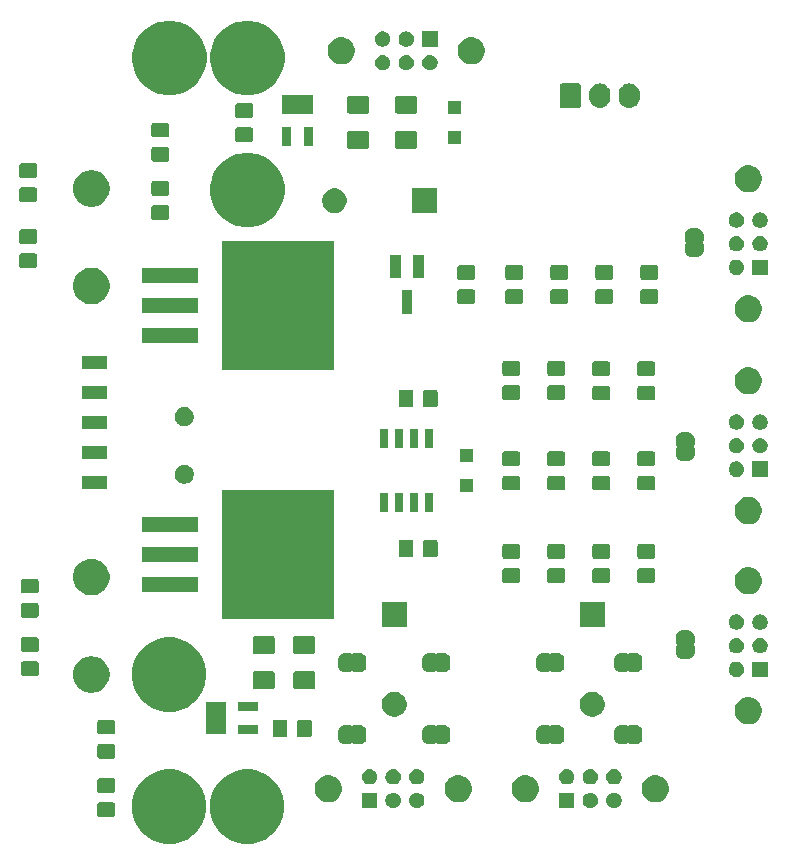
<source format=gbs>
G04 #@! TF.GenerationSoftware,KiCad,Pcbnew,(5.1.6)-1*
G04 #@! TF.CreationDate,2021-12-09T22:04:26-05:00*
G04 #@! TF.ProjectId,remote_arming,72656d6f-7465-45f6-9172-6d696e672e6b,rev?*
G04 #@! TF.SameCoordinates,Original*
G04 #@! TF.FileFunction,Soldermask,Bot*
G04 #@! TF.FilePolarity,Negative*
%FSLAX46Y46*%
G04 Gerber Fmt 4.6, Leading zero omitted, Abs format (unit mm)*
G04 Created by KiCad (PCBNEW (5.1.6)-1) date 2021-12-09 22:04:26*
%MOMM*%
%LPD*%
G01*
G04 APERTURE LIST*
%ADD10C,0.100000*%
G04 APERTURE END LIST*
D10*
G36*
X203661918Y-120374897D02*
G01*
X203864763Y-120415245D01*
X204437990Y-120652683D01*
X204953881Y-120997390D01*
X205392610Y-121436119D01*
X205737317Y-121952010D01*
X205974755Y-122525237D01*
X205974755Y-122525238D01*
X206091215Y-123110718D01*
X206095800Y-123133772D01*
X206095800Y-123754228D01*
X205974755Y-124362763D01*
X205737317Y-124935990D01*
X205392610Y-125451881D01*
X204953881Y-125890610D01*
X204437990Y-126235317D01*
X203864763Y-126472755D01*
X203661918Y-126513103D01*
X203256230Y-126593800D01*
X202635770Y-126593800D01*
X202230082Y-126513103D01*
X202027237Y-126472755D01*
X201454010Y-126235317D01*
X200938119Y-125890610D01*
X200499390Y-125451881D01*
X200154683Y-124935990D01*
X199917245Y-124362763D01*
X199796200Y-123754228D01*
X199796200Y-123133772D01*
X199800786Y-123110718D01*
X199917245Y-122525238D01*
X199917245Y-122525237D01*
X200154683Y-121952010D01*
X200499390Y-121436119D01*
X200938119Y-120997390D01*
X201454010Y-120652683D01*
X202027237Y-120415245D01*
X202230082Y-120374897D01*
X202635770Y-120294200D01*
X203256230Y-120294200D01*
X203661918Y-120374897D01*
G37*
G36*
X197057918Y-120374897D02*
G01*
X197260763Y-120415245D01*
X197833990Y-120652683D01*
X198349881Y-120997390D01*
X198788610Y-121436119D01*
X199133317Y-121952010D01*
X199370755Y-122525237D01*
X199370755Y-122525238D01*
X199487215Y-123110718D01*
X199491800Y-123133772D01*
X199491800Y-123754228D01*
X199370755Y-124362763D01*
X199133317Y-124935990D01*
X198788610Y-125451881D01*
X198349881Y-125890610D01*
X197833990Y-126235317D01*
X197260763Y-126472755D01*
X197057918Y-126513103D01*
X196652230Y-126593800D01*
X196031770Y-126593800D01*
X195626082Y-126513103D01*
X195423237Y-126472755D01*
X194850010Y-126235317D01*
X194334119Y-125890610D01*
X193895390Y-125451881D01*
X193550683Y-124935990D01*
X193313245Y-124362763D01*
X193192200Y-123754228D01*
X193192200Y-123133772D01*
X193196786Y-123110718D01*
X193313245Y-122525238D01*
X193313245Y-122525237D01*
X193550683Y-121952010D01*
X193895390Y-121436119D01*
X194334119Y-120997390D01*
X194850010Y-120652683D01*
X195423237Y-120415245D01*
X195626082Y-120374897D01*
X196031770Y-120294200D01*
X196652230Y-120294200D01*
X197057918Y-120374897D01*
G37*
G36*
X191596674Y-123094465D02*
G01*
X191634367Y-123105899D01*
X191669103Y-123124466D01*
X191699548Y-123149452D01*
X191724534Y-123179897D01*
X191743101Y-123214633D01*
X191754535Y-123252326D01*
X191759000Y-123297661D01*
X191759000Y-124134339D01*
X191754535Y-124179674D01*
X191743101Y-124217367D01*
X191724534Y-124252103D01*
X191699548Y-124282548D01*
X191669103Y-124307534D01*
X191634367Y-124326101D01*
X191596674Y-124337535D01*
X191551339Y-124342000D01*
X190464661Y-124342000D01*
X190419326Y-124337535D01*
X190381633Y-124326101D01*
X190346897Y-124307534D01*
X190316452Y-124282548D01*
X190291466Y-124252103D01*
X190272899Y-124217367D01*
X190261465Y-124179674D01*
X190257000Y-124134339D01*
X190257000Y-123297661D01*
X190261465Y-123252326D01*
X190272899Y-123214633D01*
X190291466Y-123179897D01*
X190316452Y-123149452D01*
X190346897Y-123124466D01*
X190381633Y-123105899D01*
X190419326Y-123094465D01*
X190464661Y-123090000D01*
X191551339Y-123090000D01*
X191596674Y-123094465D01*
G37*
G36*
X230641000Y-123571000D02*
G01*
X229339000Y-123571000D01*
X229339000Y-122269000D01*
X230641000Y-122269000D01*
X230641000Y-123571000D01*
G37*
G36*
X217457456Y-122286770D02*
G01*
X217493890Y-122294017D01*
X217612364Y-122343091D01*
X217718988Y-122414335D01*
X217809665Y-122505012D01*
X217880910Y-122611638D01*
X217929983Y-122730110D01*
X217955000Y-122855881D01*
X217955000Y-122984119D01*
X217929983Y-123109890D01*
X217920092Y-123133770D01*
X217880909Y-123228364D01*
X217809665Y-123334988D01*
X217718988Y-123425665D01*
X217612364Y-123496909D01*
X217612363Y-123496910D01*
X217612362Y-123496910D01*
X217493890Y-123545983D01*
X217368119Y-123571000D01*
X217239881Y-123571000D01*
X217114110Y-123545983D01*
X216995638Y-123496910D01*
X216995637Y-123496910D01*
X216995636Y-123496909D01*
X216889012Y-123425665D01*
X216798335Y-123334988D01*
X216727091Y-123228364D01*
X216687909Y-123133770D01*
X216678017Y-123109890D01*
X216653000Y-122984119D01*
X216653000Y-122855881D01*
X216678017Y-122730110D01*
X216727090Y-122611638D01*
X216798335Y-122505012D01*
X216889012Y-122414335D01*
X216995636Y-122343091D01*
X217114110Y-122294017D01*
X217150544Y-122286770D01*
X217239881Y-122269000D01*
X217368119Y-122269000D01*
X217457456Y-122286770D01*
G37*
G36*
X213955000Y-123571000D02*
G01*
X212653000Y-123571000D01*
X212653000Y-122269000D01*
X213955000Y-122269000D01*
X213955000Y-123571000D01*
G37*
G36*
X232143456Y-122286770D02*
G01*
X232179890Y-122294017D01*
X232298364Y-122343091D01*
X232404988Y-122414335D01*
X232495665Y-122505012D01*
X232566910Y-122611638D01*
X232615983Y-122730110D01*
X232641000Y-122855881D01*
X232641000Y-122984119D01*
X232615983Y-123109890D01*
X232606092Y-123133770D01*
X232566909Y-123228364D01*
X232495665Y-123334988D01*
X232404988Y-123425665D01*
X232298364Y-123496909D01*
X232298363Y-123496910D01*
X232298362Y-123496910D01*
X232179890Y-123545983D01*
X232054119Y-123571000D01*
X231925881Y-123571000D01*
X231800110Y-123545983D01*
X231681638Y-123496910D01*
X231681637Y-123496910D01*
X231681636Y-123496909D01*
X231575012Y-123425665D01*
X231484335Y-123334988D01*
X231413091Y-123228364D01*
X231373909Y-123133770D01*
X231364017Y-123109890D01*
X231339000Y-122984119D01*
X231339000Y-122855881D01*
X231364017Y-122730110D01*
X231413090Y-122611638D01*
X231484335Y-122505012D01*
X231575012Y-122414335D01*
X231681636Y-122343091D01*
X231800110Y-122294017D01*
X231836544Y-122286770D01*
X231925881Y-122269000D01*
X232054119Y-122269000D01*
X232143456Y-122286770D01*
G37*
G36*
X234143456Y-122286770D02*
G01*
X234179890Y-122294017D01*
X234298364Y-122343091D01*
X234404988Y-122414335D01*
X234495665Y-122505012D01*
X234566910Y-122611638D01*
X234615983Y-122730110D01*
X234641000Y-122855881D01*
X234641000Y-122984119D01*
X234615983Y-123109890D01*
X234606092Y-123133770D01*
X234566909Y-123228364D01*
X234495665Y-123334988D01*
X234404988Y-123425665D01*
X234298364Y-123496909D01*
X234298363Y-123496910D01*
X234298362Y-123496910D01*
X234179890Y-123545983D01*
X234054119Y-123571000D01*
X233925881Y-123571000D01*
X233800110Y-123545983D01*
X233681638Y-123496910D01*
X233681637Y-123496910D01*
X233681636Y-123496909D01*
X233575012Y-123425665D01*
X233484335Y-123334988D01*
X233413091Y-123228364D01*
X233373909Y-123133770D01*
X233364017Y-123109890D01*
X233339000Y-122984119D01*
X233339000Y-122855881D01*
X233364017Y-122730110D01*
X233413090Y-122611638D01*
X233484335Y-122505012D01*
X233575012Y-122414335D01*
X233681636Y-122343091D01*
X233800110Y-122294017D01*
X233836544Y-122286770D01*
X233925881Y-122269000D01*
X234054119Y-122269000D01*
X234143456Y-122286770D01*
G37*
G36*
X215457456Y-122286770D02*
G01*
X215493890Y-122294017D01*
X215612364Y-122343091D01*
X215718988Y-122414335D01*
X215809665Y-122505012D01*
X215880910Y-122611638D01*
X215929983Y-122730110D01*
X215955000Y-122855881D01*
X215955000Y-122984119D01*
X215929983Y-123109890D01*
X215920092Y-123133770D01*
X215880909Y-123228364D01*
X215809665Y-123334988D01*
X215718988Y-123425665D01*
X215612364Y-123496909D01*
X215612363Y-123496910D01*
X215612362Y-123496910D01*
X215493890Y-123545983D01*
X215368119Y-123571000D01*
X215239881Y-123571000D01*
X215114110Y-123545983D01*
X214995638Y-123496910D01*
X214995637Y-123496910D01*
X214995636Y-123496909D01*
X214889012Y-123425665D01*
X214798335Y-123334988D01*
X214727091Y-123228364D01*
X214687909Y-123133770D01*
X214678017Y-123109890D01*
X214653000Y-122984119D01*
X214653000Y-122855881D01*
X214678017Y-122730110D01*
X214727090Y-122611638D01*
X214798335Y-122505012D01*
X214889012Y-122414335D01*
X214995636Y-122343091D01*
X215114110Y-122294017D01*
X215150544Y-122286770D01*
X215239881Y-122269000D01*
X215368119Y-122269000D01*
X215457456Y-122286770D01*
G37*
G36*
X226714549Y-120791116D02*
G01*
X226825734Y-120813232D01*
X227035203Y-120899997D01*
X227223720Y-121025960D01*
X227384040Y-121186280D01*
X227510003Y-121374797D01*
X227580911Y-121545983D01*
X227596768Y-121584267D01*
X227641000Y-121806635D01*
X227641000Y-122033365D01*
X227622975Y-122123983D01*
X227596768Y-122255734D01*
X227510003Y-122465203D01*
X227384040Y-122653720D01*
X227223720Y-122814040D01*
X227035203Y-122940003D01*
X226825734Y-123026768D01*
X226714549Y-123048884D01*
X226603365Y-123071000D01*
X226376635Y-123071000D01*
X226265451Y-123048884D01*
X226154266Y-123026768D01*
X225944797Y-122940003D01*
X225756280Y-122814040D01*
X225595960Y-122653720D01*
X225469997Y-122465203D01*
X225383232Y-122255734D01*
X225357025Y-122123983D01*
X225339000Y-122033365D01*
X225339000Y-121806635D01*
X225383232Y-121584267D01*
X225399090Y-121545983D01*
X225469997Y-121374797D01*
X225595960Y-121186280D01*
X225756280Y-121025960D01*
X225944797Y-120899997D01*
X226154266Y-120813232D01*
X226265451Y-120791116D01*
X226376635Y-120769000D01*
X226603365Y-120769000D01*
X226714549Y-120791116D01*
G37*
G36*
X237714549Y-120791116D02*
G01*
X237825734Y-120813232D01*
X238035203Y-120899997D01*
X238223720Y-121025960D01*
X238384040Y-121186280D01*
X238510003Y-121374797D01*
X238580911Y-121545983D01*
X238596768Y-121584267D01*
X238641000Y-121806635D01*
X238641000Y-122033365D01*
X238622975Y-122123983D01*
X238596768Y-122255734D01*
X238510003Y-122465203D01*
X238384040Y-122653720D01*
X238223720Y-122814040D01*
X238035203Y-122940003D01*
X237825734Y-123026768D01*
X237714549Y-123048884D01*
X237603365Y-123071000D01*
X237376635Y-123071000D01*
X237265451Y-123048884D01*
X237154266Y-123026768D01*
X236944797Y-122940003D01*
X236756280Y-122814040D01*
X236595960Y-122653720D01*
X236469997Y-122465203D01*
X236383232Y-122255734D01*
X236357025Y-122123983D01*
X236339000Y-122033365D01*
X236339000Y-121806635D01*
X236383232Y-121584267D01*
X236399090Y-121545983D01*
X236469997Y-121374797D01*
X236595960Y-121186280D01*
X236756280Y-121025960D01*
X236944797Y-120899997D01*
X237154266Y-120813232D01*
X237265451Y-120791116D01*
X237376635Y-120769000D01*
X237603365Y-120769000D01*
X237714549Y-120791116D01*
G37*
G36*
X221028549Y-120791116D02*
G01*
X221139734Y-120813232D01*
X221349203Y-120899997D01*
X221537720Y-121025960D01*
X221698040Y-121186280D01*
X221824003Y-121374797D01*
X221894911Y-121545983D01*
X221910768Y-121584267D01*
X221955000Y-121806635D01*
X221955000Y-122033365D01*
X221936975Y-122123983D01*
X221910768Y-122255734D01*
X221824003Y-122465203D01*
X221698040Y-122653720D01*
X221537720Y-122814040D01*
X221349203Y-122940003D01*
X221139734Y-123026768D01*
X221028549Y-123048884D01*
X220917365Y-123071000D01*
X220690635Y-123071000D01*
X220579451Y-123048884D01*
X220468266Y-123026768D01*
X220258797Y-122940003D01*
X220070280Y-122814040D01*
X219909960Y-122653720D01*
X219783997Y-122465203D01*
X219697232Y-122255734D01*
X219671025Y-122123983D01*
X219653000Y-122033365D01*
X219653000Y-121806635D01*
X219697232Y-121584267D01*
X219713090Y-121545983D01*
X219783997Y-121374797D01*
X219909960Y-121186280D01*
X220070280Y-121025960D01*
X220258797Y-120899997D01*
X220468266Y-120813232D01*
X220579451Y-120791116D01*
X220690635Y-120769000D01*
X220917365Y-120769000D01*
X221028549Y-120791116D01*
G37*
G36*
X210028549Y-120791116D02*
G01*
X210139734Y-120813232D01*
X210349203Y-120899997D01*
X210537720Y-121025960D01*
X210698040Y-121186280D01*
X210824003Y-121374797D01*
X210894911Y-121545983D01*
X210910768Y-121584267D01*
X210955000Y-121806635D01*
X210955000Y-122033365D01*
X210936975Y-122123983D01*
X210910768Y-122255734D01*
X210824003Y-122465203D01*
X210698040Y-122653720D01*
X210537720Y-122814040D01*
X210349203Y-122940003D01*
X210139734Y-123026768D01*
X210028549Y-123048884D01*
X209917365Y-123071000D01*
X209690635Y-123071000D01*
X209579451Y-123048884D01*
X209468266Y-123026768D01*
X209258797Y-122940003D01*
X209070280Y-122814040D01*
X208909960Y-122653720D01*
X208783997Y-122465203D01*
X208697232Y-122255734D01*
X208671025Y-122123983D01*
X208653000Y-122033365D01*
X208653000Y-121806635D01*
X208697232Y-121584267D01*
X208713090Y-121545983D01*
X208783997Y-121374797D01*
X208909960Y-121186280D01*
X209070280Y-121025960D01*
X209258797Y-120899997D01*
X209468266Y-120813232D01*
X209579451Y-120791116D01*
X209690635Y-120769000D01*
X209917365Y-120769000D01*
X210028549Y-120791116D01*
G37*
G36*
X191596674Y-121044465D02*
G01*
X191634367Y-121055899D01*
X191669103Y-121074466D01*
X191699548Y-121099452D01*
X191724534Y-121129897D01*
X191743101Y-121164633D01*
X191754535Y-121202326D01*
X191759000Y-121247661D01*
X191759000Y-122084339D01*
X191754535Y-122129674D01*
X191743101Y-122167367D01*
X191724534Y-122202103D01*
X191699548Y-122232548D01*
X191669103Y-122257534D01*
X191634367Y-122276101D01*
X191596674Y-122287535D01*
X191551339Y-122292000D01*
X190464661Y-122292000D01*
X190419326Y-122287535D01*
X190381633Y-122276101D01*
X190346897Y-122257534D01*
X190316452Y-122232548D01*
X190291466Y-122202103D01*
X190272899Y-122167367D01*
X190261465Y-122129674D01*
X190257000Y-122084339D01*
X190257000Y-121247661D01*
X190261465Y-121202326D01*
X190272899Y-121164633D01*
X190291466Y-121129897D01*
X190316452Y-121099452D01*
X190346897Y-121074466D01*
X190381633Y-121055899D01*
X190419326Y-121044465D01*
X190464661Y-121040000D01*
X191551339Y-121040000D01*
X191596674Y-121044465D01*
G37*
G36*
X232179890Y-120294017D02*
G01*
X232298364Y-120343091D01*
X232404988Y-120414335D01*
X232495665Y-120505012D01*
X232566910Y-120611638D01*
X232615983Y-120730110D01*
X232641000Y-120855881D01*
X232641000Y-120984119D01*
X232615983Y-121109890D01*
X232577695Y-121202326D01*
X232566909Y-121228364D01*
X232495665Y-121334988D01*
X232404988Y-121425665D01*
X232298364Y-121496909D01*
X232298363Y-121496910D01*
X232298362Y-121496910D01*
X232179890Y-121545983D01*
X232054119Y-121571000D01*
X231925881Y-121571000D01*
X231800110Y-121545983D01*
X231681638Y-121496910D01*
X231681637Y-121496910D01*
X231681636Y-121496909D01*
X231575012Y-121425665D01*
X231484335Y-121334988D01*
X231413091Y-121228364D01*
X231402306Y-121202326D01*
X231364017Y-121109890D01*
X231339000Y-120984119D01*
X231339000Y-120855881D01*
X231364017Y-120730110D01*
X231413090Y-120611638D01*
X231484335Y-120505012D01*
X231575012Y-120414335D01*
X231681636Y-120343091D01*
X231800110Y-120294017D01*
X231925881Y-120269000D01*
X232054119Y-120269000D01*
X232179890Y-120294017D01*
G37*
G36*
X213493890Y-120294017D02*
G01*
X213612364Y-120343091D01*
X213718988Y-120414335D01*
X213809665Y-120505012D01*
X213880910Y-120611638D01*
X213929983Y-120730110D01*
X213955000Y-120855881D01*
X213955000Y-120984119D01*
X213929983Y-121109890D01*
X213891695Y-121202326D01*
X213880909Y-121228364D01*
X213809665Y-121334988D01*
X213718988Y-121425665D01*
X213612364Y-121496909D01*
X213612363Y-121496910D01*
X213612362Y-121496910D01*
X213493890Y-121545983D01*
X213368119Y-121571000D01*
X213239881Y-121571000D01*
X213114110Y-121545983D01*
X212995638Y-121496910D01*
X212995637Y-121496910D01*
X212995636Y-121496909D01*
X212889012Y-121425665D01*
X212798335Y-121334988D01*
X212727091Y-121228364D01*
X212716306Y-121202326D01*
X212678017Y-121109890D01*
X212653000Y-120984119D01*
X212653000Y-120855881D01*
X212678017Y-120730110D01*
X212727090Y-120611638D01*
X212798335Y-120505012D01*
X212889012Y-120414335D01*
X212995636Y-120343091D01*
X213114110Y-120294017D01*
X213239881Y-120269000D01*
X213368119Y-120269000D01*
X213493890Y-120294017D01*
G37*
G36*
X217493890Y-120294017D02*
G01*
X217612364Y-120343091D01*
X217718988Y-120414335D01*
X217809665Y-120505012D01*
X217880910Y-120611638D01*
X217929983Y-120730110D01*
X217955000Y-120855881D01*
X217955000Y-120984119D01*
X217929983Y-121109890D01*
X217891695Y-121202326D01*
X217880909Y-121228364D01*
X217809665Y-121334988D01*
X217718988Y-121425665D01*
X217612364Y-121496909D01*
X217612363Y-121496910D01*
X217612362Y-121496910D01*
X217493890Y-121545983D01*
X217368119Y-121571000D01*
X217239881Y-121571000D01*
X217114110Y-121545983D01*
X216995638Y-121496910D01*
X216995637Y-121496910D01*
X216995636Y-121496909D01*
X216889012Y-121425665D01*
X216798335Y-121334988D01*
X216727091Y-121228364D01*
X216716306Y-121202326D01*
X216678017Y-121109890D01*
X216653000Y-120984119D01*
X216653000Y-120855881D01*
X216678017Y-120730110D01*
X216727090Y-120611638D01*
X216798335Y-120505012D01*
X216889012Y-120414335D01*
X216995636Y-120343091D01*
X217114110Y-120294017D01*
X217239881Y-120269000D01*
X217368119Y-120269000D01*
X217493890Y-120294017D01*
G37*
G36*
X234179890Y-120294017D02*
G01*
X234298364Y-120343091D01*
X234404988Y-120414335D01*
X234495665Y-120505012D01*
X234566910Y-120611638D01*
X234615983Y-120730110D01*
X234641000Y-120855881D01*
X234641000Y-120984119D01*
X234615983Y-121109890D01*
X234577695Y-121202326D01*
X234566909Y-121228364D01*
X234495665Y-121334988D01*
X234404988Y-121425665D01*
X234298364Y-121496909D01*
X234298363Y-121496910D01*
X234298362Y-121496910D01*
X234179890Y-121545983D01*
X234054119Y-121571000D01*
X233925881Y-121571000D01*
X233800110Y-121545983D01*
X233681638Y-121496910D01*
X233681637Y-121496910D01*
X233681636Y-121496909D01*
X233575012Y-121425665D01*
X233484335Y-121334988D01*
X233413091Y-121228364D01*
X233402306Y-121202326D01*
X233364017Y-121109890D01*
X233339000Y-120984119D01*
X233339000Y-120855881D01*
X233364017Y-120730110D01*
X233413090Y-120611638D01*
X233484335Y-120505012D01*
X233575012Y-120414335D01*
X233681636Y-120343091D01*
X233800110Y-120294017D01*
X233925881Y-120269000D01*
X234054119Y-120269000D01*
X234179890Y-120294017D01*
G37*
G36*
X230179890Y-120294017D02*
G01*
X230298364Y-120343091D01*
X230404988Y-120414335D01*
X230495665Y-120505012D01*
X230566910Y-120611638D01*
X230615983Y-120730110D01*
X230641000Y-120855881D01*
X230641000Y-120984119D01*
X230615983Y-121109890D01*
X230577695Y-121202326D01*
X230566909Y-121228364D01*
X230495665Y-121334988D01*
X230404988Y-121425665D01*
X230298364Y-121496909D01*
X230298363Y-121496910D01*
X230298362Y-121496910D01*
X230179890Y-121545983D01*
X230054119Y-121571000D01*
X229925881Y-121571000D01*
X229800110Y-121545983D01*
X229681638Y-121496910D01*
X229681637Y-121496910D01*
X229681636Y-121496909D01*
X229575012Y-121425665D01*
X229484335Y-121334988D01*
X229413091Y-121228364D01*
X229402306Y-121202326D01*
X229364017Y-121109890D01*
X229339000Y-120984119D01*
X229339000Y-120855881D01*
X229364017Y-120730110D01*
X229413090Y-120611638D01*
X229484335Y-120505012D01*
X229575012Y-120414335D01*
X229681636Y-120343091D01*
X229800110Y-120294017D01*
X229925881Y-120269000D01*
X230054119Y-120269000D01*
X230179890Y-120294017D01*
G37*
G36*
X215493890Y-120294017D02*
G01*
X215612364Y-120343091D01*
X215718988Y-120414335D01*
X215809665Y-120505012D01*
X215880910Y-120611638D01*
X215929983Y-120730110D01*
X215955000Y-120855881D01*
X215955000Y-120984119D01*
X215929983Y-121109890D01*
X215891695Y-121202326D01*
X215880909Y-121228364D01*
X215809665Y-121334988D01*
X215718988Y-121425665D01*
X215612364Y-121496909D01*
X215612363Y-121496910D01*
X215612362Y-121496910D01*
X215493890Y-121545983D01*
X215368119Y-121571000D01*
X215239881Y-121571000D01*
X215114110Y-121545983D01*
X214995638Y-121496910D01*
X214995637Y-121496910D01*
X214995636Y-121496909D01*
X214889012Y-121425665D01*
X214798335Y-121334988D01*
X214727091Y-121228364D01*
X214716306Y-121202326D01*
X214678017Y-121109890D01*
X214653000Y-120984119D01*
X214653000Y-120855881D01*
X214678017Y-120730110D01*
X214727090Y-120611638D01*
X214798335Y-120505012D01*
X214889012Y-120414335D01*
X214995636Y-120343091D01*
X215114110Y-120294017D01*
X215239881Y-120269000D01*
X215368119Y-120269000D01*
X215493890Y-120294017D01*
G37*
G36*
X191596674Y-118132465D02*
G01*
X191634367Y-118143899D01*
X191669103Y-118162466D01*
X191699548Y-118187452D01*
X191724534Y-118217897D01*
X191743101Y-118252633D01*
X191754535Y-118290326D01*
X191759000Y-118335661D01*
X191759000Y-119172339D01*
X191754535Y-119217674D01*
X191743101Y-119255367D01*
X191724534Y-119290103D01*
X191699548Y-119320548D01*
X191669103Y-119345534D01*
X191634367Y-119364101D01*
X191596674Y-119375535D01*
X191551339Y-119380000D01*
X190464661Y-119380000D01*
X190419326Y-119375535D01*
X190381633Y-119364101D01*
X190346897Y-119345534D01*
X190316452Y-119320548D01*
X190291466Y-119290103D01*
X190272899Y-119255367D01*
X190261465Y-119217674D01*
X190257000Y-119172339D01*
X190257000Y-118335661D01*
X190261465Y-118290326D01*
X190272899Y-118252633D01*
X190291466Y-118217897D01*
X190316452Y-118187452D01*
X190346897Y-118162466D01*
X190381633Y-118143899D01*
X190419326Y-118132465D01*
X190464661Y-118128000D01*
X191551339Y-118128000D01*
X191596674Y-118132465D01*
G37*
G36*
X211695999Y-116547737D02*
G01*
X211705608Y-116550652D01*
X211714472Y-116555390D01*
X211722237Y-116561763D01*
X211732448Y-116574206D01*
X211739378Y-116584575D01*
X211756705Y-116601902D01*
X211777080Y-116615515D01*
X211799720Y-116624891D01*
X211823753Y-116629671D01*
X211848257Y-116629670D01*
X211872290Y-116624888D01*
X211894929Y-116615510D01*
X211915302Y-116601895D01*
X211932629Y-116584568D01*
X211939558Y-116574198D01*
X211949763Y-116561763D01*
X211957528Y-116555390D01*
X211966392Y-116550652D01*
X211976001Y-116547737D01*
X211992140Y-116546148D01*
X212479861Y-116546148D01*
X212498199Y-116547954D01*
X212510450Y-116548556D01*
X212528869Y-116548556D01*
X212551149Y-116550750D01*
X212635233Y-116567476D01*
X212656660Y-116573976D01*
X212735858Y-116606780D01*
X212741303Y-116609691D01*
X212741309Y-116609693D01*
X212750169Y-116614429D01*
X212750173Y-116614432D01*
X212755614Y-116617340D01*
X212826899Y-116664971D01*
X212844204Y-116679172D01*
X212904828Y-116739796D01*
X212919029Y-116757101D01*
X212966660Y-116828386D01*
X212969568Y-116833827D01*
X212969571Y-116833831D01*
X212974307Y-116842691D01*
X212974309Y-116842697D01*
X212977220Y-116848142D01*
X213010024Y-116927340D01*
X213016524Y-116948767D01*
X213033250Y-117032851D01*
X213035444Y-117055131D01*
X213035444Y-117073550D01*
X213036046Y-117085801D01*
X213037852Y-117104139D01*
X213037852Y-117591862D01*
X213036046Y-117610199D01*
X213035444Y-117622450D01*
X213035444Y-117640869D01*
X213033250Y-117663149D01*
X213016524Y-117747233D01*
X213010024Y-117768660D01*
X212977220Y-117847858D01*
X212974309Y-117853303D01*
X212974307Y-117853309D01*
X212969571Y-117862169D01*
X212969568Y-117862173D01*
X212966660Y-117867614D01*
X212919029Y-117938899D01*
X212904828Y-117956204D01*
X212844204Y-118016828D01*
X212826899Y-118031029D01*
X212755614Y-118078660D01*
X212750173Y-118081568D01*
X212750169Y-118081571D01*
X212741309Y-118086307D01*
X212741303Y-118086309D01*
X212735858Y-118089220D01*
X212656660Y-118122024D01*
X212635233Y-118128524D01*
X212551149Y-118145250D01*
X212528869Y-118147444D01*
X212510450Y-118147444D01*
X212498199Y-118148046D01*
X212479862Y-118149852D01*
X211992140Y-118149852D01*
X211976001Y-118148263D01*
X211966392Y-118145348D01*
X211957528Y-118140610D01*
X211949763Y-118134237D01*
X211939552Y-118121794D01*
X211932622Y-118111425D01*
X211915295Y-118094098D01*
X211894920Y-118080485D01*
X211872280Y-118071109D01*
X211848247Y-118066329D01*
X211823743Y-118066330D01*
X211799710Y-118071112D01*
X211777071Y-118080490D01*
X211756698Y-118094105D01*
X211739371Y-118111432D01*
X211732442Y-118121802D01*
X211722237Y-118134237D01*
X211714472Y-118140610D01*
X211705608Y-118145348D01*
X211695999Y-118148263D01*
X211679860Y-118149852D01*
X211192138Y-118149852D01*
X211173801Y-118148046D01*
X211161550Y-118147444D01*
X211143131Y-118147444D01*
X211120851Y-118145250D01*
X211036767Y-118128524D01*
X211015340Y-118122024D01*
X210936142Y-118089220D01*
X210930697Y-118086309D01*
X210930691Y-118086307D01*
X210921831Y-118081571D01*
X210921827Y-118081568D01*
X210916386Y-118078660D01*
X210845101Y-118031029D01*
X210827796Y-118016828D01*
X210767172Y-117956204D01*
X210752971Y-117938899D01*
X210705340Y-117867614D01*
X210702432Y-117862173D01*
X210702429Y-117862169D01*
X210697693Y-117853309D01*
X210697691Y-117853303D01*
X210694780Y-117847858D01*
X210661976Y-117768660D01*
X210655476Y-117747233D01*
X210638750Y-117663149D01*
X210636556Y-117640869D01*
X210636556Y-117622450D01*
X210635954Y-117610199D01*
X210634148Y-117591862D01*
X210634148Y-117104138D01*
X210635954Y-117085801D01*
X210636556Y-117073550D01*
X210636556Y-117055131D01*
X210638750Y-117032851D01*
X210655476Y-116948767D01*
X210661976Y-116927340D01*
X210694780Y-116848142D01*
X210697691Y-116842697D01*
X210697693Y-116842691D01*
X210702429Y-116833831D01*
X210702432Y-116833827D01*
X210705340Y-116828386D01*
X210752971Y-116757101D01*
X210767172Y-116739796D01*
X210827796Y-116679172D01*
X210845101Y-116664971D01*
X210916386Y-116617340D01*
X210921827Y-116614432D01*
X210921831Y-116614429D01*
X210930691Y-116609693D01*
X210930697Y-116609691D01*
X210936142Y-116606780D01*
X211015340Y-116573976D01*
X211036767Y-116567476D01*
X211120851Y-116550750D01*
X211143131Y-116548556D01*
X211161550Y-116548556D01*
X211173801Y-116547954D01*
X211192139Y-116546148D01*
X211679860Y-116546148D01*
X211695999Y-116547737D01*
G37*
G36*
X218807999Y-116547737D02*
G01*
X218817608Y-116550652D01*
X218826472Y-116555390D01*
X218834237Y-116561763D01*
X218844448Y-116574206D01*
X218851378Y-116584575D01*
X218868705Y-116601902D01*
X218889080Y-116615515D01*
X218911720Y-116624891D01*
X218935753Y-116629671D01*
X218960257Y-116629670D01*
X218984290Y-116624888D01*
X219006929Y-116615510D01*
X219027302Y-116601895D01*
X219044629Y-116584568D01*
X219051558Y-116574198D01*
X219061763Y-116561763D01*
X219069528Y-116555390D01*
X219078392Y-116550652D01*
X219088001Y-116547737D01*
X219104140Y-116546148D01*
X219591861Y-116546148D01*
X219610199Y-116547954D01*
X219622450Y-116548556D01*
X219640869Y-116548556D01*
X219663149Y-116550750D01*
X219747233Y-116567476D01*
X219768660Y-116573976D01*
X219847858Y-116606780D01*
X219853303Y-116609691D01*
X219853309Y-116609693D01*
X219862169Y-116614429D01*
X219862173Y-116614432D01*
X219867614Y-116617340D01*
X219938899Y-116664971D01*
X219956204Y-116679172D01*
X220016828Y-116739796D01*
X220031029Y-116757101D01*
X220078660Y-116828386D01*
X220081568Y-116833827D01*
X220081571Y-116833831D01*
X220086307Y-116842691D01*
X220086309Y-116842697D01*
X220089220Y-116848142D01*
X220122024Y-116927340D01*
X220128524Y-116948767D01*
X220145250Y-117032851D01*
X220147444Y-117055131D01*
X220147444Y-117073550D01*
X220148046Y-117085801D01*
X220149852Y-117104139D01*
X220149852Y-117591862D01*
X220148046Y-117610199D01*
X220147444Y-117622450D01*
X220147444Y-117640869D01*
X220145250Y-117663149D01*
X220128524Y-117747233D01*
X220122024Y-117768660D01*
X220089220Y-117847858D01*
X220086309Y-117853303D01*
X220086307Y-117853309D01*
X220081571Y-117862169D01*
X220081568Y-117862173D01*
X220078660Y-117867614D01*
X220031029Y-117938899D01*
X220016828Y-117956204D01*
X219956204Y-118016828D01*
X219938899Y-118031029D01*
X219867614Y-118078660D01*
X219862173Y-118081568D01*
X219862169Y-118081571D01*
X219853309Y-118086307D01*
X219853303Y-118086309D01*
X219847858Y-118089220D01*
X219768660Y-118122024D01*
X219747233Y-118128524D01*
X219663149Y-118145250D01*
X219640869Y-118147444D01*
X219622450Y-118147444D01*
X219610199Y-118148046D01*
X219591862Y-118149852D01*
X219104140Y-118149852D01*
X219088001Y-118148263D01*
X219078392Y-118145348D01*
X219069528Y-118140610D01*
X219061763Y-118134237D01*
X219051552Y-118121794D01*
X219044622Y-118111425D01*
X219027295Y-118094098D01*
X219006920Y-118080485D01*
X218984280Y-118071109D01*
X218960247Y-118066329D01*
X218935743Y-118066330D01*
X218911710Y-118071112D01*
X218889071Y-118080490D01*
X218868698Y-118094105D01*
X218851371Y-118111432D01*
X218844442Y-118121802D01*
X218834237Y-118134237D01*
X218826472Y-118140610D01*
X218817608Y-118145348D01*
X218807999Y-118148263D01*
X218791860Y-118149852D01*
X218304138Y-118149852D01*
X218285801Y-118148046D01*
X218273550Y-118147444D01*
X218255131Y-118147444D01*
X218232851Y-118145250D01*
X218148767Y-118128524D01*
X218127340Y-118122024D01*
X218048142Y-118089220D01*
X218042697Y-118086309D01*
X218042691Y-118086307D01*
X218033831Y-118081571D01*
X218033827Y-118081568D01*
X218028386Y-118078660D01*
X217957101Y-118031029D01*
X217939796Y-118016828D01*
X217879172Y-117956204D01*
X217864971Y-117938899D01*
X217817340Y-117867614D01*
X217814432Y-117862173D01*
X217814429Y-117862169D01*
X217809693Y-117853309D01*
X217809691Y-117853303D01*
X217806780Y-117847858D01*
X217773976Y-117768660D01*
X217767476Y-117747233D01*
X217750750Y-117663149D01*
X217748556Y-117640869D01*
X217748556Y-117622450D01*
X217747954Y-117610199D01*
X217746148Y-117591862D01*
X217746148Y-117104139D01*
X217747954Y-117085801D01*
X217748556Y-117073550D01*
X217748556Y-117055131D01*
X217750750Y-117032851D01*
X217767476Y-116948767D01*
X217773976Y-116927340D01*
X217806780Y-116848142D01*
X217809691Y-116842697D01*
X217809693Y-116842691D01*
X217814429Y-116833831D01*
X217814432Y-116833827D01*
X217817340Y-116828386D01*
X217864971Y-116757101D01*
X217879172Y-116739796D01*
X217939796Y-116679172D01*
X217957101Y-116664971D01*
X218028386Y-116617340D01*
X218033827Y-116614432D01*
X218033831Y-116614429D01*
X218042691Y-116609693D01*
X218042697Y-116609691D01*
X218048142Y-116606780D01*
X218127340Y-116573976D01*
X218148767Y-116567476D01*
X218232851Y-116550750D01*
X218255131Y-116548556D01*
X218273550Y-116548556D01*
X218285801Y-116547954D01*
X218304139Y-116546148D01*
X218791860Y-116546148D01*
X218807999Y-116547737D01*
G37*
G36*
X228459999Y-116547737D02*
G01*
X228469608Y-116550652D01*
X228478472Y-116555390D01*
X228486237Y-116561763D01*
X228496448Y-116574206D01*
X228503378Y-116584575D01*
X228520705Y-116601902D01*
X228541080Y-116615515D01*
X228563720Y-116624891D01*
X228587753Y-116629671D01*
X228612257Y-116629670D01*
X228636290Y-116624888D01*
X228658929Y-116615510D01*
X228679302Y-116601895D01*
X228696629Y-116584568D01*
X228703558Y-116574198D01*
X228713763Y-116561763D01*
X228721528Y-116555390D01*
X228730392Y-116550652D01*
X228740001Y-116547737D01*
X228756140Y-116546148D01*
X229243861Y-116546148D01*
X229262199Y-116547954D01*
X229274450Y-116548556D01*
X229292869Y-116548556D01*
X229315149Y-116550750D01*
X229399233Y-116567476D01*
X229420660Y-116573976D01*
X229499858Y-116606780D01*
X229505303Y-116609691D01*
X229505309Y-116609693D01*
X229514169Y-116614429D01*
X229514173Y-116614432D01*
X229519614Y-116617340D01*
X229590899Y-116664971D01*
X229608204Y-116679172D01*
X229668828Y-116739796D01*
X229683029Y-116757101D01*
X229730660Y-116828386D01*
X229733568Y-116833827D01*
X229733571Y-116833831D01*
X229738307Y-116842691D01*
X229738309Y-116842697D01*
X229741220Y-116848142D01*
X229774024Y-116927340D01*
X229780524Y-116948767D01*
X229797250Y-117032851D01*
X229799444Y-117055131D01*
X229799444Y-117073550D01*
X229800046Y-117085801D01*
X229801852Y-117104139D01*
X229801852Y-117591862D01*
X229800046Y-117610199D01*
X229799444Y-117622450D01*
X229799444Y-117640869D01*
X229797250Y-117663149D01*
X229780524Y-117747233D01*
X229774024Y-117768660D01*
X229741220Y-117847858D01*
X229738309Y-117853303D01*
X229738307Y-117853309D01*
X229733571Y-117862169D01*
X229733568Y-117862173D01*
X229730660Y-117867614D01*
X229683029Y-117938899D01*
X229668828Y-117956204D01*
X229608204Y-118016828D01*
X229590899Y-118031029D01*
X229519614Y-118078660D01*
X229514173Y-118081568D01*
X229514169Y-118081571D01*
X229505309Y-118086307D01*
X229505303Y-118086309D01*
X229499858Y-118089220D01*
X229420660Y-118122024D01*
X229399233Y-118128524D01*
X229315149Y-118145250D01*
X229292869Y-118147444D01*
X229274450Y-118147444D01*
X229262199Y-118148046D01*
X229243862Y-118149852D01*
X228756140Y-118149852D01*
X228740001Y-118148263D01*
X228730392Y-118145348D01*
X228721528Y-118140610D01*
X228713763Y-118134237D01*
X228703552Y-118121794D01*
X228696622Y-118111425D01*
X228679295Y-118094098D01*
X228658920Y-118080485D01*
X228636280Y-118071109D01*
X228612247Y-118066329D01*
X228587743Y-118066330D01*
X228563710Y-118071112D01*
X228541071Y-118080490D01*
X228520698Y-118094105D01*
X228503371Y-118111432D01*
X228496442Y-118121802D01*
X228486237Y-118134237D01*
X228478472Y-118140610D01*
X228469608Y-118145348D01*
X228459999Y-118148263D01*
X228443860Y-118149852D01*
X227956138Y-118149852D01*
X227937801Y-118148046D01*
X227925550Y-118147444D01*
X227907131Y-118147444D01*
X227884851Y-118145250D01*
X227800767Y-118128524D01*
X227779340Y-118122024D01*
X227700142Y-118089220D01*
X227694697Y-118086309D01*
X227694691Y-118086307D01*
X227685831Y-118081571D01*
X227685827Y-118081568D01*
X227680386Y-118078660D01*
X227609101Y-118031029D01*
X227591796Y-118016828D01*
X227531172Y-117956204D01*
X227516971Y-117938899D01*
X227469340Y-117867614D01*
X227466432Y-117862173D01*
X227466429Y-117862169D01*
X227461693Y-117853309D01*
X227461691Y-117853303D01*
X227458780Y-117847858D01*
X227425976Y-117768660D01*
X227419476Y-117747233D01*
X227402750Y-117663149D01*
X227400556Y-117640869D01*
X227400556Y-117622450D01*
X227399954Y-117610199D01*
X227398148Y-117591862D01*
X227398148Y-117104139D01*
X227399954Y-117085801D01*
X227400556Y-117073550D01*
X227400556Y-117055131D01*
X227402750Y-117032851D01*
X227419476Y-116948767D01*
X227425976Y-116927340D01*
X227458780Y-116848142D01*
X227461691Y-116842697D01*
X227461693Y-116842691D01*
X227466429Y-116833831D01*
X227466432Y-116833827D01*
X227469340Y-116828386D01*
X227516971Y-116757101D01*
X227531172Y-116739796D01*
X227591796Y-116679172D01*
X227609101Y-116664971D01*
X227680386Y-116617340D01*
X227685827Y-116614432D01*
X227685831Y-116614429D01*
X227694691Y-116609693D01*
X227694697Y-116609691D01*
X227700142Y-116606780D01*
X227779340Y-116573976D01*
X227800767Y-116567476D01*
X227884851Y-116550750D01*
X227907131Y-116548556D01*
X227925550Y-116548556D01*
X227937801Y-116547954D01*
X227956139Y-116546148D01*
X228443860Y-116546148D01*
X228459999Y-116547737D01*
G37*
G36*
X235063999Y-116547737D02*
G01*
X235073608Y-116550652D01*
X235082472Y-116555390D01*
X235090237Y-116561763D01*
X235100448Y-116574206D01*
X235107378Y-116584575D01*
X235124705Y-116601902D01*
X235145080Y-116615515D01*
X235167720Y-116624891D01*
X235191753Y-116629671D01*
X235216257Y-116629670D01*
X235240290Y-116624888D01*
X235262929Y-116615510D01*
X235283302Y-116601895D01*
X235300629Y-116584568D01*
X235307558Y-116574198D01*
X235317763Y-116561763D01*
X235325528Y-116555390D01*
X235334392Y-116550652D01*
X235344001Y-116547737D01*
X235360140Y-116546148D01*
X235847861Y-116546148D01*
X235866199Y-116547954D01*
X235878450Y-116548556D01*
X235896869Y-116548556D01*
X235919149Y-116550750D01*
X236003233Y-116567476D01*
X236024660Y-116573976D01*
X236103858Y-116606780D01*
X236109303Y-116609691D01*
X236109309Y-116609693D01*
X236118169Y-116614429D01*
X236118173Y-116614432D01*
X236123614Y-116617340D01*
X236194899Y-116664971D01*
X236212204Y-116679172D01*
X236272828Y-116739796D01*
X236287029Y-116757101D01*
X236334660Y-116828386D01*
X236337568Y-116833827D01*
X236337571Y-116833831D01*
X236342307Y-116842691D01*
X236342309Y-116842697D01*
X236345220Y-116848142D01*
X236378024Y-116927340D01*
X236384524Y-116948767D01*
X236401250Y-117032851D01*
X236403444Y-117055131D01*
X236403444Y-117073550D01*
X236404046Y-117085801D01*
X236405852Y-117104139D01*
X236405852Y-117591862D01*
X236404046Y-117610199D01*
X236403444Y-117622450D01*
X236403444Y-117640869D01*
X236401250Y-117663149D01*
X236384524Y-117747233D01*
X236378024Y-117768660D01*
X236345220Y-117847858D01*
X236342309Y-117853303D01*
X236342307Y-117853309D01*
X236337571Y-117862169D01*
X236337568Y-117862173D01*
X236334660Y-117867614D01*
X236287029Y-117938899D01*
X236272828Y-117956204D01*
X236212204Y-118016828D01*
X236194899Y-118031029D01*
X236123614Y-118078660D01*
X236118173Y-118081568D01*
X236118169Y-118081571D01*
X236109309Y-118086307D01*
X236109303Y-118086309D01*
X236103858Y-118089220D01*
X236024660Y-118122024D01*
X236003233Y-118128524D01*
X235919149Y-118145250D01*
X235896869Y-118147444D01*
X235878450Y-118147444D01*
X235866199Y-118148046D01*
X235847862Y-118149852D01*
X235360140Y-118149852D01*
X235344001Y-118148263D01*
X235334392Y-118145348D01*
X235325528Y-118140610D01*
X235317763Y-118134237D01*
X235307552Y-118121794D01*
X235300622Y-118111425D01*
X235283295Y-118094098D01*
X235262920Y-118080485D01*
X235240280Y-118071109D01*
X235216247Y-118066329D01*
X235191743Y-118066330D01*
X235167710Y-118071112D01*
X235145071Y-118080490D01*
X235124698Y-118094105D01*
X235107371Y-118111432D01*
X235100442Y-118121802D01*
X235090237Y-118134237D01*
X235082472Y-118140610D01*
X235073608Y-118145348D01*
X235063999Y-118148263D01*
X235047860Y-118149852D01*
X234560138Y-118149852D01*
X234541801Y-118148046D01*
X234529550Y-118147444D01*
X234511131Y-118147444D01*
X234488851Y-118145250D01*
X234404767Y-118128524D01*
X234383340Y-118122024D01*
X234304142Y-118089220D01*
X234298697Y-118086309D01*
X234298691Y-118086307D01*
X234289831Y-118081571D01*
X234289827Y-118081568D01*
X234284386Y-118078660D01*
X234213101Y-118031029D01*
X234195796Y-118016828D01*
X234135172Y-117956204D01*
X234120971Y-117938899D01*
X234073340Y-117867614D01*
X234070432Y-117862173D01*
X234070429Y-117862169D01*
X234065693Y-117853309D01*
X234065691Y-117853303D01*
X234062780Y-117847858D01*
X234029976Y-117768660D01*
X234023476Y-117747233D01*
X234006750Y-117663149D01*
X234004556Y-117640869D01*
X234004556Y-117622450D01*
X234003954Y-117610199D01*
X234002148Y-117591862D01*
X234002148Y-117104139D01*
X234003954Y-117085801D01*
X234004556Y-117073550D01*
X234004556Y-117055131D01*
X234006750Y-117032851D01*
X234023476Y-116948767D01*
X234029976Y-116927340D01*
X234062780Y-116848142D01*
X234065691Y-116842697D01*
X234065693Y-116842691D01*
X234070429Y-116833831D01*
X234070432Y-116833827D01*
X234073340Y-116828386D01*
X234120971Y-116757101D01*
X234135172Y-116739796D01*
X234195796Y-116679172D01*
X234213101Y-116664971D01*
X234284386Y-116617340D01*
X234289827Y-116614432D01*
X234289831Y-116614429D01*
X234298691Y-116609693D01*
X234298697Y-116609691D01*
X234304142Y-116606780D01*
X234383340Y-116573976D01*
X234404767Y-116567476D01*
X234488851Y-116550750D01*
X234511131Y-116548556D01*
X234529550Y-116548556D01*
X234541801Y-116547954D01*
X234560139Y-116546148D01*
X235047860Y-116546148D01*
X235063999Y-116547737D01*
G37*
G36*
X208244674Y-116093465D02*
G01*
X208282367Y-116104899D01*
X208317103Y-116123466D01*
X208347548Y-116148452D01*
X208372534Y-116178897D01*
X208391101Y-116213633D01*
X208402535Y-116251326D01*
X208407000Y-116296661D01*
X208407000Y-117383339D01*
X208402535Y-117428674D01*
X208391101Y-117466367D01*
X208372534Y-117501103D01*
X208347548Y-117531548D01*
X208317103Y-117556534D01*
X208282367Y-117575101D01*
X208244674Y-117586535D01*
X208199339Y-117591000D01*
X207362661Y-117591000D01*
X207317326Y-117586535D01*
X207279633Y-117575101D01*
X207244897Y-117556534D01*
X207214452Y-117531548D01*
X207189466Y-117501103D01*
X207170899Y-117466367D01*
X207159465Y-117428674D01*
X207155000Y-117383339D01*
X207155000Y-116296661D01*
X207159465Y-116251326D01*
X207170899Y-116213633D01*
X207189466Y-116178897D01*
X207214452Y-116148452D01*
X207244897Y-116123466D01*
X207279633Y-116104899D01*
X207317326Y-116093465D01*
X207362661Y-116089000D01*
X208199339Y-116089000D01*
X208244674Y-116093465D01*
G37*
G36*
X206194674Y-116093465D02*
G01*
X206232367Y-116104899D01*
X206267103Y-116123466D01*
X206297548Y-116148452D01*
X206322534Y-116178897D01*
X206341101Y-116213633D01*
X206352535Y-116251326D01*
X206357000Y-116296661D01*
X206357000Y-117383339D01*
X206352535Y-117428674D01*
X206341101Y-117466367D01*
X206322534Y-117501103D01*
X206297548Y-117531548D01*
X206267103Y-117556534D01*
X206232367Y-117575101D01*
X206194674Y-117586535D01*
X206149339Y-117591000D01*
X205312661Y-117591000D01*
X205267326Y-117586535D01*
X205229633Y-117575101D01*
X205194897Y-117556534D01*
X205164452Y-117531548D01*
X205139466Y-117501103D01*
X205120899Y-117466367D01*
X205109465Y-117428674D01*
X205105000Y-117383339D01*
X205105000Y-116296661D01*
X205109465Y-116251326D01*
X205120899Y-116213633D01*
X205139466Y-116178897D01*
X205164452Y-116148452D01*
X205194897Y-116123466D01*
X205229633Y-116104899D01*
X205267326Y-116093465D01*
X205312661Y-116089000D01*
X206149339Y-116089000D01*
X206194674Y-116093465D01*
G37*
G36*
X191596674Y-116082465D02*
G01*
X191634367Y-116093899D01*
X191669103Y-116112466D01*
X191699548Y-116137452D01*
X191724534Y-116167897D01*
X191743101Y-116202633D01*
X191754535Y-116240326D01*
X191759000Y-116285661D01*
X191759000Y-117122339D01*
X191754535Y-117167674D01*
X191743101Y-117205367D01*
X191724534Y-117240103D01*
X191699548Y-117270548D01*
X191669103Y-117295534D01*
X191634367Y-117314101D01*
X191596674Y-117325535D01*
X191551339Y-117330000D01*
X190464661Y-117330000D01*
X190419326Y-117325535D01*
X190381633Y-117314101D01*
X190346897Y-117295534D01*
X190316452Y-117270548D01*
X190291466Y-117240103D01*
X190272899Y-117205367D01*
X190261465Y-117167674D01*
X190257000Y-117122339D01*
X190257000Y-116285661D01*
X190261465Y-116240326D01*
X190272899Y-116202633D01*
X190291466Y-116167897D01*
X190316452Y-116137452D01*
X190346897Y-116112466D01*
X190381633Y-116093899D01*
X190419326Y-116082465D01*
X190464661Y-116078000D01*
X191551339Y-116078000D01*
X191596674Y-116082465D01*
G37*
G36*
X203857000Y-117277000D02*
G01*
X202195000Y-117277000D01*
X202195000Y-116525000D01*
X203857000Y-116525000D01*
X203857000Y-117277000D01*
G37*
G36*
X201157000Y-117277000D02*
G01*
X199495000Y-117277000D01*
X199495000Y-114625000D01*
X201157000Y-114625000D01*
X201157000Y-117277000D01*
G37*
G36*
X245588549Y-114187116D02*
G01*
X245699734Y-114209232D01*
X245847850Y-114270584D01*
X245895124Y-114290165D01*
X245909203Y-114295997D01*
X246097720Y-114421960D01*
X246258040Y-114582280D01*
X246384003Y-114770797D01*
X246470768Y-114980266D01*
X246515000Y-115202636D01*
X246515000Y-115429364D01*
X246470768Y-115651734D01*
X246384003Y-115861203D01*
X246258040Y-116049720D01*
X246097720Y-116210040D01*
X245909203Y-116336003D01*
X245699734Y-116422768D01*
X245588549Y-116444884D01*
X245477365Y-116467000D01*
X245250635Y-116467000D01*
X245139451Y-116444884D01*
X245028266Y-116422768D01*
X244818797Y-116336003D01*
X244630280Y-116210040D01*
X244469960Y-116049720D01*
X244343997Y-115861203D01*
X244257232Y-115651734D01*
X244213000Y-115429364D01*
X244213000Y-115202636D01*
X244257232Y-114980266D01*
X244343997Y-114770797D01*
X244469960Y-114582280D01*
X244630280Y-114421960D01*
X244818797Y-114295997D01*
X244832877Y-114290165D01*
X244880150Y-114270584D01*
X245028266Y-114209232D01*
X245139451Y-114187116D01*
X245250635Y-114165000D01*
X245477365Y-114165000D01*
X245588549Y-114187116D01*
G37*
G36*
X215698564Y-113777389D02*
G01*
X215889833Y-113856615D01*
X215889835Y-113856616D01*
X216061973Y-113971635D01*
X216208365Y-114118027D01*
X216313840Y-114275881D01*
X216323385Y-114290167D01*
X216402611Y-114481436D01*
X216443000Y-114684484D01*
X216443000Y-114891516D01*
X216402611Y-115094564D01*
X216357846Y-115202636D01*
X216323384Y-115285835D01*
X216208365Y-115457973D01*
X216061973Y-115604365D01*
X215889835Y-115719384D01*
X215889834Y-115719385D01*
X215889833Y-115719385D01*
X215698564Y-115798611D01*
X215495516Y-115839000D01*
X215288484Y-115839000D01*
X215085436Y-115798611D01*
X214894167Y-115719385D01*
X214894166Y-115719385D01*
X214894165Y-115719384D01*
X214722027Y-115604365D01*
X214575635Y-115457973D01*
X214460616Y-115285835D01*
X214426154Y-115202636D01*
X214381389Y-115094564D01*
X214341000Y-114891516D01*
X214341000Y-114684484D01*
X214381389Y-114481436D01*
X214460615Y-114290167D01*
X214470161Y-114275881D01*
X214575635Y-114118027D01*
X214722027Y-113971635D01*
X214894165Y-113856616D01*
X214894167Y-113856615D01*
X215085436Y-113777389D01*
X215288484Y-113737000D01*
X215495516Y-113737000D01*
X215698564Y-113777389D01*
G37*
G36*
X232462564Y-113777389D02*
G01*
X232653833Y-113856615D01*
X232653835Y-113856616D01*
X232825973Y-113971635D01*
X232972365Y-114118027D01*
X233077840Y-114275881D01*
X233087385Y-114290167D01*
X233166611Y-114481436D01*
X233207000Y-114684484D01*
X233207000Y-114891516D01*
X233166611Y-115094564D01*
X233121846Y-115202636D01*
X233087384Y-115285835D01*
X232972365Y-115457973D01*
X232825973Y-115604365D01*
X232653835Y-115719384D01*
X232653834Y-115719385D01*
X232653833Y-115719385D01*
X232462564Y-115798611D01*
X232259516Y-115839000D01*
X232052484Y-115839000D01*
X231849436Y-115798611D01*
X231658167Y-115719385D01*
X231658166Y-115719385D01*
X231658165Y-115719384D01*
X231486027Y-115604365D01*
X231339635Y-115457973D01*
X231224616Y-115285835D01*
X231190154Y-115202636D01*
X231145389Y-115094564D01*
X231105000Y-114891516D01*
X231105000Y-114684484D01*
X231145389Y-114481436D01*
X231224615Y-114290167D01*
X231234161Y-114275881D01*
X231339635Y-114118027D01*
X231486027Y-113971635D01*
X231658165Y-113856616D01*
X231658167Y-113856615D01*
X231849436Y-113777389D01*
X232052484Y-113737000D01*
X232259516Y-113737000D01*
X232462564Y-113777389D01*
G37*
G36*
X196971555Y-109181718D02*
G01*
X197260763Y-109239245D01*
X197833990Y-109476683D01*
X198349881Y-109821390D01*
X198788610Y-110260119D01*
X199133317Y-110776010D01*
X199370755Y-111349237D01*
X199370755Y-111349238D01*
X199491800Y-111957770D01*
X199491800Y-112578230D01*
X199411103Y-112983918D01*
X199370755Y-113186763D01*
X199133317Y-113759990D01*
X198788610Y-114275881D01*
X198349881Y-114714610D01*
X197833990Y-115059317D01*
X197260763Y-115296755D01*
X197057918Y-115337103D01*
X196652230Y-115417800D01*
X196031770Y-115417800D01*
X195626082Y-115337103D01*
X195423237Y-115296755D01*
X194850010Y-115059317D01*
X194334119Y-114714610D01*
X193895390Y-114275881D01*
X193550683Y-113759990D01*
X193313245Y-113186763D01*
X193272897Y-112983918D01*
X193192200Y-112578230D01*
X193192200Y-111957770D01*
X193313245Y-111349238D01*
X193313245Y-111349237D01*
X193550683Y-110776010D01*
X193895390Y-110260119D01*
X194334119Y-109821390D01*
X194850010Y-109476683D01*
X195423237Y-109239245D01*
X195712445Y-109181718D01*
X196031770Y-109118200D01*
X196652230Y-109118200D01*
X196971555Y-109181718D01*
G37*
G36*
X203857000Y-115377000D02*
G01*
X202195000Y-115377000D01*
X202195000Y-114625000D01*
X203857000Y-114625000D01*
X203857000Y-115377000D01*
G37*
G36*
X189995485Y-110737831D02*
G01*
X190190410Y-110776604D01*
X190472674Y-110893521D01*
X190726705Y-111063259D01*
X190942741Y-111279295D01*
X191112479Y-111533326D01*
X191229396Y-111815590D01*
X191250329Y-111920828D01*
X191289000Y-112115239D01*
X191289000Y-112420761D01*
X191279802Y-112467000D01*
X191229396Y-112720410D01*
X191112479Y-113002674D01*
X190942741Y-113256705D01*
X190726705Y-113472741D01*
X190472674Y-113642479D01*
X190190410Y-113759396D01*
X190099953Y-113777389D01*
X189890761Y-113819000D01*
X189585239Y-113819000D01*
X189376047Y-113777389D01*
X189285590Y-113759396D01*
X189003326Y-113642479D01*
X188749295Y-113472741D01*
X188533259Y-113256705D01*
X188363521Y-113002674D01*
X188246604Y-112720410D01*
X188196198Y-112467000D01*
X188187000Y-112420761D01*
X188187000Y-112115239D01*
X188225671Y-111920828D01*
X188246604Y-111815590D01*
X188363521Y-111533326D01*
X188533259Y-111279295D01*
X188749295Y-111063259D01*
X189003326Y-110893521D01*
X189285590Y-110776604D01*
X189480515Y-110737831D01*
X189585239Y-110717000D01*
X189890761Y-110717000D01*
X189995485Y-110737831D01*
G37*
G36*
X205118562Y-111980181D02*
G01*
X205153481Y-111990774D01*
X205185663Y-112007976D01*
X205213873Y-112031127D01*
X205237024Y-112059337D01*
X205254226Y-112091519D01*
X205264819Y-112126438D01*
X205269000Y-112168895D01*
X205269000Y-113310105D01*
X205264819Y-113352562D01*
X205254226Y-113387481D01*
X205237024Y-113419663D01*
X205213873Y-113447873D01*
X205185663Y-113471024D01*
X205153481Y-113488226D01*
X205118562Y-113498819D01*
X205076105Y-113503000D01*
X203609895Y-113503000D01*
X203567438Y-113498819D01*
X203532519Y-113488226D01*
X203500337Y-113471024D01*
X203472127Y-113447873D01*
X203448976Y-113419663D01*
X203431774Y-113387481D01*
X203421181Y-113352562D01*
X203417000Y-113310105D01*
X203417000Y-112168895D01*
X203421181Y-112126438D01*
X203431774Y-112091519D01*
X203448976Y-112059337D01*
X203472127Y-112031127D01*
X203500337Y-112007976D01*
X203532519Y-111990774D01*
X203567438Y-111980181D01*
X203609895Y-111976000D01*
X205076105Y-111976000D01*
X205118562Y-111980181D01*
G37*
G36*
X208547562Y-111980181D02*
G01*
X208582481Y-111990774D01*
X208614663Y-112007976D01*
X208642873Y-112031127D01*
X208666024Y-112059337D01*
X208683226Y-112091519D01*
X208693819Y-112126438D01*
X208698000Y-112168895D01*
X208698000Y-113310105D01*
X208693819Y-113352562D01*
X208683226Y-113387481D01*
X208666024Y-113419663D01*
X208642873Y-113447873D01*
X208614663Y-113471024D01*
X208582481Y-113488226D01*
X208547562Y-113498819D01*
X208505105Y-113503000D01*
X207038895Y-113503000D01*
X206996438Y-113498819D01*
X206961519Y-113488226D01*
X206929337Y-113471024D01*
X206901127Y-113447873D01*
X206877976Y-113419663D01*
X206860774Y-113387481D01*
X206850181Y-113352562D01*
X206846000Y-113310105D01*
X206846000Y-112168895D01*
X206850181Y-112126438D01*
X206860774Y-112091519D01*
X206877976Y-112059337D01*
X206901127Y-112031127D01*
X206929337Y-112007976D01*
X206961519Y-111990774D01*
X206996438Y-111980181D01*
X207038895Y-111976000D01*
X208505105Y-111976000D01*
X208547562Y-111980181D01*
G37*
G36*
X247015000Y-112467000D02*
G01*
X245713000Y-112467000D01*
X245713000Y-111165000D01*
X247015000Y-111165000D01*
X247015000Y-112467000D01*
G37*
G36*
X244553890Y-111190017D02*
G01*
X244654565Y-111231718D01*
X244672364Y-111239091D01*
X244676563Y-111241897D01*
X244778988Y-111310335D01*
X244869665Y-111401012D01*
X244940910Y-111507638D01*
X244989983Y-111626110D01*
X245015000Y-111751881D01*
X245015000Y-111880119D01*
X244989983Y-112005890D01*
X244970775Y-112052263D01*
X244940909Y-112124364D01*
X244869665Y-112230988D01*
X244778988Y-112321665D01*
X244672364Y-112392909D01*
X244672363Y-112392910D01*
X244672362Y-112392910D01*
X244553890Y-112441983D01*
X244428119Y-112467000D01*
X244299881Y-112467000D01*
X244174110Y-112441983D01*
X244055638Y-112392910D01*
X244055637Y-112392910D01*
X244055636Y-112392909D01*
X243949012Y-112321665D01*
X243858335Y-112230988D01*
X243787091Y-112124364D01*
X243757226Y-112052263D01*
X243738017Y-112005890D01*
X243713000Y-111880119D01*
X243713000Y-111751881D01*
X243738017Y-111626110D01*
X243787090Y-111507638D01*
X243858335Y-111401012D01*
X243949012Y-111310335D01*
X244051437Y-111241897D01*
X244055636Y-111239091D01*
X244073436Y-111231718D01*
X244174110Y-111190017D01*
X244299881Y-111165000D01*
X244428119Y-111165000D01*
X244553890Y-111190017D01*
G37*
G36*
X185119674Y-111156465D02*
G01*
X185157367Y-111167899D01*
X185192103Y-111186466D01*
X185222548Y-111211452D01*
X185247534Y-111241897D01*
X185266101Y-111276633D01*
X185277535Y-111314326D01*
X185282000Y-111359661D01*
X185282000Y-112196339D01*
X185277535Y-112241674D01*
X185266101Y-112279367D01*
X185247534Y-112314103D01*
X185222548Y-112344548D01*
X185192103Y-112369534D01*
X185157367Y-112388101D01*
X185119674Y-112399535D01*
X185074339Y-112404000D01*
X183987661Y-112404000D01*
X183942326Y-112399535D01*
X183904633Y-112388101D01*
X183869897Y-112369534D01*
X183839452Y-112344548D01*
X183814466Y-112314103D01*
X183795899Y-112279367D01*
X183784465Y-112241674D01*
X183780000Y-112196339D01*
X183780000Y-111359661D01*
X183784465Y-111314326D01*
X183795899Y-111276633D01*
X183814466Y-111241897D01*
X183839452Y-111211452D01*
X183869897Y-111186466D01*
X183904633Y-111167899D01*
X183942326Y-111156465D01*
X183987661Y-111152000D01*
X185074339Y-111152000D01*
X185119674Y-111156465D01*
G37*
G36*
X218807999Y-110451737D02*
G01*
X218817608Y-110454652D01*
X218826472Y-110459390D01*
X218834237Y-110465763D01*
X218844448Y-110478206D01*
X218851378Y-110488575D01*
X218868705Y-110505902D01*
X218889080Y-110519515D01*
X218911720Y-110528891D01*
X218935753Y-110533671D01*
X218960257Y-110533670D01*
X218984290Y-110528888D01*
X219006929Y-110519510D01*
X219027302Y-110505895D01*
X219044629Y-110488568D01*
X219051558Y-110478198D01*
X219061763Y-110465763D01*
X219069528Y-110459390D01*
X219078392Y-110454652D01*
X219088001Y-110451737D01*
X219104140Y-110450148D01*
X219591861Y-110450148D01*
X219610199Y-110451954D01*
X219622450Y-110452556D01*
X219640869Y-110452556D01*
X219663149Y-110454750D01*
X219747233Y-110471476D01*
X219768660Y-110477976D01*
X219847858Y-110510780D01*
X219853303Y-110513691D01*
X219853309Y-110513693D01*
X219862169Y-110518429D01*
X219862173Y-110518432D01*
X219867614Y-110521340D01*
X219938899Y-110568971D01*
X219956204Y-110583172D01*
X220016828Y-110643796D01*
X220031029Y-110661101D01*
X220078660Y-110732386D01*
X220081568Y-110737827D01*
X220081571Y-110737831D01*
X220086307Y-110746691D01*
X220086309Y-110746697D01*
X220089220Y-110752142D01*
X220122024Y-110831340D01*
X220128524Y-110852767D01*
X220145250Y-110936851D01*
X220147444Y-110959131D01*
X220147444Y-110977550D01*
X220148046Y-110989801D01*
X220149852Y-111008139D01*
X220149852Y-111495862D01*
X220148046Y-111514199D01*
X220147444Y-111526450D01*
X220147444Y-111544869D01*
X220145250Y-111567149D01*
X220128524Y-111651233D01*
X220122024Y-111672660D01*
X220089220Y-111751858D01*
X220086309Y-111757303D01*
X220086307Y-111757309D01*
X220081571Y-111766169D01*
X220081568Y-111766173D01*
X220078660Y-111771614D01*
X220031029Y-111842899D01*
X220016828Y-111860204D01*
X219956204Y-111920828D01*
X219938899Y-111935029D01*
X219867614Y-111982660D01*
X219862173Y-111985568D01*
X219862169Y-111985571D01*
X219853309Y-111990307D01*
X219853303Y-111990309D01*
X219847858Y-111993220D01*
X219768660Y-112026024D01*
X219747233Y-112032524D01*
X219663149Y-112049250D01*
X219640869Y-112051444D01*
X219622450Y-112051444D01*
X219610199Y-112052046D01*
X219591862Y-112053852D01*
X219104140Y-112053852D01*
X219088001Y-112052263D01*
X219078392Y-112049348D01*
X219069528Y-112044610D01*
X219061763Y-112038237D01*
X219051552Y-112025794D01*
X219044622Y-112015425D01*
X219027295Y-111998098D01*
X219006920Y-111984485D01*
X218984280Y-111975109D01*
X218960247Y-111970329D01*
X218935743Y-111970330D01*
X218911710Y-111975112D01*
X218889071Y-111984490D01*
X218868698Y-111998105D01*
X218851371Y-112015432D01*
X218844442Y-112025802D01*
X218834237Y-112038237D01*
X218826472Y-112044610D01*
X218817608Y-112049348D01*
X218807999Y-112052263D01*
X218791860Y-112053852D01*
X218304138Y-112053852D01*
X218285801Y-112052046D01*
X218273550Y-112051444D01*
X218255131Y-112051444D01*
X218232851Y-112049250D01*
X218148767Y-112032524D01*
X218127340Y-112026024D01*
X218048142Y-111993220D01*
X218042697Y-111990309D01*
X218042691Y-111990307D01*
X218033831Y-111985571D01*
X218033827Y-111985568D01*
X218028386Y-111982660D01*
X217957101Y-111935029D01*
X217939796Y-111920828D01*
X217879172Y-111860204D01*
X217864971Y-111842899D01*
X217817340Y-111771614D01*
X217814432Y-111766173D01*
X217814429Y-111766169D01*
X217809693Y-111757309D01*
X217809691Y-111757303D01*
X217806780Y-111751858D01*
X217773976Y-111672660D01*
X217767476Y-111651233D01*
X217750750Y-111567149D01*
X217748556Y-111544869D01*
X217748556Y-111526450D01*
X217747954Y-111514199D01*
X217746148Y-111495862D01*
X217746148Y-111008139D01*
X217747954Y-110989801D01*
X217748556Y-110977550D01*
X217748556Y-110959131D01*
X217750750Y-110936851D01*
X217767476Y-110852767D01*
X217773976Y-110831340D01*
X217806780Y-110752142D01*
X217809691Y-110746697D01*
X217809693Y-110746691D01*
X217814429Y-110737831D01*
X217814432Y-110737827D01*
X217817340Y-110732386D01*
X217864971Y-110661101D01*
X217879172Y-110643796D01*
X217939796Y-110583172D01*
X217957101Y-110568971D01*
X218028386Y-110521340D01*
X218033827Y-110518432D01*
X218033831Y-110518429D01*
X218042691Y-110513693D01*
X218042697Y-110513691D01*
X218048142Y-110510780D01*
X218127340Y-110477976D01*
X218148767Y-110471476D01*
X218232851Y-110454750D01*
X218255131Y-110452556D01*
X218273550Y-110452556D01*
X218285801Y-110451954D01*
X218304139Y-110450148D01*
X218791860Y-110450148D01*
X218807999Y-110451737D01*
G37*
G36*
X228459999Y-110451737D02*
G01*
X228469608Y-110454652D01*
X228478472Y-110459390D01*
X228486237Y-110465763D01*
X228496448Y-110478206D01*
X228503378Y-110488575D01*
X228520705Y-110505902D01*
X228541080Y-110519515D01*
X228563720Y-110528891D01*
X228587753Y-110533671D01*
X228612257Y-110533670D01*
X228636290Y-110528888D01*
X228658929Y-110519510D01*
X228679302Y-110505895D01*
X228696629Y-110488568D01*
X228703558Y-110478198D01*
X228713763Y-110465763D01*
X228721528Y-110459390D01*
X228730392Y-110454652D01*
X228740001Y-110451737D01*
X228756140Y-110450148D01*
X229243861Y-110450148D01*
X229262199Y-110451954D01*
X229274450Y-110452556D01*
X229292869Y-110452556D01*
X229315149Y-110454750D01*
X229399233Y-110471476D01*
X229420660Y-110477976D01*
X229499858Y-110510780D01*
X229505303Y-110513691D01*
X229505309Y-110513693D01*
X229514169Y-110518429D01*
X229514173Y-110518432D01*
X229519614Y-110521340D01*
X229590899Y-110568971D01*
X229608204Y-110583172D01*
X229668828Y-110643796D01*
X229683029Y-110661101D01*
X229730660Y-110732386D01*
X229733568Y-110737827D01*
X229733571Y-110737831D01*
X229738307Y-110746691D01*
X229738309Y-110746697D01*
X229741220Y-110752142D01*
X229774024Y-110831340D01*
X229780524Y-110852767D01*
X229797250Y-110936851D01*
X229799444Y-110959131D01*
X229799444Y-110977550D01*
X229800046Y-110989801D01*
X229801852Y-111008139D01*
X229801852Y-111495862D01*
X229800046Y-111514199D01*
X229799444Y-111526450D01*
X229799444Y-111544869D01*
X229797250Y-111567149D01*
X229780524Y-111651233D01*
X229774024Y-111672660D01*
X229741220Y-111751858D01*
X229738309Y-111757303D01*
X229738307Y-111757309D01*
X229733571Y-111766169D01*
X229733568Y-111766173D01*
X229730660Y-111771614D01*
X229683029Y-111842899D01*
X229668828Y-111860204D01*
X229608204Y-111920828D01*
X229590899Y-111935029D01*
X229519614Y-111982660D01*
X229514173Y-111985568D01*
X229514169Y-111985571D01*
X229505309Y-111990307D01*
X229505303Y-111990309D01*
X229499858Y-111993220D01*
X229420660Y-112026024D01*
X229399233Y-112032524D01*
X229315149Y-112049250D01*
X229292869Y-112051444D01*
X229274450Y-112051444D01*
X229262199Y-112052046D01*
X229243862Y-112053852D01*
X228756140Y-112053852D01*
X228740001Y-112052263D01*
X228730392Y-112049348D01*
X228721528Y-112044610D01*
X228713763Y-112038237D01*
X228703552Y-112025794D01*
X228696622Y-112015425D01*
X228679295Y-111998098D01*
X228658920Y-111984485D01*
X228636280Y-111975109D01*
X228612247Y-111970329D01*
X228587743Y-111970330D01*
X228563710Y-111975112D01*
X228541071Y-111984490D01*
X228520698Y-111998105D01*
X228503371Y-112015432D01*
X228496442Y-112025802D01*
X228486237Y-112038237D01*
X228478472Y-112044610D01*
X228469608Y-112049348D01*
X228459999Y-112052263D01*
X228443860Y-112053852D01*
X227956138Y-112053852D01*
X227937801Y-112052046D01*
X227925550Y-112051444D01*
X227907131Y-112051444D01*
X227884851Y-112049250D01*
X227800767Y-112032524D01*
X227779340Y-112026024D01*
X227700142Y-111993220D01*
X227694697Y-111990309D01*
X227694691Y-111990307D01*
X227685831Y-111985571D01*
X227685827Y-111985568D01*
X227680386Y-111982660D01*
X227609101Y-111935029D01*
X227591796Y-111920828D01*
X227531172Y-111860204D01*
X227516971Y-111842899D01*
X227469340Y-111771614D01*
X227466432Y-111766173D01*
X227466429Y-111766169D01*
X227461693Y-111757309D01*
X227461691Y-111757303D01*
X227458780Y-111751858D01*
X227425976Y-111672660D01*
X227419476Y-111651233D01*
X227402750Y-111567149D01*
X227400556Y-111544869D01*
X227400556Y-111526450D01*
X227399954Y-111514199D01*
X227398148Y-111495862D01*
X227398148Y-111008139D01*
X227399954Y-110989801D01*
X227400556Y-110977550D01*
X227400556Y-110959131D01*
X227402750Y-110936851D01*
X227419476Y-110852767D01*
X227425976Y-110831340D01*
X227458780Y-110752142D01*
X227461691Y-110746697D01*
X227461693Y-110746691D01*
X227466429Y-110737831D01*
X227466432Y-110737827D01*
X227469340Y-110732386D01*
X227516971Y-110661101D01*
X227531172Y-110643796D01*
X227591796Y-110583172D01*
X227609101Y-110568971D01*
X227680386Y-110521340D01*
X227685827Y-110518432D01*
X227685831Y-110518429D01*
X227694691Y-110513693D01*
X227694697Y-110513691D01*
X227700142Y-110510780D01*
X227779340Y-110477976D01*
X227800767Y-110471476D01*
X227884851Y-110454750D01*
X227907131Y-110452556D01*
X227925550Y-110452556D01*
X227937801Y-110451954D01*
X227956139Y-110450148D01*
X228443860Y-110450148D01*
X228459999Y-110451737D01*
G37*
G36*
X235063999Y-110451737D02*
G01*
X235073608Y-110454652D01*
X235082472Y-110459390D01*
X235090237Y-110465763D01*
X235100448Y-110478206D01*
X235107378Y-110488575D01*
X235124705Y-110505902D01*
X235145080Y-110519515D01*
X235167720Y-110528891D01*
X235191753Y-110533671D01*
X235216257Y-110533670D01*
X235240290Y-110528888D01*
X235262929Y-110519510D01*
X235283302Y-110505895D01*
X235300629Y-110488568D01*
X235307558Y-110478198D01*
X235317763Y-110465763D01*
X235325528Y-110459390D01*
X235334392Y-110454652D01*
X235344001Y-110451737D01*
X235360140Y-110450148D01*
X235847861Y-110450148D01*
X235866199Y-110451954D01*
X235878450Y-110452556D01*
X235896869Y-110452556D01*
X235919149Y-110454750D01*
X236003233Y-110471476D01*
X236024660Y-110477976D01*
X236103858Y-110510780D01*
X236109303Y-110513691D01*
X236109309Y-110513693D01*
X236118169Y-110518429D01*
X236118173Y-110518432D01*
X236123614Y-110521340D01*
X236194899Y-110568971D01*
X236212204Y-110583172D01*
X236272828Y-110643796D01*
X236287029Y-110661101D01*
X236334660Y-110732386D01*
X236337568Y-110737827D01*
X236337571Y-110737831D01*
X236342307Y-110746691D01*
X236342309Y-110746697D01*
X236345220Y-110752142D01*
X236378024Y-110831340D01*
X236384524Y-110852767D01*
X236401250Y-110936851D01*
X236403444Y-110959131D01*
X236403444Y-110977550D01*
X236404046Y-110989801D01*
X236405852Y-111008139D01*
X236405852Y-111495862D01*
X236404046Y-111514199D01*
X236403444Y-111526450D01*
X236403444Y-111544869D01*
X236401250Y-111567149D01*
X236384524Y-111651233D01*
X236378024Y-111672660D01*
X236345220Y-111751858D01*
X236342309Y-111757303D01*
X236342307Y-111757309D01*
X236337571Y-111766169D01*
X236337568Y-111766173D01*
X236334660Y-111771614D01*
X236287029Y-111842899D01*
X236272828Y-111860204D01*
X236212204Y-111920828D01*
X236194899Y-111935029D01*
X236123614Y-111982660D01*
X236118173Y-111985568D01*
X236118169Y-111985571D01*
X236109309Y-111990307D01*
X236109303Y-111990309D01*
X236103858Y-111993220D01*
X236024660Y-112026024D01*
X236003233Y-112032524D01*
X235919149Y-112049250D01*
X235896869Y-112051444D01*
X235878450Y-112051444D01*
X235866199Y-112052046D01*
X235847862Y-112053852D01*
X235360140Y-112053852D01*
X235344001Y-112052263D01*
X235334392Y-112049348D01*
X235325528Y-112044610D01*
X235317763Y-112038237D01*
X235307552Y-112025794D01*
X235300622Y-112015425D01*
X235283295Y-111998098D01*
X235262920Y-111984485D01*
X235240280Y-111975109D01*
X235216247Y-111970329D01*
X235191743Y-111970330D01*
X235167710Y-111975112D01*
X235145071Y-111984490D01*
X235124698Y-111998105D01*
X235107371Y-112015432D01*
X235100442Y-112025802D01*
X235090237Y-112038237D01*
X235082472Y-112044610D01*
X235073608Y-112049348D01*
X235063999Y-112052263D01*
X235047860Y-112053852D01*
X234560138Y-112053852D01*
X234541801Y-112052046D01*
X234529550Y-112051444D01*
X234511131Y-112051444D01*
X234488851Y-112049250D01*
X234404767Y-112032524D01*
X234383340Y-112026024D01*
X234304142Y-111993220D01*
X234298697Y-111990309D01*
X234298691Y-111990307D01*
X234289831Y-111985571D01*
X234289827Y-111985568D01*
X234284386Y-111982660D01*
X234213101Y-111935029D01*
X234195796Y-111920828D01*
X234135172Y-111860204D01*
X234120971Y-111842899D01*
X234073340Y-111771614D01*
X234070432Y-111766173D01*
X234070429Y-111766169D01*
X234065693Y-111757309D01*
X234065691Y-111757303D01*
X234062780Y-111751858D01*
X234029976Y-111672660D01*
X234023476Y-111651233D01*
X234006750Y-111567149D01*
X234004556Y-111544869D01*
X234004556Y-111526450D01*
X234003954Y-111514199D01*
X234002148Y-111495862D01*
X234002148Y-111008139D01*
X234003954Y-110989801D01*
X234004556Y-110977550D01*
X234004556Y-110959131D01*
X234006750Y-110936851D01*
X234023476Y-110852767D01*
X234029976Y-110831340D01*
X234062780Y-110752142D01*
X234065691Y-110746697D01*
X234065693Y-110746691D01*
X234070429Y-110737831D01*
X234070432Y-110737827D01*
X234073340Y-110732386D01*
X234120971Y-110661101D01*
X234135172Y-110643796D01*
X234195796Y-110583172D01*
X234213101Y-110568971D01*
X234284386Y-110521340D01*
X234289827Y-110518432D01*
X234289831Y-110518429D01*
X234298691Y-110513693D01*
X234298697Y-110513691D01*
X234304142Y-110510780D01*
X234383340Y-110477976D01*
X234404767Y-110471476D01*
X234488851Y-110454750D01*
X234511131Y-110452556D01*
X234529550Y-110452556D01*
X234541801Y-110451954D01*
X234560139Y-110450148D01*
X235047860Y-110450148D01*
X235063999Y-110451737D01*
G37*
G36*
X211695999Y-110451737D02*
G01*
X211705608Y-110454652D01*
X211714472Y-110459390D01*
X211722237Y-110465763D01*
X211732448Y-110478206D01*
X211739378Y-110488575D01*
X211756705Y-110505902D01*
X211777080Y-110519515D01*
X211799720Y-110528891D01*
X211823753Y-110533671D01*
X211848257Y-110533670D01*
X211872290Y-110528888D01*
X211894929Y-110519510D01*
X211915302Y-110505895D01*
X211932629Y-110488568D01*
X211939558Y-110478198D01*
X211949763Y-110465763D01*
X211957528Y-110459390D01*
X211966392Y-110454652D01*
X211976001Y-110451737D01*
X211992140Y-110450148D01*
X212479861Y-110450148D01*
X212498199Y-110451954D01*
X212510450Y-110452556D01*
X212528869Y-110452556D01*
X212551149Y-110454750D01*
X212635233Y-110471476D01*
X212656660Y-110477976D01*
X212735858Y-110510780D01*
X212741303Y-110513691D01*
X212741309Y-110513693D01*
X212750169Y-110518429D01*
X212750173Y-110518432D01*
X212755614Y-110521340D01*
X212826899Y-110568971D01*
X212844204Y-110583172D01*
X212904828Y-110643796D01*
X212919029Y-110661101D01*
X212966660Y-110732386D01*
X212969568Y-110737827D01*
X212969571Y-110737831D01*
X212974307Y-110746691D01*
X212974309Y-110746697D01*
X212977220Y-110752142D01*
X213010024Y-110831340D01*
X213016524Y-110852767D01*
X213033250Y-110936851D01*
X213035444Y-110959131D01*
X213035444Y-110977550D01*
X213036046Y-110989801D01*
X213037852Y-111008139D01*
X213037852Y-111495862D01*
X213036046Y-111514199D01*
X213035444Y-111526450D01*
X213035444Y-111544869D01*
X213033250Y-111567149D01*
X213016524Y-111651233D01*
X213010024Y-111672660D01*
X212977220Y-111751858D01*
X212974309Y-111757303D01*
X212974307Y-111757309D01*
X212969571Y-111766169D01*
X212969568Y-111766173D01*
X212966660Y-111771614D01*
X212919029Y-111842899D01*
X212904828Y-111860204D01*
X212844204Y-111920828D01*
X212826899Y-111935029D01*
X212755614Y-111982660D01*
X212750173Y-111985568D01*
X212750169Y-111985571D01*
X212741309Y-111990307D01*
X212741303Y-111990309D01*
X212735858Y-111993220D01*
X212656660Y-112026024D01*
X212635233Y-112032524D01*
X212551149Y-112049250D01*
X212528869Y-112051444D01*
X212510450Y-112051444D01*
X212498199Y-112052046D01*
X212479862Y-112053852D01*
X211992140Y-112053852D01*
X211976001Y-112052263D01*
X211966392Y-112049348D01*
X211957528Y-112044610D01*
X211949763Y-112038237D01*
X211939552Y-112025794D01*
X211932622Y-112015425D01*
X211915295Y-111998098D01*
X211894920Y-111984485D01*
X211872280Y-111975109D01*
X211848247Y-111970329D01*
X211823743Y-111970330D01*
X211799710Y-111975112D01*
X211777071Y-111984490D01*
X211756698Y-111998105D01*
X211739371Y-112015432D01*
X211732442Y-112025802D01*
X211722237Y-112038237D01*
X211714472Y-112044610D01*
X211705608Y-112049348D01*
X211695999Y-112052263D01*
X211679860Y-112053852D01*
X211192138Y-112053852D01*
X211173801Y-112052046D01*
X211161550Y-112051444D01*
X211143131Y-112051444D01*
X211120851Y-112049250D01*
X211036767Y-112032524D01*
X211015340Y-112026024D01*
X210936142Y-111993220D01*
X210930697Y-111990309D01*
X210930691Y-111990307D01*
X210921831Y-111985571D01*
X210921827Y-111985568D01*
X210916386Y-111982660D01*
X210845101Y-111935029D01*
X210827796Y-111920828D01*
X210767172Y-111860204D01*
X210752971Y-111842899D01*
X210705340Y-111771614D01*
X210702432Y-111766173D01*
X210702429Y-111766169D01*
X210697693Y-111757309D01*
X210697691Y-111757303D01*
X210694780Y-111751858D01*
X210661976Y-111672660D01*
X210655476Y-111651233D01*
X210638750Y-111567149D01*
X210636556Y-111544869D01*
X210636556Y-111526450D01*
X210635954Y-111514199D01*
X210634148Y-111495862D01*
X210634148Y-111008138D01*
X210635954Y-110989801D01*
X210636556Y-110977550D01*
X210636556Y-110959131D01*
X210638750Y-110936851D01*
X210655476Y-110852767D01*
X210661976Y-110831340D01*
X210694780Y-110752142D01*
X210697691Y-110746697D01*
X210697693Y-110746691D01*
X210702429Y-110737831D01*
X210702432Y-110737827D01*
X210705340Y-110732386D01*
X210752971Y-110661101D01*
X210767172Y-110643796D01*
X210827796Y-110583172D01*
X210845101Y-110568971D01*
X210916386Y-110521340D01*
X210921827Y-110518432D01*
X210921831Y-110518429D01*
X210930691Y-110513693D01*
X210930697Y-110513691D01*
X210936142Y-110510780D01*
X211015340Y-110477976D01*
X211036767Y-110471476D01*
X211120851Y-110454750D01*
X211143131Y-110452556D01*
X211161550Y-110452556D01*
X211173801Y-110451954D01*
X211192139Y-110450148D01*
X211679860Y-110450148D01*
X211695999Y-110451737D01*
G37*
G36*
X240292199Y-108527954D02*
G01*
X240304450Y-108528556D01*
X240322869Y-108528556D01*
X240345149Y-108530750D01*
X240429233Y-108547476D01*
X240450660Y-108553976D01*
X240529858Y-108586780D01*
X240535303Y-108589691D01*
X240535309Y-108589693D01*
X240544169Y-108594429D01*
X240544173Y-108594432D01*
X240549614Y-108597340D01*
X240620899Y-108644971D01*
X240638204Y-108659172D01*
X240698828Y-108719796D01*
X240713029Y-108737101D01*
X240760660Y-108808386D01*
X240763568Y-108813827D01*
X240763571Y-108813831D01*
X240768307Y-108822691D01*
X240768309Y-108822697D01*
X240771220Y-108828142D01*
X240804024Y-108907340D01*
X240810524Y-108928767D01*
X240827250Y-109012851D01*
X240829444Y-109035131D01*
X240829444Y-109053550D01*
X240830046Y-109065801D01*
X240831852Y-109084139D01*
X240831852Y-109571860D01*
X240830263Y-109587999D01*
X240827348Y-109597608D01*
X240822610Y-109606472D01*
X240816237Y-109614237D01*
X240803794Y-109624448D01*
X240793425Y-109631378D01*
X240776098Y-109648705D01*
X240762485Y-109669080D01*
X240753109Y-109691720D01*
X240748329Y-109715753D01*
X240748330Y-109740257D01*
X240753112Y-109764290D01*
X240762490Y-109786929D01*
X240776105Y-109807302D01*
X240793432Y-109824629D01*
X240803802Y-109831558D01*
X240816237Y-109841763D01*
X240822610Y-109849528D01*
X240827348Y-109858392D01*
X240830263Y-109868001D01*
X240831852Y-109884140D01*
X240831852Y-110371862D01*
X240830046Y-110390199D01*
X240829444Y-110402450D01*
X240829444Y-110420869D01*
X240827250Y-110443149D01*
X240810524Y-110527233D01*
X240804024Y-110548660D01*
X240771220Y-110627858D01*
X240768309Y-110633303D01*
X240768307Y-110633309D01*
X240763571Y-110642169D01*
X240763568Y-110642173D01*
X240760660Y-110647614D01*
X240713029Y-110718899D01*
X240698828Y-110736204D01*
X240638204Y-110796828D01*
X240620899Y-110811029D01*
X240549614Y-110858660D01*
X240544173Y-110861568D01*
X240544169Y-110861571D01*
X240535309Y-110866307D01*
X240535303Y-110866309D01*
X240529858Y-110869220D01*
X240450660Y-110902024D01*
X240429233Y-110908524D01*
X240345149Y-110925250D01*
X240322869Y-110927444D01*
X240304450Y-110927444D01*
X240292199Y-110928046D01*
X240273862Y-110929852D01*
X239786138Y-110929852D01*
X239767801Y-110928046D01*
X239755550Y-110927444D01*
X239737131Y-110927444D01*
X239714851Y-110925250D01*
X239630767Y-110908524D01*
X239609340Y-110902024D01*
X239530142Y-110869220D01*
X239524697Y-110866309D01*
X239524691Y-110866307D01*
X239515831Y-110861571D01*
X239515827Y-110861568D01*
X239510386Y-110858660D01*
X239439101Y-110811029D01*
X239421796Y-110796828D01*
X239361172Y-110736204D01*
X239346971Y-110718899D01*
X239299340Y-110647614D01*
X239296432Y-110642173D01*
X239296429Y-110642169D01*
X239291693Y-110633309D01*
X239291691Y-110633303D01*
X239288780Y-110627858D01*
X239255976Y-110548660D01*
X239249476Y-110527233D01*
X239232750Y-110443149D01*
X239230556Y-110420869D01*
X239230556Y-110402450D01*
X239229954Y-110390199D01*
X239228148Y-110371862D01*
X239228148Y-109884140D01*
X239229737Y-109868001D01*
X239232652Y-109858392D01*
X239237390Y-109849528D01*
X239243763Y-109841763D01*
X239256206Y-109831552D01*
X239266575Y-109824622D01*
X239283902Y-109807295D01*
X239297515Y-109786920D01*
X239306891Y-109764280D01*
X239311671Y-109740247D01*
X239311670Y-109715743D01*
X239306888Y-109691710D01*
X239297510Y-109669071D01*
X239283895Y-109648698D01*
X239266568Y-109631371D01*
X239256198Y-109624442D01*
X239243763Y-109614237D01*
X239237390Y-109606472D01*
X239232652Y-109597608D01*
X239229737Y-109587999D01*
X239228148Y-109571860D01*
X239228148Y-109084139D01*
X239229954Y-109065801D01*
X239230556Y-109053550D01*
X239230556Y-109035131D01*
X239232750Y-109012851D01*
X239249476Y-108928767D01*
X239255976Y-108907340D01*
X239288780Y-108828142D01*
X239291691Y-108822697D01*
X239291693Y-108822691D01*
X239296429Y-108813831D01*
X239296432Y-108813827D01*
X239299340Y-108808386D01*
X239346971Y-108737101D01*
X239361172Y-108719796D01*
X239421796Y-108659172D01*
X239439101Y-108644971D01*
X239510386Y-108597340D01*
X239515827Y-108594432D01*
X239515831Y-108594429D01*
X239524691Y-108589693D01*
X239524697Y-108589691D01*
X239530142Y-108586780D01*
X239609340Y-108553976D01*
X239630767Y-108547476D01*
X239714851Y-108530750D01*
X239737131Y-108528556D01*
X239755550Y-108528556D01*
X239767801Y-108527954D01*
X239786139Y-108526148D01*
X240273861Y-108526148D01*
X240292199Y-108527954D01*
G37*
G36*
X205118562Y-109005181D02*
G01*
X205153481Y-109015774D01*
X205185663Y-109032976D01*
X205213873Y-109056127D01*
X205237024Y-109084337D01*
X205254226Y-109116519D01*
X205264819Y-109151438D01*
X205269000Y-109193895D01*
X205269000Y-110335105D01*
X205264819Y-110377562D01*
X205254226Y-110412481D01*
X205237024Y-110444663D01*
X205213873Y-110472873D01*
X205185663Y-110496024D01*
X205153481Y-110513226D01*
X205118562Y-110523819D01*
X205076105Y-110528000D01*
X203609895Y-110528000D01*
X203567438Y-110523819D01*
X203532519Y-110513226D01*
X203500337Y-110496024D01*
X203472127Y-110472873D01*
X203448976Y-110444663D01*
X203431774Y-110412481D01*
X203421181Y-110377562D01*
X203417000Y-110335105D01*
X203417000Y-109193895D01*
X203421181Y-109151438D01*
X203431774Y-109116519D01*
X203448976Y-109084337D01*
X203472127Y-109056127D01*
X203500337Y-109032976D01*
X203532519Y-109015774D01*
X203567438Y-109005181D01*
X203609895Y-109001000D01*
X205076105Y-109001000D01*
X205118562Y-109005181D01*
G37*
G36*
X208547562Y-109005181D02*
G01*
X208582481Y-109015774D01*
X208614663Y-109032976D01*
X208642873Y-109056127D01*
X208666024Y-109084337D01*
X208683226Y-109116519D01*
X208693819Y-109151438D01*
X208698000Y-109193895D01*
X208698000Y-110335105D01*
X208693819Y-110377562D01*
X208683226Y-110412481D01*
X208666024Y-110444663D01*
X208642873Y-110472873D01*
X208614663Y-110496024D01*
X208582481Y-110513226D01*
X208547562Y-110523819D01*
X208505105Y-110528000D01*
X207038895Y-110528000D01*
X206996438Y-110523819D01*
X206961519Y-110513226D01*
X206929337Y-110496024D01*
X206901127Y-110472873D01*
X206877976Y-110444663D01*
X206860774Y-110412481D01*
X206850181Y-110377562D01*
X206846000Y-110335105D01*
X206846000Y-109193895D01*
X206850181Y-109151438D01*
X206860774Y-109116519D01*
X206877976Y-109084337D01*
X206901127Y-109056127D01*
X206929337Y-109032976D01*
X206961519Y-109015774D01*
X206996438Y-109005181D01*
X207038895Y-109001000D01*
X208505105Y-109001000D01*
X208547562Y-109005181D01*
G37*
G36*
X246512167Y-109181718D02*
G01*
X246553890Y-109190017D01*
X246672364Y-109239091D01*
X246778988Y-109310335D01*
X246869665Y-109401012D01*
X246940909Y-109507636D01*
X246989983Y-109626110D01*
X247015000Y-109751882D01*
X247015000Y-109880118D01*
X246989983Y-110005890D01*
X246940909Y-110124364D01*
X246869665Y-110230988D01*
X246778988Y-110321665D01*
X246672364Y-110392909D01*
X246672363Y-110392910D01*
X246672362Y-110392910D01*
X246553890Y-110441983D01*
X246428119Y-110467000D01*
X246299881Y-110467000D01*
X246174110Y-110441983D01*
X246055638Y-110392910D01*
X246055637Y-110392910D01*
X246055636Y-110392909D01*
X245949012Y-110321665D01*
X245858335Y-110230988D01*
X245787091Y-110124364D01*
X245738017Y-110005890D01*
X245713000Y-109880118D01*
X245713000Y-109751882D01*
X245738017Y-109626110D01*
X245787091Y-109507636D01*
X245858335Y-109401012D01*
X245949012Y-109310335D01*
X246055636Y-109239091D01*
X246174110Y-109190017D01*
X246215833Y-109181718D01*
X246299881Y-109165000D01*
X246428119Y-109165000D01*
X246512167Y-109181718D01*
G37*
G36*
X244512167Y-109181718D02*
G01*
X244553890Y-109190017D01*
X244672364Y-109239091D01*
X244778988Y-109310335D01*
X244869665Y-109401012D01*
X244940909Y-109507636D01*
X244989983Y-109626110D01*
X245015000Y-109751882D01*
X245015000Y-109880118D01*
X244989983Y-110005890D01*
X244940909Y-110124364D01*
X244869665Y-110230988D01*
X244778988Y-110321665D01*
X244672364Y-110392909D01*
X244672363Y-110392910D01*
X244672362Y-110392910D01*
X244553890Y-110441983D01*
X244428119Y-110467000D01*
X244299881Y-110467000D01*
X244174110Y-110441983D01*
X244055638Y-110392910D01*
X244055637Y-110392910D01*
X244055636Y-110392909D01*
X243949012Y-110321665D01*
X243858335Y-110230988D01*
X243787091Y-110124364D01*
X243738017Y-110005890D01*
X243713000Y-109880118D01*
X243713000Y-109751882D01*
X243738017Y-109626110D01*
X243787091Y-109507636D01*
X243858335Y-109401012D01*
X243949012Y-109310335D01*
X244055636Y-109239091D01*
X244174110Y-109190017D01*
X244215833Y-109181718D01*
X244299881Y-109165000D01*
X244428119Y-109165000D01*
X244512167Y-109181718D01*
G37*
G36*
X185119674Y-109106465D02*
G01*
X185157367Y-109117899D01*
X185192103Y-109136466D01*
X185222548Y-109161452D01*
X185247534Y-109191897D01*
X185266101Y-109226633D01*
X185277535Y-109264326D01*
X185282000Y-109309661D01*
X185282000Y-110146339D01*
X185277535Y-110191674D01*
X185266101Y-110229367D01*
X185247534Y-110264103D01*
X185222548Y-110294548D01*
X185192103Y-110319534D01*
X185157367Y-110338101D01*
X185119674Y-110349535D01*
X185074339Y-110354000D01*
X183987661Y-110354000D01*
X183942326Y-110349535D01*
X183904633Y-110338101D01*
X183869897Y-110319534D01*
X183839452Y-110294548D01*
X183814466Y-110264103D01*
X183795899Y-110229367D01*
X183784465Y-110191674D01*
X183780000Y-110146339D01*
X183780000Y-109309661D01*
X183784465Y-109264326D01*
X183795899Y-109226633D01*
X183814466Y-109191897D01*
X183839452Y-109161452D01*
X183869897Y-109136466D01*
X183904633Y-109117899D01*
X183942326Y-109106465D01*
X183987661Y-109102000D01*
X185074339Y-109102000D01*
X185119674Y-109106465D01*
G37*
G36*
X244452386Y-107169827D02*
G01*
X244553890Y-107190017D01*
X244672364Y-107239091D01*
X244778988Y-107310335D01*
X244869665Y-107401012D01*
X244940909Y-107507636D01*
X244989983Y-107626110D01*
X245015000Y-107751882D01*
X245015000Y-107880118D01*
X244989983Y-108005890D01*
X244940909Y-108124364D01*
X244869665Y-108230988D01*
X244778988Y-108321665D01*
X244672364Y-108392909D01*
X244672363Y-108392910D01*
X244672362Y-108392910D01*
X244553890Y-108441983D01*
X244428119Y-108467000D01*
X244299881Y-108467000D01*
X244174110Y-108441983D01*
X244055638Y-108392910D01*
X244055637Y-108392910D01*
X244055636Y-108392909D01*
X243949012Y-108321665D01*
X243858335Y-108230988D01*
X243787091Y-108124364D01*
X243738017Y-108005890D01*
X243713000Y-107880118D01*
X243713000Y-107751882D01*
X243738017Y-107626110D01*
X243787091Y-107507636D01*
X243858335Y-107401012D01*
X243949012Y-107310335D01*
X244055636Y-107239091D01*
X244174110Y-107190017D01*
X244275614Y-107169827D01*
X244299881Y-107165000D01*
X244428119Y-107165000D01*
X244452386Y-107169827D01*
G37*
G36*
X246452386Y-107169827D02*
G01*
X246553890Y-107190017D01*
X246672364Y-107239091D01*
X246778988Y-107310335D01*
X246869665Y-107401012D01*
X246940909Y-107507636D01*
X246989983Y-107626110D01*
X247015000Y-107751882D01*
X247015000Y-107880118D01*
X246989983Y-108005890D01*
X246940909Y-108124364D01*
X246869665Y-108230988D01*
X246778988Y-108321665D01*
X246672364Y-108392909D01*
X246672363Y-108392910D01*
X246672362Y-108392910D01*
X246553890Y-108441983D01*
X246428119Y-108467000D01*
X246299881Y-108467000D01*
X246174110Y-108441983D01*
X246055638Y-108392910D01*
X246055637Y-108392910D01*
X246055636Y-108392909D01*
X245949012Y-108321665D01*
X245858335Y-108230988D01*
X245787091Y-108124364D01*
X245738017Y-108005890D01*
X245713000Y-107880118D01*
X245713000Y-107751882D01*
X245738017Y-107626110D01*
X245787091Y-107507636D01*
X245858335Y-107401012D01*
X245949012Y-107310335D01*
X246055636Y-107239091D01*
X246174110Y-107190017D01*
X246275614Y-107169827D01*
X246299881Y-107165000D01*
X246428119Y-107165000D01*
X246452386Y-107169827D01*
G37*
G36*
X233207000Y-108239000D02*
G01*
X231105000Y-108239000D01*
X231105000Y-106137000D01*
X233207000Y-106137000D01*
X233207000Y-108239000D01*
G37*
G36*
X216443000Y-108239000D02*
G01*
X214341000Y-108239000D01*
X214341000Y-106137000D01*
X216443000Y-106137000D01*
X216443000Y-108239000D01*
G37*
G36*
X210310000Y-107559000D02*
G01*
X200808000Y-107559000D01*
X200808000Y-96657000D01*
X210310000Y-96657000D01*
X210310000Y-107559000D01*
G37*
G36*
X185119674Y-106194465D02*
G01*
X185157367Y-106205899D01*
X185192103Y-106224466D01*
X185222548Y-106249452D01*
X185247534Y-106279897D01*
X185266101Y-106314633D01*
X185277535Y-106352326D01*
X185282000Y-106397661D01*
X185282000Y-107234339D01*
X185277535Y-107279674D01*
X185266101Y-107317367D01*
X185247534Y-107352103D01*
X185222548Y-107382548D01*
X185192103Y-107407534D01*
X185157367Y-107426101D01*
X185119674Y-107437535D01*
X185074339Y-107442000D01*
X183987661Y-107442000D01*
X183942326Y-107437535D01*
X183904633Y-107426101D01*
X183869897Y-107407534D01*
X183839452Y-107382548D01*
X183814466Y-107352103D01*
X183795899Y-107317367D01*
X183784465Y-107279674D01*
X183780000Y-107234339D01*
X183780000Y-106397661D01*
X183784465Y-106352326D01*
X183795899Y-106314633D01*
X183814466Y-106279897D01*
X183839452Y-106249452D01*
X183869897Y-106224466D01*
X183904633Y-106205899D01*
X183942326Y-106194465D01*
X183987661Y-106190000D01*
X185074339Y-106190000D01*
X185119674Y-106194465D01*
G37*
G36*
X190040585Y-102496802D02*
G01*
X190190410Y-102526604D01*
X190472674Y-102643521D01*
X190726705Y-102813259D01*
X190942741Y-103029295D01*
X191112479Y-103283326D01*
X191193560Y-103479075D01*
X191229396Y-103565591D01*
X191289000Y-103865239D01*
X191289000Y-104170761D01*
X191279262Y-104219718D01*
X191229396Y-104470410D01*
X191112479Y-104752674D01*
X190942741Y-105006705D01*
X190726705Y-105222741D01*
X190472674Y-105392479D01*
X190190410Y-105509396D01*
X190040585Y-105539198D01*
X189890761Y-105569000D01*
X189585239Y-105569000D01*
X189435415Y-105539198D01*
X189285590Y-105509396D01*
X189003326Y-105392479D01*
X188749295Y-105222741D01*
X188533259Y-105006705D01*
X188363521Y-104752674D01*
X188246604Y-104470410D01*
X188196738Y-104219718D01*
X188187000Y-104170761D01*
X188187000Y-103865239D01*
X188246604Y-103565591D01*
X188282440Y-103479075D01*
X188363521Y-103283326D01*
X188533259Y-103029295D01*
X188749295Y-102813259D01*
X189003326Y-102643521D01*
X189285590Y-102526604D01*
X189435415Y-102496802D01*
X189585239Y-102467000D01*
X189890761Y-102467000D01*
X190040585Y-102496802D01*
G37*
G36*
X245588549Y-103187116D02*
G01*
X245699734Y-103209232D01*
X245833078Y-103264465D01*
X245878618Y-103283328D01*
X245909203Y-103295997D01*
X246097720Y-103421960D01*
X246258040Y-103582280D01*
X246384003Y-103770797D01*
X246384004Y-103770799D01*
X246470768Y-103980267D01*
X246515000Y-104202635D01*
X246515000Y-104429365D01*
X246502684Y-104491282D01*
X246470768Y-104651734D01*
X246384003Y-104861203D01*
X246258040Y-105049720D01*
X246097720Y-105210040D01*
X245909203Y-105336003D01*
X245699734Y-105422768D01*
X245588549Y-105444884D01*
X245477365Y-105467000D01*
X245250635Y-105467000D01*
X245139451Y-105444884D01*
X245028266Y-105422768D01*
X244818797Y-105336003D01*
X244630280Y-105210040D01*
X244469960Y-105049720D01*
X244343997Y-104861203D01*
X244257232Y-104651734D01*
X244225316Y-104491282D01*
X244213000Y-104429365D01*
X244213000Y-104202635D01*
X244257232Y-103980267D01*
X244343996Y-103770799D01*
X244343997Y-103770797D01*
X244469960Y-103582280D01*
X244630280Y-103421960D01*
X244818797Y-103295997D01*
X244849383Y-103283328D01*
X244894922Y-103264465D01*
X245028266Y-103209232D01*
X245139451Y-103187116D01*
X245250635Y-103165000D01*
X245477365Y-103165000D01*
X245588549Y-103187116D01*
G37*
G36*
X185119674Y-104144465D02*
G01*
X185157367Y-104155899D01*
X185192103Y-104174466D01*
X185222548Y-104199452D01*
X185247534Y-104229897D01*
X185266101Y-104264633D01*
X185277535Y-104302326D01*
X185282000Y-104347661D01*
X185282000Y-105184339D01*
X185277535Y-105229674D01*
X185266101Y-105267367D01*
X185247534Y-105302103D01*
X185222548Y-105332548D01*
X185192103Y-105357534D01*
X185157367Y-105376101D01*
X185119674Y-105387535D01*
X185074339Y-105392000D01*
X183987661Y-105392000D01*
X183942326Y-105387535D01*
X183904633Y-105376101D01*
X183869897Y-105357534D01*
X183839452Y-105332548D01*
X183814466Y-105302103D01*
X183795899Y-105267367D01*
X183784465Y-105229674D01*
X183780000Y-105184339D01*
X183780000Y-104347661D01*
X183784465Y-104302326D01*
X183795899Y-104264633D01*
X183814466Y-104229897D01*
X183839452Y-104199452D01*
X183869897Y-104174466D01*
X183904633Y-104155899D01*
X183942326Y-104144465D01*
X183987661Y-104140000D01*
X185074339Y-104140000D01*
X185119674Y-104144465D01*
G37*
G36*
X198760000Y-105249000D02*
G01*
X194058000Y-105249000D01*
X194058000Y-104047000D01*
X198760000Y-104047000D01*
X198760000Y-105249000D01*
G37*
G36*
X229696674Y-103264465D02*
G01*
X229734367Y-103275899D01*
X229769103Y-103294466D01*
X229799548Y-103319452D01*
X229824534Y-103349897D01*
X229843101Y-103384633D01*
X229854535Y-103422326D01*
X229859000Y-103467661D01*
X229859000Y-104304339D01*
X229854535Y-104349674D01*
X229843101Y-104387367D01*
X229824534Y-104422103D01*
X229799548Y-104452548D01*
X229769103Y-104477534D01*
X229734367Y-104496101D01*
X229696674Y-104507535D01*
X229651339Y-104512000D01*
X228564661Y-104512000D01*
X228519326Y-104507535D01*
X228481633Y-104496101D01*
X228446897Y-104477534D01*
X228416452Y-104452548D01*
X228391466Y-104422103D01*
X228372899Y-104387367D01*
X228361465Y-104349674D01*
X228357000Y-104304339D01*
X228357000Y-103467661D01*
X228361465Y-103422326D01*
X228372899Y-103384633D01*
X228391466Y-103349897D01*
X228416452Y-103319452D01*
X228446897Y-103294466D01*
X228481633Y-103275899D01*
X228519326Y-103264465D01*
X228564661Y-103260000D01*
X229651339Y-103260000D01*
X229696674Y-103264465D01*
G37*
G36*
X225886674Y-103264465D02*
G01*
X225924367Y-103275899D01*
X225959103Y-103294466D01*
X225989548Y-103319452D01*
X226014534Y-103349897D01*
X226033101Y-103384633D01*
X226044535Y-103422326D01*
X226049000Y-103467661D01*
X226049000Y-104304339D01*
X226044535Y-104349674D01*
X226033101Y-104387367D01*
X226014534Y-104422103D01*
X225989548Y-104452548D01*
X225959103Y-104477534D01*
X225924367Y-104496101D01*
X225886674Y-104507535D01*
X225841339Y-104512000D01*
X224754661Y-104512000D01*
X224709326Y-104507535D01*
X224671633Y-104496101D01*
X224636897Y-104477534D01*
X224606452Y-104452548D01*
X224581466Y-104422103D01*
X224562899Y-104387367D01*
X224551465Y-104349674D01*
X224547000Y-104304339D01*
X224547000Y-103467661D01*
X224551465Y-103422326D01*
X224562899Y-103384633D01*
X224581466Y-103349897D01*
X224606452Y-103319452D01*
X224636897Y-103294466D01*
X224671633Y-103275899D01*
X224709326Y-103264465D01*
X224754661Y-103260000D01*
X225841339Y-103260000D01*
X225886674Y-103264465D01*
G37*
G36*
X237316674Y-103264465D02*
G01*
X237354367Y-103275899D01*
X237389103Y-103294466D01*
X237419548Y-103319452D01*
X237444534Y-103349897D01*
X237463101Y-103384633D01*
X237474535Y-103422326D01*
X237479000Y-103467661D01*
X237479000Y-104304339D01*
X237474535Y-104349674D01*
X237463101Y-104387367D01*
X237444534Y-104422103D01*
X237419548Y-104452548D01*
X237389103Y-104477534D01*
X237354367Y-104496101D01*
X237316674Y-104507535D01*
X237271339Y-104512000D01*
X236184661Y-104512000D01*
X236139326Y-104507535D01*
X236101633Y-104496101D01*
X236066897Y-104477534D01*
X236036452Y-104452548D01*
X236011466Y-104422103D01*
X235992899Y-104387367D01*
X235981465Y-104349674D01*
X235977000Y-104304339D01*
X235977000Y-103467661D01*
X235981465Y-103422326D01*
X235992899Y-103384633D01*
X236011466Y-103349897D01*
X236036452Y-103319452D01*
X236066897Y-103294466D01*
X236101633Y-103275899D01*
X236139326Y-103264465D01*
X236184661Y-103260000D01*
X237271339Y-103260000D01*
X237316674Y-103264465D01*
G37*
G36*
X233506674Y-103264465D02*
G01*
X233544367Y-103275899D01*
X233579103Y-103294466D01*
X233609548Y-103319452D01*
X233634534Y-103349897D01*
X233653101Y-103384633D01*
X233664535Y-103422326D01*
X233669000Y-103467661D01*
X233669000Y-104304339D01*
X233664535Y-104349674D01*
X233653101Y-104387367D01*
X233634534Y-104422103D01*
X233609548Y-104452548D01*
X233579103Y-104477534D01*
X233544367Y-104496101D01*
X233506674Y-104507535D01*
X233461339Y-104512000D01*
X232374661Y-104512000D01*
X232329326Y-104507535D01*
X232291633Y-104496101D01*
X232256897Y-104477534D01*
X232226452Y-104452548D01*
X232201466Y-104422103D01*
X232182899Y-104387367D01*
X232171465Y-104349674D01*
X232167000Y-104304339D01*
X232167000Y-103467661D01*
X232171465Y-103422326D01*
X232182899Y-103384633D01*
X232201466Y-103349897D01*
X232226452Y-103319452D01*
X232256897Y-103294466D01*
X232291633Y-103275899D01*
X232329326Y-103264465D01*
X232374661Y-103260000D01*
X233461339Y-103260000D01*
X233506674Y-103264465D01*
G37*
G36*
X198760000Y-102709000D02*
G01*
X194058000Y-102709000D01*
X194058000Y-101507000D01*
X198760000Y-101507000D01*
X198760000Y-102709000D01*
G37*
G36*
X233506674Y-101214465D02*
G01*
X233544367Y-101225899D01*
X233579103Y-101244466D01*
X233609548Y-101269452D01*
X233634534Y-101299897D01*
X233653101Y-101334633D01*
X233664535Y-101372326D01*
X233669000Y-101417661D01*
X233669000Y-102254339D01*
X233664535Y-102299674D01*
X233653101Y-102337367D01*
X233634534Y-102372103D01*
X233609548Y-102402548D01*
X233579103Y-102427534D01*
X233544367Y-102446101D01*
X233506674Y-102457535D01*
X233461339Y-102462000D01*
X232374661Y-102462000D01*
X232329326Y-102457535D01*
X232291633Y-102446101D01*
X232256897Y-102427534D01*
X232226452Y-102402548D01*
X232201466Y-102372103D01*
X232182899Y-102337367D01*
X232171465Y-102299674D01*
X232167000Y-102254339D01*
X232167000Y-101417661D01*
X232171465Y-101372326D01*
X232182899Y-101334633D01*
X232201466Y-101299897D01*
X232226452Y-101269452D01*
X232256897Y-101244466D01*
X232291633Y-101225899D01*
X232329326Y-101214465D01*
X232374661Y-101210000D01*
X233461339Y-101210000D01*
X233506674Y-101214465D01*
G37*
G36*
X229696674Y-101214465D02*
G01*
X229734367Y-101225899D01*
X229769103Y-101244466D01*
X229799548Y-101269452D01*
X229824534Y-101299897D01*
X229843101Y-101334633D01*
X229854535Y-101372326D01*
X229859000Y-101417661D01*
X229859000Y-102254339D01*
X229854535Y-102299674D01*
X229843101Y-102337367D01*
X229824534Y-102372103D01*
X229799548Y-102402548D01*
X229769103Y-102427534D01*
X229734367Y-102446101D01*
X229696674Y-102457535D01*
X229651339Y-102462000D01*
X228564661Y-102462000D01*
X228519326Y-102457535D01*
X228481633Y-102446101D01*
X228446897Y-102427534D01*
X228416452Y-102402548D01*
X228391466Y-102372103D01*
X228372899Y-102337367D01*
X228361465Y-102299674D01*
X228357000Y-102254339D01*
X228357000Y-101417661D01*
X228361465Y-101372326D01*
X228372899Y-101334633D01*
X228391466Y-101299897D01*
X228416452Y-101269452D01*
X228446897Y-101244466D01*
X228481633Y-101225899D01*
X228519326Y-101214465D01*
X228564661Y-101210000D01*
X229651339Y-101210000D01*
X229696674Y-101214465D01*
G37*
G36*
X237316674Y-101214465D02*
G01*
X237354367Y-101225899D01*
X237389103Y-101244466D01*
X237419548Y-101269452D01*
X237444534Y-101299897D01*
X237463101Y-101334633D01*
X237474535Y-101372326D01*
X237479000Y-101417661D01*
X237479000Y-102254339D01*
X237474535Y-102299674D01*
X237463101Y-102337367D01*
X237444534Y-102372103D01*
X237419548Y-102402548D01*
X237389103Y-102427534D01*
X237354367Y-102446101D01*
X237316674Y-102457535D01*
X237271339Y-102462000D01*
X236184661Y-102462000D01*
X236139326Y-102457535D01*
X236101633Y-102446101D01*
X236066897Y-102427534D01*
X236036452Y-102402548D01*
X236011466Y-102372103D01*
X235992899Y-102337367D01*
X235981465Y-102299674D01*
X235977000Y-102254339D01*
X235977000Y-101417661D01*
X235981465Y-101372326D01*
X235992899Y-101334633D01*
X236011466Y-101299897D01*
X236036452Y-101269452D01*
X236066897Y-101244466D01*
X236101633Y-101225899D01*
X236139326Y-101214465D01*
X236184661Y-101210000D01*
X237271339Y-101210000D01*
X237316674Y-101214465D01*
G37*
G36*
X225886674Y-101214465D02*
G01*
X225924367Y-101225899D01*
X225959103Y-101244466D01*
X225989548Y-101269452D01*
X226014534Y-101299897D01*
X226033101Y-101334633D01*
X226044535Y-101372326D01*
X226049000Y-101417661D01*
X226049000Y-102254339D01*
X226044535Y-102299674D01*
X226033101Y-102337367D01*
X226014534Y-102372103D01*
X225989548Y-102402548D01*
X225959103Y-102427534D01*
X225924367Y-102446101D01*
X225886674Y-102457535D01*
X225841339Y-102462000D01*
X224754661Y-102462000D01*
X224709326Y-102457535D01*
X224671633Y-102446101D01*
X224636897Y-102427534D01*
X224606452Y-102402548D01*
X224581466Y-102372103D01*
X224562899Y-102337367D01*
X224551465Y-102299674D01*
X224547000Y-102254339D01*
X224547000Y-101417661D01*
X224551465Y-101372326D01*
X224562899Y-101334633D01*
X224581466Y-101299897D01*
X224606452Y-101269452D01*
X224636897Y-101244466D01*
X224671633Y-101225899D01*
X224709326Y-101214465D01*
X224754661Y-101210000D01*
X225841339Y-101210000D01*
X225886674Y-101214465D01*
G37*
G36*
X216853674Y-100853465D02*
G01*
X216891367Y-100864899D01*
X216926103Y-100883466D01*
X216956548Y-100908452D01*
X216981534Y-100938897D01*
X217000101Y-100973633D01*
X217011535Y-101011326D01*
X217016000Y-101056661D01*
X217016000Y-102143339D01*
X217011535Y-102188674D01*
X217000101Y-102226367D01*
X216981534Y-102261103D01*
X216956548Y-102291548D01*
X216926103Y-102316534D01*
X216891367Y-102335101D01*
X216853674Y-102346535D01*
X216808339Y-102351000D01*
X215971661Y-102351000D01*
X215926326Y-102346535D01*
X215888633Y-102335101D01*
X215853897Y-102316534D01*
X215823452Y-102291548D01*
X215798466Y-102261103D01*
X215779899Y-102226367D01*
X215768465Y-102188674D01*
X215764000Y-102143339D01*
X215764000Y-101056661D01*
X215768465Y-101011326D01*
X215779899Y-100973633D01*
X215798466Y-100938897D01*
X215823452Y-100908452D01*
X215853897Y-100883466D01*
X215888633Y-100864899D01*
X215926326Y-100853465D01*
X215971661Y-100849000D01*
X216808339Y-100849000D01*
X216853674Y-100853465D01*
G37*
G36*
X218903674Y-100853465D02*
G01*
X218941367Y-100864899D01*
X218976103Y-100883466D01*
X219006548Y-100908452D01*
X219031534Y-100938897D01*
X219050101Y-100973633D01*
X219061535Y-101011326D01*
X219066000Y-101056661D01*
X219066000Y-102143339D01*
X219061535Y-102188674D01*
X219050101Y-102226367D01*
X219031534Y-102261103D01*
X219006548Y-102291548D01*
X218976103Y-102316534D01*
X218941367Y-102335101D01*
X218903674Y-102346535D01*
X218858339Y-102351000D01*
X218021661Y-102351000D01*
X217976326Y-102346535D01*
X217938633Y-102335101D01*
X217903897Y-102316534D01*
X217873452Y-102291548D01*
X217848466Y-102261103D01*
X217829899Y-102226367D01*
X217818465Y-102188674D01*
X217814000Y-102143339D01*
X217814000Y-101056661D01*
X217818465Y-101011326D01*
X217829899Y-100973633D01*
X217848466Y-100938897D01*
X217873452Y-100908452D01*
X217903897Y-100883466D01*
X217938633Y-100864899D01*
X217976326Y-100853465D01*
X218021661Y-100849000D01*
X218858339Y-100849000D01*
X218903674Y-100853465D01*
G37*
G36*
X198760000Y-100169000D02*
G01*
X194058000Y-100169000D01*
X194058000Y-98967000D01*
X198760000Y-98967000D01*
X198760000Y-100169000D01*
G37*
G36*
X245588549Y-97247116D02*
G01*
X245699734Y-97269232D01*
X245909203Y-97355997D01*
X246097720Y-97481960D01*
X246258040Y-97642280D01*
X246384003Y-97830797D01*
X246470768Y-98040266D01*
X246515000Y-98262636D01*
X246515000Y-98489364D01*
X246470768Y-98711734D01*
X246384003Y-98921203D01*
X246258040Y-99109720D01*
X246097720Y-99270040D01*
X245909203Y-99396003D01*
X245699734Y-99482768D01*
X245588549Y-99504884D01*
X245477365Y-99527000D01*
X245250635Y-99527000D01*
X245139451Y-99504884D01*
X245028266Y-99482768D01*
X244818797Y-99396003D01*
X244630280Y-99270040D01*
X244469960Y-99109720D01*
X244343997Y-98921203D01*
X244257232Y-98711734D01*
X244213000Y-98489364D01*
X244213000Y-98262636D01*
X244257232Y-98040266D01*
X244343997Y-97830797D01*
X244469960Y-97642280D01*
X244630280Y-97481960D01*
X244818797Y-97355997D01*
X245028266Y-97269232D01*
X245139451Y-97247116D01*
X245250635Y-97225000D01*
X245477365Y-97225000D01*
X245588549Y-97247116D01*
G37*
G36*
X216124000Y-98522000D02*
G01*
X215422000Y-98522000D01*
X215422000Y-96870000D01*
X216124000Y-96870000D01*
X216124000Y-98522000D01*
G37*
G36*
X217394000Y-98522000D02*
G01*
X216692000Y-98522000D01*
X216692000Y-96870000D01*
X217394000Y-96870000D01*
X217394000Y-98522000D01*
G37*
G36*
X218664000Y-98522000D02*
G01*
X217962000Y-98522000D01*
X217962000Y-96870000D01*
X218664000Y-96870000D01*
X218664000Y-98522000D01*
G37*
G36*
X214854000Y-98522000D02*
G01*
X214152000Y-98522000D01*
X214152000Y-96870000D01*
X214854000Y-96870000D01*
X214854000Y-98522000D01*
G37*
G36*
X222039000Y-96797000D02*
G01*
X220937000Y-96797000D01*
X220937000Y-95695000D01*
X222039000Y-95695000D01*
X222039000Y-96797000D01*
G37*
G36*
X225886674Y-95426465D02*
G01*
X225924367Y-95437899D01*
X225959103Y-95456466D01*
X225989548Y-95481452D01*
X226014534Y-95511897D01*
X226033101Y-95546633D01*
X226044535Y-95584326D01*
X226049000Y-95629661D01*
X226049000Y-96466339D01*
X226044535Y-96511674D01*
X226033101Y-96549367D01*
X226014534Y-96584103D01*
X225989548Y-96614548D01*
X225959103Y-96639534D01*
X225924367Y-96658101D01*
X225886674Y-96669535D01*
X225841339Y-96674000D01*
X224754661Y-96674000D01*
X224709326Y-96669535D01*
X224671633Y-96658101D01*
X224636897Y-96639534D01*
X224606452Y-96614548D01*
X224581466Y-96584103D01*
X224562899Y-96549367D01*
X224551465Y-96511674D01*
X224547000Y-96466339D01*
X224547000Y-95629661D01*
X224551465Y-95584326D01*
X224562899Y-95546633D01*
X224581466Y-95511897D01*
X224606452Y-95481452D01*
X224636897Y-95456466D01*
X224671633Y-95437899D01*
X224709326Y-95426465D01*
X224754661Y-95422000D01*
X225841339Y-95422000D01*
X225886674Y-95426465D01*
G37*
G36*
X233506674Y-95426465D02*
G01*
X233544367Y-95437899D01*
X233579103Y-95456466D01*
X233609548Y-95481452D01*
X233634534Y-95511897D01*
X233653101Y-95546633D01*
X233664535Y-95584326D01*
X233669000Y-95629661D01*
X233669000Y-96466339D01*
X233664535Y-96511674D01*
X233653101Y-96549367D01*
X233634534Y-96584103D01*
X233609548Y-96614548D01*
X233579103Y-96639534D01*
X233544367Y-96658101D01*
X233506674Y-96669535D01*
X233461339Y-96674000D01*
X232374661Y-96674000D01*
X232329326Y-96669535D01*
X232291633Y-96658101D01*
X232256897Y-96639534D01*
X232226452Y-96614548D01*
X232201466Y-96584103D01*
X232182899Y-96549367D01*
X232171465Y-96511674D01*
X232167000Y-96466339D01*
X232167000Y-95629661D01*
X232171465Y-95584326D01*
X232182899Y-95546633D01*
X232201466Y-95511897D01*
X232226452Y-95481452D01*
X232256897Y-95456466D01*
X232291633Y-95437899D01*
X232329326Y-95426465D01*
X232374661Y-95422000D01*
X233461339Y-95422000D01*
X233506674Y-95426465D01*
G37*
G36*
X229696674Y-95426465D02*
G01*
X229734367Y-95437899D01*
X229769103Y-95456466D01*
X229799548Y-95481452D01*
X229824534Y-95511897D01*
X229843101Y-95546633D01*
X229854535Y-95584326D01*
X229859000Y-95629661D01*
X229859000Y-96466339D01*
X229854535Y-96511674D01*
X229843101Y-96549367D01*
X229824534Y-96584103D01*
X229799548Y-96614548D01*
X229769103Y-96639534D01*
X229734367Y-96658101D01*
X229696674Y-96669535D01*
X229651339Y-96674000D01*
X228564661Y-96674000D01*
X228519326Y-96669535D01*
X228481633Y-96658101D01*
X228446897Y-96639534D01*
X228416452Y-96614548D01*
X228391466Y-96584103D01*
X228372899Y-96549367D01*
X228361465Y-96511674D01*
X228357000Y-96466339D01*
X228357000Y-95629661D01*
X228361465Y-95584326D01*
X228372899Y-95546633D01*
X228391466Y-95511897D01*
X228416452Y-95481452D01*
X228446897Y-95456466D01*
X228481633Y-95437899D01*
X228519326Y-95426465D01*
X228564661Y-95422000D01*
X229651339Y-95422000D01*
X229696674Y-95426465D01*
G37*
G36*
X237316674Y-95426465D02*
G01*
X237354367Y-95437899D01*
X237389103Y-95456466D01*
X237419548Y-95481452D01*
X237444534Y-95511897D01*
X237463101Y-95546633D01*
X237474535Y-95584326D01*
X237479000Y-95629661D01*
X237479000Y-96466339D01*
X237474535Y-96511674D01*
X237463101Y-96549367D01*
X237444534Y-96584103D01*
X237419548Y-96614548D01*
X237389103Y-96639534D01*
X237354367Y-96658101D01*
X237316674Y-96669535D01*
X237271339Y-96674000D01*
X236184661Y-96674000D01*
X236139326Y-96669535D01*
X236101633Y-96658101D01*
X236066897Y-96639534D01*
X236036452Y-96614548D01*
X236011466Y-96584103D01*
X235992899Y-96549367D01*
X235981465Y-96511674D01*
X235977000Y-96466339D01*
X235977000Y-95629661D01*
X235981465Y-95584326D01*
X235992899Y-95546633D01*
X236011466Y-95511897D01*
X236036452Y-95481452D01*
X236066897Y-95456466D01*
X236101633Y-95437899D01*
X236139326Y-95426465D01*
X236184661Y-95422000D01*
X237271339Y-95422000D01*
X237316674Y-95426465D01*
G37*
G36*
X191043000Y-96563000D02*
G01*
X188941000Y-96563000D01*
X188941000Y-95461000D01*
X191043000Y-95461000D01*
X191043000Y-96563000D01*
G37*
G36*
X197845642Y-94533781D02*
G01*
X197980241Y-94589534D01*
X197991416Y-94594163D01*
X198122608Y-94681822D01*
X198234178Y-94793392D01*
X198321837Y-94924584D01*
X198321838Y-94924586D01*
X198382219Y-95070358D01*
X198413000Y-95225107D01*
X198413000Y-95382893D01*
X198382219Y-95537642D01*
X198360524Y-95590017D01*
X198321837Y-95683416D01*
X198234178Y-95814608D01*
X198122608Y-95926178D01*
X197991416Y-96013837D01*
X197991415Y-96013838D01*
X197991414Y-96013838D01*
X197845642Y-96074219D01*
X197690893Y-96105000D01*
X197533107Y-96105000D01*
X197378358Y-96074219D01*
X197232586Y-96013838D01*
X197232585Y-96013838D01*
X197232584Y-96013837D01*
X197101392Y-95926178D01*
X196989822Y-95814608D01*
X196902163Y-95683416D01*
X196863476Y-95590017D01*
X196841781Y-95537642D01*
X196811000Y-95382893D01*
X196811000Y-95225107D01*
X196841781Y-95070358D01*
X196902162Y-94924586D01*
X196902163Y-94924584D01*
X196989822Y-94793392D01*
X197101392Y-94681822D01*
X197232584Y-94594163D01*
X197243759Y-94589534D01*
X197378358Y-94533781D01*
X197533107Y-94503000D01*
X197690893Y-94503000D01*
X197845642Y-94533781D01*
G37*
G36*
X247015000Y-95527000D02*
G01*
X245713000Y-95527000D01*
X245713000Y-94225000D01*
X247015000Y-94225000D01*
X247015000Y-95527000D01*
G37*
G36*
X244553890Y-94250017D02*
G01*
X244672364Y-94299091D01*
X244778988Y-94370335D01*
X244869665Y-94461012D01*
X244938846Y-94564548D01*
X244940910Y-94567638D01*
X244989983Y-94686110D01*
X245011323Y-94793393D01*
X245015000Y-94811882D01*
X245015000Y-94940118D01*
X244989983Y-95065890D01*
X244940909Y-95184364D01*
X244869665Y-95290988D01*
X244778988Y-95381665D01*
X244672364Y-95452909D01*
X244672363Y-95452910D01*
X244672362Y-95452910D01*
X244553890Y-95501983D01*
X244428119Y-95527000D01*
X244299881Y-95527000D01*
X244174110Y-95501983D01*
X244055638Y-95452910D01*
X244055637Y-95452910D01*
X244055636Y-95452909D01*
X243949012Y-95381665D01*
X243858335Y-95290988D01*
X243787091Y-95184364D01*
X243738017Y-95065890D01*
X243713000Y-94940118D01*
X243713000Y-94811882D01*
X243716678Y-94793393D01*
X243738017Y-94686110D01*
X243787090Y-94567638D01*
X243789155Y-94564548D01*
X243858335Y-94461012D01*
X243949012Y-94370335D01*
X244055636Y-94299091D01*
X244174110Y-94250017D01*
X244299881Y-94225000D01*
X244428119Y-94225000D01*
X244553890Y-94250017D01*
G37*
G36*
X225886674Y-93376465D02*
G01*
X225924367Y-93387899D01*
X225959103Y-93406466D01*
X225989548Y-93431452D01*
X226014534Y-93461897D01*
X226033101Y-93496633D01*
X226044535Y-93534326D01*
X226049000Y-93579661D01*
X226049000Y-94416339D01*
X226044535Y-94461674D01*
X226033101Y-94499367D01*
X226014534Y-94534103D01*
X225989548Y-94564548D01*
X225959103Y-94589534D01*
X225924367Y-94608101D01*
X225886674Y-94619535D01*
X225841339Y-94624000D01*
X224754661Y-94624000D01*
X224709326Y-94619535D01*
X224671633Y-94608101D01*
X224636897Y-94589534D01*
X224606452Y-94564548D01*
X224581466Y-94534103D01*
X224562899Y-94499367D01*
X224551465Y-94461674D01*
X224547000Y-94416339D01*
X224547000Y-93579661D01*
X224551465Y-93534326D01*
X224562899Y-93496633D01*
X224581466Y-93461897D01*
X224606452Y-93431452D01*
X224636897Y-93406466D01*
X224671633Y-93387899D01*
X224709326Y-93376465D01*
X224754661Y-93372000D01*
X225841339Y-93372000D01*
X225886674Y-93376465D01*
G37*
G36*
X237316674Y-93376465D02*
G01*
X237354367Y-93387899D01*
X237389103Y-93406466D01*
X237419548Y-93431452D01*
X237444534Y-93461897D01*
X237463101Y-93496633D01*
X237474535Y-93534326D01*
X237479000Y-93579661D01*
X237479000Y-94416339D01*
X237474535Y-94461674D01*
X237463101Y-94499367D01*
X237444534Y-94534103D01*
X237419548Y-94564548D01*
X237389103Y-94589534D01*
X237354367Y-94608101D01*
X237316674Y-94619535D01*
X237271339Y-94624000D01*
X236184661Y-94624000D01*
X236139326Y-94619535D01*
X236101633Y-94608101D01*
X236066897Y-94589534D01*
X236036452Y-94564548D01*
X236011466Y-94534103D01*
X235992899Y-94499367D01*
X235981465Y-94461674D01*
X235977000Y-94416339D01*
X235977000Y-93579661D01*
X235981465Y-93534326D01*
X235992899Y-93496633D01*
X236011466Y-93461897D01*
X236036452Y-93431452D01*
X236066897Y-93406466D01*
X236101633Y-93387899D01*
X236139326Y-93376465D01*
X236184661Y-93372000D01*
X237271339Y-93372000D01*
X237316674Y-93376465D01*
G37*
G36*
X229696674Y-93376465D02*
G01*
X229734367Y-93387899D01*
X229769103Y-93406466D01*
X229799548Y-93431452D01*
X229824534Y-93461897D01*
X229843101Y-93496633D01*
X229854535Y-93534326D01*
X229859000Y-93579661D01*
X229859000Y-94416339D01*
X229854535Y-94461674D01*
X229843101Y-94499367D01*
X229824534Y-94534103D01*
X229799548Y-94564548D01*
X229769103Y-94589534D01*
X229734367Y-94608101D01*
X229696674Y-94619535D01*
X229651339Y-94624000D01*
X228564661Y-94624000D01*
X228519326Y-94619535D01*
X228481633Y-94608101D01*
X228446897Y-94589534D01*
X228416452Y-94564548D01*
X228391466Y-94534103D01*
X228372899Y-94499367D01*
X228361465Y-94461674D01*
X228357000Y-94416339D01*
X228357000Y-93579661D01*
X228361465Y-93534326D01*
X228372899Y-93496633D01*
X228391466Y-93461897D01*
X228416452Y-93431452D01*
X228446897Y-93406466D01*
X228481633Y-93387899D01*
X228519326Y-93376465D01*
X228564661Y-93372000D01*
X229651339Y-93372000D01*
X229696674Y-93376465D01*
G37*
G36*
X233506674Y-93376465D02*
G01*
X233544367Y-93387899D01*
X233579103Y-93406466D01*
X233609548Y-93431452D01*
X233634534Y-93461897D01*
X233653101Y-93496633D01*
X233664535Y-93534326D01*
X233669000Y-93579661D01*
X233669000Y-94416339D01*
X233664535Y-94461674D01*
X233653101Y-94499367D01*
X233634534Y-94534103D01*
X233609548Y-94564548D01*
X233579103Y-94589534D01*
X233544367Y-94608101D01*
X233506674Y-94619535D01*
X233461339Y-94624000D01*
X232374661Y-94624000D01*
X232329326Y-94619535D01*
X232291633Y-94608101D01*
X232256897Y-94589534D01*
X232226452Y-94564548D01*
X232201466Y-94534103D01*
X232182899Y-94499367D01*
X232171465Y-94461674D01*
X232167000Y-94416339D01*
X232167000Y-93579661D01*
X232171465Y-93534326D01*
X232182899Y-93496633D01*
X232201466Y-93461897D01*
X232226452Y-93431452D01*
X232256897Y-93406466D01*
X232291633Y-93387899D01*
X232329326Y-93376465D01*
X232374661Y-93372000D01*
X233461339Y-93372000D01*
X233506674Y-93376465D01*
G37*
G36*
X222039000Y-94297000D02*
G01*
X220937000Y-94297000D01*
X220937000Y-93195000D01*
X222039000Y-93195000D01*
X222039000Y-94297000D01*
G37*
G36*
X240292199Y-91763954D02*
G01*
X240304450Y-91764556D01*
X240322869Y-91764556D01*
X240345149Y-91766750D01*
X240429233Y-91783476D01*
X240450660Y-91789976D01*
X240529858Y-91822780D01*
X240535303Y-91825691D01*
X240535309Y-91825693D01*
X240544169Y-91830429D01*
X240544173Y-91830432D01*
X240549614Y-91833340D01*
X240620899Y-91880971D01*
X240638204Y-91895172D01*
X240698828Y-91955796D01*
X240713029Y-91973101D01*
X240760660Y-92044386D01*
X240763568Y-92049827D01*
X240763571Y-92049831D01*
X240768307Y-92058691D01*
X240768309Y-92058697D01*
X240771220Y-92064142D01*
X240804024Y-92143340D01*
X240810524Y-92164767D01*
X240827250Y-92248851D01*
X240829444Y-92271131D01*
X240829444Y-92289550D01*
X240830046Y-92301801D01*
X240831852Y-92320139D01*
X240831852Y-92807860D01*
X240830263Y-92823999D01*
X240827348Y-92833608D01*
X240822610Y-92842472D01*
X240816237Y-92850237D01*
X240803794Y-92860448D01*
X240793425Y-92867378D01*
X240776098Y-92884705D01*
X240762485Y-92905080D01*
X240753109Y-92927720D01*
X240748329Y-92951753D01*
X240748330Y-92976257D01*
X240753112Y-93000290D01*
X240762490Y-93022929D01*
X240776105Y-93043302D01*
X240793432Y-93060629D01*
X240803802Y-93067558D01*
X240816237Y-93077763D01*
X240822610Y-93085528D01*
X240827348Y-93094392D01*
X240830263Y-93104001D01*
X240831852Y-93120140D01*
X240831852Y-93607862D01*
X240830046Y-93626199D01*
X240829444Y-93638450D01*
X240829444Y-93656869D01*
X240827250Y-93679149D01*
X240810524Y-93763233D01*
X240804024Y-93784660D01*
X240771220Y-93863858D01*
X240768309Y-93869303D01*
X240768307Y-93869309D01*
X240763571Y-93878169D01*
X240763568Y-93878173D01*
X240760660Y-93883614D01*
X240713029Y-93954899D01*
X240698828Y-93972204D01*
X240638204Y-94032828D01*
X240620899Y-94047029D01*
X240549614Y-94094660D01*
X240544173Y-94097568D01*
X240544169Y-94097571D01*
X240535309Y-94102307D01*
X240535303Y-94102309D01*
X240529858Y-94105220D01*
X240450660Y-94138024D01*
X240429233Y-94144524D01*
X240345149Y-94161250D01*
X240322869Y-94163444D01*
X240304450Y-94163444D01*
X240292199Y-94164046D01*
X240273862Y-94165852D01*
X239786138Y-94165852D01*
X239767801Y-94164046D01*
X239755550Y-94163444D01*
X239737131Y-94163444D01*
X239714851Y-94161250D01*
X239630767Y-94144524D01*
X239609340Y-94138024D01*
X239530142Y-94105220D01*
X239524697Y-94102309D01*
X239524691Y-94102307D01*
X239515831Y-94097571D01*
X239515827Y-94097568D01*
X239510386Y-94094660D01*
X239439101Y-94047029D01*
X239421796Y-94032828D01*
X239361172Y-93972204D01*
X239346971Y-93954899D01*
X239299340Y-93883614D01*
X239296432Y-93878173D01*
X239296429Y-93878169D01*
X239291693Y-93869309D01*
X239291691Y-93869303D01*
X239288780Y-93863858D01*
X239255976Y-93784660D01*
X239249476Y-93763233D01*
X239232750Y-93679149D01*
X239230556Y-93656869D01*
X239230556Y-93638450D01*
X239229954Y-93626199D01*
X239228148Y-93607862D01*
X239228148Y-93120140D01*
X239229737Y-93104001D01*
X239232652Y-93094392D01*
X239237390Y-93085528D01*
X239243763Y-93077763D01*
X239256206Y-93067552D01*
X239266575Y-93060622D01*
X239283902Y-93043295D01*
X239297515Y-93022920D01*
X239306891Y-93000280D01*
X239311671Y-92976247D01*
X239311670Y-92951743D01*
X239306888Y-92927710D01*
X239297510Y-92905071D01*
X239283895Y-92884698D01*
X239266568Y-92867371D01*
X239256198Y-92860442D01*
X239243763Y-92850237D01*
X239237390Y-92842472D01*
X239232652Y-92833608D01*
X239229737Y-92823999D01*
X239228148Y-92807860D01*
X239228148Y-92320139D01*
X239229954Y-92301801D01*
X239230556Y-92289550D01*
X239230556Y-92271131D01*
X239232750Y-92248851D01*
X239249476Y-92164767D01*
X239255976Y-92143340D01*
X239288780Y-92064142D01*
X239291691Y-92058697D01*
X239291693Y-92058691D01*
X239296429Y-92049831D01*
X239296432Y-92049827D01*
X239299340Y-92044386D01*
X239346971Y-91973101D01*
X239361172Y-91955796D01*
X239421796Y-91895172D01*
X239439101Y-91880971D01*
X239510386Y-91833340D01*
X239515827Y-91830432D01*
X239515831Y-91830429D01*
X239524691Y-91825693D01*
X239524697Y-91825691D01*
X239530142Y-91822780D01*
X239609340Y-91789976D01*
X239630767Y-91783476D01*
X239714851Y-91766750D01*
X239737131Y-91764556D01*
X239755550Y-91764556D01*
X239767801Y-91763954D01*
X239786139Y-91762148D01*
X240273861Y-91762148D01*
X240292199Y-91763954D01*
G37*
G36*
X191043000Y-94023000D02*
G01*
X188941000Y-94023000D01*
X188941000Y-92921000D01*
X191043000Y-92921000D01*
X191043000Y-94023000D01*
G37*
G36*
X246553890Y-92250017D02*
G01*
X246649331Y-92289550D01*
X246672364Y-92299091D01*
X246778988Y-92370335D01*
X246869665Y-92461012D01*
X246940909Y-92567636D01*
X246989983Y-92686110D01*
X247015000Y-92811882D01*
X247015000Y-92940118D01*
X246989983Y-93065890D01*
X246940909Y-93184364D01*
X246869665Y-93290988D01*
X246778988Y-93381665D01*
X246672364Y-93452909D01*
X246672363Y-93452910D01*
X246672362Y-93452910D01*
X246553890Y-93501983D01*
X246428119Y-93527000D01*
X246299881Y-93527000D01*
X246174110Y-93501983D01*
X246055638Y-93452910D01*
X246055637Y-93452910D01*
X246055636Y-93452909D01*
X245949012Y-93381665D01*
X245858335Y-93290988D01*
X245787091Y-93184364D01*
X245738017Y-93065890D01*
X245713000Y-92940118D01*
X245713000Y-92811882D01*
X245738017Y-92686110D01*
X245787091Y-92567636D01*
X245858335Y-92461012D01*
X245949012Y-92370335D01*
X246055636Y-92299091D01*
X246078670Y-92289550D01*
X246174110Y-92250017D01*
X246299881Y-92225000D01*
X246428119Y-92225000D01*
X246553890Y-92250017D01*
G37*
G36*
X244553890Y-92250017D02*
G01*
X244649331Y-92289550D01*
X244672364Y-92299091D01*
X244778988Y-92370335D01*
X244869665Y-92461012D01*
X244940909Y-92567636D01*
X244989983Y-92686110D01*
X245015000Y-92811882D01*
X245015000Y-92940118D01*
X244989983Y-93065890D01*
X244940909Y-93184364D01*
X244869665Y-93290988D01*
X244778988Y-93381665D01*
X244672364Y-93452909D01*
X244672363Y-93452910D01*
X244672362Y-93452910D01*
X244553890Y-93501983D01*
X244428119Y-93527000D01*
X244299881Y-93527000D01*
X244174110Y-93501983D01*
X244055638Y-93452910D01*
X244055637Y-93452910D01*
X244055636Y-93452909D01*
X243949012Y-93381665D01*
X243858335Y-93290988D01*
X243787091Y-93184364D01*
X243738017Y-93065890D01*
X243713000Y-92940118D01*
X243713000Y-92811882D01*
X243738017Y-92686110D01*
X243787091Y-92567636D01*
X243858335Y-92461012D01*
X243949012Y-92370335D01*
X244055636Y-92299091D01*
X244078670Y-92289550D01*
X244174110Y-92250017D01*
X244299881Y-92225000D01*
X244428119Y-92225000D01*
X244553890Y-92250017D01*
G37*
G36*
X214854000Y-93122000D02*
G01*
X214152000Y-93122000D01*
X214152000Y-91470000D01*
X214854000Y-91470000D01*
X214854000Y-93122000D01*
G37*
G36*
X216124000Y-93122000D02*
G01*
X215422000Y-93122000D01*
X215422000Y-91470000D01*
X216124000Y-91470000D01*
X216124000Y-93122000D01*
G37*
G36*
X217394000Y-93122000D02*
G01*
X216692000Y-93122000D01*
X216692000Y-91470000D01*
X217394000Y-91470000D01*
X217394000Y-93122000D01*
G37*
G36*
X218664000Y-93122000D02*
G01*
X217962000Y-93122000D01*
X217962000Y-91470000D01*
X218664000Y-91470000D01*
X218664000Y-93122000D01*
G37*
G36*
X244553890Y-90250017D02*
G01*
X244672364Y-90299091D01*
X244741232Y-90345107D01*
X244778988Y-90370335D01*
X244869665Y-90461012D01*
X244940910Y-90567638D01*
X244989983Y-90686110D01*
X245015000Y-90811882D01*
X245015000Y-90940118D01*
X244989983Y-91065890D01*
X244940909Y-91184364D01*
X244869665Y-91290988D01*
X244778988Y-91381665D01*
X244672364Y-91452909D01*
X244672363Y-91452910D01*
X244672362Y-91452910D01*
X244553890Y-91501983D01*
X244428119Y-91527000D01*
X244299881Y-91527000D01*
X244174110Y-91501983D01*
X244055638Y-91452910D01*
X244055637Y-91452910D01*
X244055636Y-91452909D01*
X243949012Y-91381665D01*
X243858335Y-91290988D01*
X243787091Y-91184364D01*
X243738017Y-91065890D01*
X243713000Y-90940118D01*
X243713000Y-90811882D01*
X243738017Y-90686110D01*
X243787090Y-90567638D01*
X243858335Y-90461012D01*
X243949012Y-90370335D01*
X243986768Y-90345107D01*
X244055636Y-90299091D01*
X244174110Y-90250017D01*
X244299881Y-90225000D01*
X244428119Y-90225000D01*
X244553890Y-90250017D01*
G37*
G36*
X246553890Y-90250017D02*
G01*
X246672364Y-90299091D01*
X246741232Y-90345107D01*
X246778988Y-90370335D01*
X246869665Y-90461012D01*
X246940910Y-90567638D01*
X246989983Y-90686110D01*
X247015000Y-90811882D01*
X247015000Y-90940118D01*
X246989983Y-91065890D01*
X246940909Y-91184364D01*
X246869665Y-91290988D01*
X246778988Y-91381665D01*
X246672364Y-91452909D01*
X246672363Y-91452910D01*
X246672362Y-91452910D01*
X246553890Y-91501983D01*
X246428119Y-91527000D01*
X246299881Y-91527000D01*
X246174110Y-91501983D01*
X246055638Y-91452910D01*
X246055637Y-91452910D01*
X246055636Y-91452909D01*
X245949012Y-91381665D01*
X245858335Y-91290988D01*
X245787091Y-91184364D01*
X245738017Y-91065890D01*
X245713000Y-90940118D01*
X245713000Y-90811882D01*
X245738017Y-90686110D01*
X245787090Y-90567638D01*
X245858335Y-90461012D01*
X245949012Y-90370335D01*
X245986768Y-90345107D01*
X246055636Y-90299091D01*
X246174110Y-90250017D01*
X246299881Y-90225000D01*
X246428119Y-90225000D01*
X246553890Y-90250017D01*
G37*
G36*
X191043000Y-91483000D02*
G01*
X188941000Y-91483000D01*
X188941000Y-90381000D01*
X191043000Y-90381000D01*
X191043000Y-91483000D01*
G37*
G36*
X197845642Y-89653781D02*
G01*
X197991414Y-89714162D01*
X197991416Y-89714163D01*
X198122608Y-89801822D01*
X198234178Y-89913392D01*
X198321837Y-90044584D01*
X198321838Y-90044586D01*
X198382219Y-90190358D01*
X198413000Y-90345107D01*
X198413000Y-90502893D01*
X198382219Y-90657642D01*
X198370427Y-90686110D01*
X198321837Y-90803416D01*
X198234178Y-90934608D01*
X198122608Y-91046178D01*
X197991416Y-91133837D01*
X197991415Y-91133838D01*
X197991414Y-91133838D01*
X197845642Y-91194219D01*
X197690893Y-91225000D01*
X197533107Y-91225000D01*
X197378358Y-91194219D01*
X197232586Y-91133838D01*
X197232585Y-91133838D01*
X197232584Y-91133837D01*
X197101392Y-91046178D01*
X196989822Y-90934608D01*
X196902163Y-90803416D01*
X196853573Y-90686110D01*
X196841781Y-90657642D01*
X196811000Y-90502893D01*
X196811000Y-90345107D01*
X196841781Y-90190358D01*
X196902162Y-90044586D01*
X196902163Y-90044584D01*
X196989822Y-89913392D01*
X197101392Y-89801822D01*
X197232584Y-89714163D01*
X197232586Y-89714162D01*
X197378358Y-89653781D01*
X197533107Y-89623000D01*
X197690893Y-89623000D01*
X197845642Y-89653781D01*
G37*
G36*
X216853674Y-88153465D02*
G01*
X216891367Y-88164899D01*
X216926103Y-88183466D01*
X216956548Y-88208452D01*
X216981534Y-88238897D01*
X217000101Y-88273633D01*
X217011535Y-88311326D01*
X217016000Y-88356661D01*
X217016000Y-89443339D01*
X217011535Y-89488674D01*
X217000101Y-89526367D01*
X216981534Y-89561103D01*
X216956548Y-89591548D01*
X216926103Y-89616534D01*
X216891367Y-89635101D01*
X216853674Y-89646535D01*
X216808339Y-89651000D01*
X215971661Y-89651000D01*
X215926326Y-89646535D01*
X215888633Y-89635101D01*
X215853897Y-89616534D01*
X215823452Y-89591548D01*
X215798466Y-89561103D01*
X215779899Y-89526367D01*
X215768465Y-89488674D01*
X215764000Y-89443339D01*
X215764000Y-88356661D01*
X215768465Y-88311326D01*
X215779899Y-88273633D01*
X215798466Y-88238897D01*
X215823452Y-88208452D01*
X215853897Y-88183466D01*
X215888633Y-88164899D01*
X215926326Y-88153465D01*
X215971661Y-88149000D01*
X216808339Y-88149000D01*
X216853674Y-88153465D01*
G37*
G36*
X218903674Y-88153465D02*
G01*
X218941367Y-88164899D01*
X218976103Y-88183466D01*
X219006548Y-88208452D01*
X219031534Y-88238897D01*
X219050101Y-88273633D01*
X219061535Y-88311326D01*
X219066000Y-88356661D01*
X219066000Y-89443339D01*
X219061535Y-89488674D01*
X219050101Y-89526367D01*
X219031534Y-89561103D01*
X219006548Y-89591548D01*
X218976103Y-89616534D01*
X218941367Y-89635101D01*
X218903674Y-89646535D01*
X218858339Y-89651000D01*
X218021661Y-89651000D01*
X217976326Y-89646535D01*
X217938633Y-89635101D01*
X217903897Y-89616534D01*
X217873452Y-89591548D01*
X217848466Y-89561103D01*
X217829899Y-89526367D01*
X217818465Y-89488674D01*
X217814000Y-89443339D01*
X217814000Y-88356661D01*
X217818465Y-88311326D01*
X217829899Y-88273633D01*
X217848466Y-88238897D01*
X217873452Y-88208452D01*
X217903897Y-88183466D01*
X217938633Y-88164899D01*
X217976326Y-88153465D01*
X218021661Y-88149000D01*
X218858339Y-88149000D01*
X218903674Y-88153465D01*
G37*
G36*
X233506674Y-87806465D02*
G01*
X233544367Y-87817899D01*
X233579103Y-87836466D01*
X233609548Y-87861452D01*
X233634534Y-87891897D01*
X233653101Y-87926633D01*
X233664535Y-87964326D01*
X233669000Y-88009661D01*
X233669000Y-88846339D01*
X233664535Y-88891674D01*
X233653101Y-88929367D01*
X233634534Y-88964103D01*
X233609548Y-88994548D01*
X233579103Y-89019534D01*
X233544367Y-89038101D01*
X233506674Y-89049535D01*
X233461339Y-89054000D01*
X232374661Y-89054000D01*
X232329326Y-89049535D01*
X232291633Y-89038101D01*
X232256897Y-89019534D01*
X232226452Y-88994548D01*
X232201466Y-88964103D01*
X232182899Y-88929367D01*
X232171465Y-88891674D01*
X232167000Y-88846339D01*
X232167000Y-88009661D01*
X232171465Y-87964326D01*
X232182899Y-87926633D01*
X232201466Y-87891897D01*
X232226452Y-87861452D01*
X232256897Y-87836466D01*
X232291633Y-87817899D01*
X232329326Y-87806465D01*
X232374661Y-87802000D01*
X233461339Y-87802000D01*
X233506674Y-87806465D01*
G37*
G36*
X237316674Y-87806465D02*
G01*
X237354367Y-87817899D01*
X237389103Y-87836466D01*
X237419548Y-87861452D01*
X237444534Y-87891897D01*
X237463101Y-87926633D01*
X237474535Y-87964326D01*
X237479000Y-88009661D01*
X237479000Y-88846339D01*
X237474535Y-88891674D01*
X237463101Y-88929367D01*
X237444534Y-88964103D01*
X237419548Y-88994548D01*
X237389103Y-89019534D01*
X237354367Y-89038101D01*
X237316674Y-89049535D01*
X237271339Y-89054000D01*
X236184661Y-89054000D01*
X236139326Y-89049535D01*
X236101633Y-89038101D01*
X236066897Y-89019534D01*
X236036452Y-88994548D01*
X236011466Y-88964103D01*
X235992899Y-88929367D01*
X235981465Y-88891674D01*
X235977000Y-88846339D01*
X235977000Y-88009661D01*
X235981465Y-87964326D01*
X235992899Y-87926633D01*
X236011466Y-87891897D01*
X236036452Y-87861452D01*
X236066897Y-87836466D01*
X236101633Y-87817899D01*
X236139326Y-87806465D01*
X236184661Y-87802000D01*
X237271339Y-87802000D01*
X237316674Y-87806465D01*
G37*
G36*
X225886674Y-87779465D02*
G01*
X225924367Y-87790899D01*
X225959103Y-87809466D01*
X225989548Y-87834452D01*
X226014534Y-87864897D01*
X226033101Y-87899633D01*
X226044535Y-87937326D01*
X226049000Y-87982661D01*
X226049000Y-88819339D01*
X226044535Y-88864674D01*
X226033101Y-88902367D01*
X226014534Y-88937103D01*
X225989548Y-88967548D01*
X225959103Y-88992534D01*
X225924367Y-89011101D01*
X225886674Y-89022535D01*
X225841339Y-89027000D01*
X224754661Y-89027000D01*
X224709326Y-89022535D01*
X224671633Y-89011101D01*
X224636897Y-88992534D01*
X224606452Y-88967548D01*
X224581466Y-88937103D01*
X224562899Y-88902367D01*
X224551465Y-88864674D01*
X224547000Y-88819339D01*
X224547000Y-87982661D01*
X224551465Y-87937326D01*
X224562899Y-87899633D01*
X224581466Y-87864897D01*
X224606452Y-87834452D01*
X224636897Y-87809466D01*
X224671633Y-87790899D01*
X224709326Y-87779465D01*
X224754661Y-87775000D01*
X225841339Y-87775000D01*
X225886674Y-87779465D01*
G37*
G36*
X229696674Y-87779465D02*
G01*
X229734367Y-87790899D01*
X229769103Y-87809466D01*
X229799548Y-87834452D01*
X229824534Y-87864897D01*
X229843101Y-87899633D01*
X229854535Y-87937326D01*
X229859000Y-87982661D01*
X229859000Y-88819339D01*
X229854535Y-88864674D01*
X229843101Y-88902367D01*
X229824534Y-88937103D01*
X229799548Y-88967548D01*
X229769103Y-88992534D01*
X229734367Y-89011101D01*
X229696674Y-89022535D01*
X229651339Y-89027000D01*
X228564661Y-89027000D01*
X228519326Y-89022535D01*
X228481633Y-89011101D01*
X228446897Y-88992534D01*
X228416452Y-88967548D01*
X228391466Y-88937103D01*
X228372899Y-88902367D01*
X228361465Y-88864674D01*
X228357000Y-88819339D01*
X228357000Y-87982661D01*
X228361465Y-87937326D01*
X228372899Y-87899633D01*
X228391466Y-87864897D01*
X228416452Y-87834452D01*
X228446897Y-87809466D01*
X228481633Y-87790899D01*
X228519326Y-87779465D01*
X228564661Y-87775000D01*
X229651339Y-87775000D01*
X229696674Y-87779465D01*
G37*
G36*
X191043000Y-88943000D02*
G01*
X188941000Y-88943000D01*
X188941000Y-87841000D01*
X191043000Y-87841000D01*
X191043000Y-88943000D01*
G37*
G36*
X245588549Y-86247116D02*
G01*
X245699734Y-86269232D01*
X245909203Y-86355997D01*
X246097720Y-86481960D01*
X246258040Y-86642280D01*
X246317873Y-86731827D01*
X246384004Y-86830799D01*
X246392938Y-86852367D01*
X246470768Y-87040266D01*
X246515000Y-87262636D01*
X246515000Y-87489364D01*
X246470768Y-87711734D01*
X246384003Y-87921203D01*
X246258040Y-88109720D01*
X246097720Y-88270040D01*
X245909203Y-88396003D01*
X245699734Y-88482768D01*
X245588549Y-88504884D01*
X245477365Y-88527000D01*
X245250635Y-88527000D01*
X245139451Y-88504884D01*
X245028266Y-88482768D01*
X244818797Y-88396003D01*
X244630280Y-88270040D01*
X244469960Y-88109720D01*
X244343997Y-87921203D01*
X244257232Y-87711734D01*
X244213000Y-87489364D01*
X244213000Y-87262636D01*
X244257232Y-87040266D01*
X244335062Y-86852367D01*
X244343996Y-86830799D01*
X244410127Y-86731827D01*
X244469960Y-86642280D01*
X244630280Y-86481960D01*
X244818797Y-86355997D01*
X245028266Y-86269232D01*
X245139451Y-86247116D01*
X245250635Y-86225000D01*
X245477365Y-86225000D01*
X245588549Y-86247116D01*
G37*
G36*
X237316674Y-85756465D02*
G01*
X237354367Y-85767899D01*
X237389103Y-85786466D01*
X237419548Y-85811452D01*
X237444534Y-85841897D01*
X237463101Y-85876633D01*
X237474535Y-85914326D01*
X237479000Y-85959661D01*
X237479000Y-86796339D01*
X237474535Y-86841674D01*
X237463101Y-86879367D01*
X237444534Y-86914103D01*
X237419548Y-86944548D01*
X237389103Y-86969534D01*
X237354367Y-86988101D01*
X237316674Y-86999535D01*
X237271339Y-87004000D01*
X236184661Y-87004000D01*
X236139326Y-86999535D01*
X236101633Y-86988101D01*
X236066897Y-86969534D01*
X236036452Y-86944548D01*
X236011466Y-86914103D01*
X235992899Y-86879367D01*
X235981465Y-86841674D01*
X235977000Y-86796339D01*
X235977000Y-85959661D01*
X235981465Y-85914326D01*
X235992899Y-85876633D01*
X236011466Y-85841897D01*
X236036452Y-85811452D01*
X236066897Y-85786466D01*
X236101633Y-85767899D01*
X236139326Y-85756465D01*
X236184661Y-85752000D01*
X237271339Y-85752000D01*
X237316674Y-85756465D01*
G37*
G36*
X233506674Y-85756465D02*
G01*
X233544367Y-85767899D01*
X233579103Y-85786466D01*
X233609548Y-85811452D01*
X233634534Y-85841897D01*
X233653101Y-85876633D01*
X233664535Y-85914326D01*
X233669000Y-85959661D01*
X233669000Y-86796339D01*
X233664535Y-86841674D01*
X233653101Y-86879367D01*
X233634534Y-86914103D01*
X233609548Y-86944548D01*
X233579103Y-86969534D01*
X233544367Y-86988101D01*
X233506674Y-86999535D01*
X233461339Y-87004000D01*
X232374661Y-87004000D01*
X232329326Y-86999535D01*
X232291633Y-86988101D01*
X232256897Y-86969534D01*
X232226452Y-86944548D01*
X232201466Y-86914103D01*
X232182899Y-86879367D01*
X232171465Y-86841674D01*
X232167000Y-86796339D01*
X232167000Y-85959661D01*
X232171465Y-85914326D01*
X232182899Y-85876633D01*
X232201466Y-85841897D01*
X232226452Y-85811452D01*
X232256897Y-85786466D01*
X232291633Y-85767899D01*
X232329326Y-85756465D01*
X232374661Y-85752000D01*
X233461339Y-85752000D01*
X233506674Y-85756465D01*
G37*
G36*
X229696674Y-85729465D02*
G01*
X229734367Y-85740899D01*
X229769103Y-85759466D01*
X229799548Y-85784452D01*
X229824534Y-85814897D01*
X229843101Y-85849633D01*
X229854535Y-85887326D01*
X229859000Y-85932661D01*
X229859000Y-86769339D01*
X229854535Y-86814674D01*
X229843101Y-86852367D01*
X229824534Y-86887103D01*
X229799548Y-86917548D01*
X229769103Y-86942534D01*
X229734367Y-86961101D01*
X229696674Y-86972535D01*
X229651339Y-86977000D01*
X228564661Y-86977000D01*
X228519326Y-86972535D01*
X228481633Y-86961101D01*
X228446897Y-86942534D01*
X228416452Y-86917548D01*
X228391466Y-86887103D01*
X228372899Y-86852367D01*
X228361465Y-86814674D01*
X228357000Y-86769339D01*
X228357000Y-85932661D01*
X228361465Y-85887326D01*
X228372899Y-85849633D01*
X228391466Y-85814897D01*
X228416452Y-85784452D01*
X228446897Y-85759466D01*
X228481633Y-85740899D01*
X228519326Y-85729465D01*
X228564661Y-85725000D01*
X229651339Y-85725000D01*
X229696674Y-85729465D01*
G37*
G36*
X225886674Y-85729465D02*
G01*
X225924367Y-85740899D01*
X225959103Y-85759466D01*
X225989548Y-85784452D01*
X226014534Y-85814897D01*
X226033101Y-85849633D01*
X226044535Y-85887326D01*
X226049000Y-85932661D01*
X226049000Y-86769339D01*
X226044535Y-86814674D01*
X226033101Y-86852367D01*
X226014534Y-86887103D01*
X225989548Y-86917548D01*
X225959103Y-86942534D01*
X225924367Y-86961101D01*
X225886674Y-86972535D01*
X225841339Y-86977000D01*
X224754661Y-86977000D01*
X224709326Y-86972535D01*
X224671633Y-86961101D01*
X224636897Y-86942534D01*
X224606452Y-86917548D01*
X224581466Y-86887103D01*
X224562899Y-86852367D01*
X224551465Y-86814674D01*
X224547000Y-86769339D01*
X224547000Y-85932661D01*
X224551465Y-85887326D01*
X224562899Y-85849633D01*
X224581466Y-85814897D01*
X224606452Y-85784452D01*
X224636897Y-85759466D01*
X224671633Y-85740899D01*
X224709326Y-85729465D01*
X224754661Y-85725000D01*
X225841339Y-85725000D01*
X225886674Y-85729465D01*
G37*
G36*
X210310000Y-86477000D02*
G01*
X200808000Y-86477000D01*
X200808000Y-75575000D01*
X210310000Y-75575000D01*
X210310000Y-86477000D01*
G37*
G36*
X191043000Y-86403000D02*
G01*
X188941000Y-86403000D01*
X188941000Y-85301000D01*
X191043000Y-85301000D01*
X191043000Y-86403000D01*
G37*
G36*
X198760000Y-84167000D02*
G01*
X194058000Y-84167000D01*
X194058000Y-82965000D01*
X198760000Y-82965000D01*
X198760000Y-84167000D01*
G37*
G36*
X245588549Y-80151116D02*
G01*
X245699734Y-80173232D01*
X245909203Y-80259997D01*
X246097720Y-80385960D01*
X246258040Y-80546280D01*
X246384003Y-80734797D01*
X246384004Y-80734799D01*
X246396666Y-80765367D01*
X246470768Y-80944266D01*
X246515000Y-81166636D01*
X246515000Y-81393364D01*
X246470768Y-81615734D01*
X246384003Y-81825203D01*
X246258040Y-82013720D01*
X246097720Y-82174040D01*
X245909203Y-82300003D01*
X245699734Y-82386768D01*
X245588549Y-82408884D01*
X245477365Y-82431000D01*
X245250635Y-82431000D01*
X245139451Y-82408884D01*
X245028266Y-82386768D01*
X244818797Y-82300003D01*
X244630280Y-82174040D01*
X244469960Y-82013720D01*
X244343997Y-81825203D01*
X244257232Y-81615734D01*
X244213000Y-81393364D01*
X244213000Y-81166636D01*
X244257232Y-80944266D01*
X244331334Y-80765367D01*
X244343996Y-80734799D01*
X244343997Y-80734797D01*
X244469960Y-80546280D01*
X244630280Y-80385960D01*
X244818797Y-80259997D01*
X245028266Y-80173232D01*
X245139451Y-80151116D01*
X245250635Y-80129000D01*
X245477365Y-80129000D01*
X245588549Y-80151116D01*
G37*
G36*
X216925000Y-81725000D02*
G01*
X216023000Y-81725000D01*
X216023000Y-79723000D01*
X216925000Y-79723000D01*
X216925000Y-81725000D01*
G37*
G36*
X198760000Y-81627000D02*
G01*
X194058000Y-81627000D01*
X194058000Y-80425000D01*
X198760000Y-80425000D01*
X198760000Y-81627000D01*
G37*
G36*
X190040585Y-77853802D02*
G01*
X190190410Y-77883604D01*
X190472674Y-78000521D01*
X190726705Y-78170259D01*
X190942741Y-78386295D01*
X191112479Y-78640326D01*
X191229396Y-78922590D01*
X191289000Y-79222240D01*
X191289000Y-79527760D01*
X191229396Y-79827410D01*
X191112479Y-80109674D01*
X190942741Y-80363705D01*
X190726705Y-80579741D01*
X190472674Y-80749479D01*
X190190410Y-80866396D01*
X190085409Y-80887282D01*
X189890761Y-80926000D01*
X189585239Y-80926000D01*
X189390591Y-80887282D01*
X189285590Y-80866396D01*
X189003326Y-80749479D01*
X188749295Y-80579741D01*
X188533259Y-80363705D01*
X188363521Y-80109674D01*
X188246604Y-79827410D01*
X188187000Y-79527760D01*
X188187000Y-79222240D01*
X188246604Y-78922590D01*
X188363521Y-78640326D01*
X188533259Y-78386295D01*
X188749295Y-78170259D01*
X189003326Y-78000521D01*
X189285590Y-77883604D01*
X189435415Y-77853802D01*
X189585239Y-77824000D01*
X189890761Y-77824000D01*
X190040585Y-77853802D01*
G37*
G36*
X222076674Y-79660465D02*
G01*
X222114367Y-79671899D01*
X222149103Y-79690466D01*
X222179548Y-79715452D01*
X222204534Y-79745897D01*
X222223101Y-79780633D01*
X222234535Y-79818326D01*
X222239000Y-79863661D01*
X222239000Y-80700339D01*
X222234535Y-80745674D01*
X222223101Y-80783367D01*
X222204534Y-80818103D01*
X222179548Y-80848548D01*
X222149103Y-80873534D01*
X222114367Y-80892101D01*
X222076674Y-80903535D01*
X222031339Y-80908000D01*
X220944661Y-80908000D01*
X220899326Y-80903535D01*
X220861633Y-80892101D01*
X220826897Y-80873534D01*
X220796452Y-80848548D01*
X220771466Y-80818103D01*
X220752899Y-80783367D01*
X220741465Y-80745674D01*
X220737000Y-80700339D01*
X220737000Y-79863661D01*
X220741465Y-79818326D01*
X220752899Y-79780633D01*
X220771466Y-79745897D01*
X220796452Y-79715452D01*
X220826897Y-79690466D01*
X220861633Y-79671899D01*
X220899326Y-79660465D01*
X220944661Y-79656000D01*
X222031339Y-79656000D01*
X222076674Y-79660465D01*
G37*
G36*
X229950674Y-79642465D02*
G01*
X229988367Y-79653899D01*
X230023103Y-79672466D01*
X230053548Y-79697452D01*
X230078534Y-79727897D01*
X230097101Y-79762633D01*
X230108535Y-79800326D01*
X230113000Y-79845661D01*
X230113000Y-80682339D01*
X230108535Y-80727674D01*
X230097101Y-80765367D01*
X230078534Y-80800103D01*
X230053548Y-80830548D01*
X230023103Y-80855534D01*
X229988367Y-80874101D01*
X229950674Y-80885535D01*
X229905339Y-80890000D01*
X228818661Y-80890000D01*
X228773326Y-80885535D01*
X228735633Y-80874101D01*
X228700897Y-80855534D01*
X228670452Y-80830548D01*
X228645466Y-80800103D01*
X228626899Y-80765367D01*
X228615465Y-80727674D01*
X228611000Y-80682339D01*
X228611000Y-79845661D01*
X228615465Y-79800326D01*
X228626899Y-79762633D01*
X228645466Y-79727897D01*
X228670452Y-79697452D01*
X228700897Y-79672466D01*
X228735633Y-79653899D01*
X228773326Y-79642465D01*
X228818661Y-79638000D01*
X229905339Y-79638000D01*
X229950674Y-79642465D01*
G37*
G36*
X237570674Y-79642465D02*
G01*
X237608367Y-79653899D01*
X237643103Y-79672466D01*
X237673548Y-79697452D01*
X237698534Y-79727897D01*
X237717101Y-79762633D01*
X237728535Y-79800326D01*
X237733000Y-79845661D01*
X237733000Y-80682339D01*
X237728535Y-80727674D01*
X237717101Y-80765367D01*
X237698534Y-80800103D01*
X237673548Y-80830548D01*
X237643103Y-80855534D01*
X237608367Y-80874101D01*
X237570674Y-80885535D01*
X237525339Y-80890000D01*
X236438661Y-80890000D01*
X236393326Y-80885535D01*
X236355633Y-80874101D01*
X236320897Y-80855534D01*
X236290452Y-80830548D01*
X236265466Y-80800103D01*
X236246899Y-80765367D01*
X236235465Y-80727674D01*
X236231000Y-80682339D01*
X236231000Y-79845661D01*
X236235465Y-79800326D01*
X236246899Y-79762633D01*
X236265466Y-79727897D01*
X236290452Y-79697452D01*
X236320897Y-79672466D01*
X236355633Y-79653899D01*
X236393326Y-79642465D01*
X236438661Y-79638000D01*
X237525339Y-79638000D01*
X237570674Y-79642465D01*
G37*
G36*
X226140674Y-79642465D02*
G01*
X226178367Y-79653899D01*
X226213103Y-79672466D01*
X226243548Y-79697452D01*
X226268534Y-79727897D01*
X226287101Y-79762633D01*
X226298535Y-79800326D01*
X226303000Y-79845661D01*
X226303000Y-80682339D01*
X226298535Y-80727674D01*
X226287101Y-80765367D01*
X226268534Y-80800103D01*
X226243548Y-80830548D01*
X226213103Y-80855534D01*
X226178367Y-80874101D01*
X226140674Y-80885535D01*
X226095339Y-80890000D01*
X225008661Y-80890000D01*
X224963326Y-80885535D01*
X224925633Y-80874101D01*
X224890897Y-80855534D01*
X224860452Y-80830548D01*
X224835466Y-80800103D01*
X224816899Y-80765367D01*
X224805465Y-80727674D01*
X224801000Y-80682339D01*
X224801000Y-79845661D01*
X224805465Y-79800326D01*
X224816899Y-79762633D01*
X224835466Y-79727897D01*
X224860452Y-79697452D01*
X224890897Y-79672466D01*
X224925633Y-79653899D01*
X224963326Y-79642465D01*
X225008661Y-79638000D01*
X226095339Y-79638000D01*
X226140674Y-79642465D01*
G37*
G36*
X233760674Y-79642465D02*
G01*
X233798367Y-79653899D01*
X233833103Y-79672466D01*
X233863548Y-79697452D01*
X233888534Y-79727897D01*
X233907101Y-79762633D01*
X233918535Y-79800326D01*
X233923000Y-79845661D01*
X233923000Y-80682339D01*
X233918535Y-80727674D01*
X233907101Y-80765367D01*
X233888534Y-80800103D01*
X233863548Y-80830548D01*
X233833103Y-80855534D01*
X233798367Y-80874101D01*
X233760674Y-80885535D01*
X233715339Y-80890000D01*
X232628661Y-80890000D01*
X232583326Y-80885535D01*
X232545633Y-80874101D01*
X232510897Y-80855534D01*
X232480452Y-80830548D01*
X232455466Y-80800103D01*
X232436899Y-80765367D01*
X232425465Y-80727674D01*
X232421000Y-80682339D01*
X232421000Y-79845661D01*
X232425465Y-79800326D01*
X232436899Y-79762633D01*
X232455466Y-79727897D01*
X232480452Y-79697452D01*
X232510897Y-79672466D01*
X232545633Y-79653899D01*
X232583326Y-79642465D01*
X232628661Y-79638000D01*
X233715339Y-79638000D01*
X233760674Y-79642465D01*
G37*
G36*
X198760000Y-79087000D02*
G01*
X194058000Y-79087000D01*
X194058000Y-77885000D01*
X198760000Y-77885000D01*
X198760000Y-79087000D01*
G37*
G36*
X222076674Y-77610465D02*
G01*
X222114367Y-77621899D01*
X222149103Y-77640466D01*
X222179548Y-77665452D01*
X222204534Y-77695897D01*
X222223101Y-77730633D01*
X222234535Y-77768326D01*
X222239000Y-77813661D01*
X222239000Y-78650339D01*
X222234535Y-78695674D01*
X222223101Y-78733367D01*
X222204534Y-78768103D01*
X222179548Y-78798548D01*
X222149103Y-78823534D01*
X222114367Y-78842101D01*
X222076674Y-78853535D01*
X222031339Y-78858000D01*
X220944661Y-78858000D01*
X220899326Y-78853535D01*
X220861633Y-78842101D01*
X220826897Y-78823534D01*
X220796452Y-78798548D01*
X220771466Y-78768103D01*
X220752899Y-78733367D01*
X220741465Y-78695674D01*
X220737000Y-78650339D01*
X220737000Y-77813661D01*
X220741465Y-77768326D01*
X220752899Y-77730633D01*
X220771466Y-77695897D01*
X220796452Y-77665452D01*
X220826897Y-77640466D01*
X220861633Y-77621899D01*
X220899326Y-77610465D01*
X220944661Y-77606000D01*
X222031339Y-77606000D01*
X222076674Y-77610465D01*
G37*
G36*
X229950674Y-77592465D02*
G01*
X229988367Y-77603899D01*
X230023103Y-77622466D01*
X230053548Y-77647452D01*
X230078534Y-77677897D01*
X230097101Y-77712633D01*
X230108535Y-77750326D01*
X230113000Y-77795661D01*
X230113000Y-78632339D01*
X230108535Y-78677674D01*
X230097101Y-78715367D01*
X230078534Y-78750103D01*
X230053548Y-78780548D01*
X230023103Y-78805534D01*
X229988367Y-78824101D01*
X229950674Y-78835535D01*
X229905339Y-78840000D01*
X228818661Y-78840000D01*
X228773326Y-78835535D01*
X228735633Y-78824101D01*
X228700897Y-78805534D01*
X228670452Y-78780548D01*
X228645466Y-78750103D01*
X228626899Y-78715367D01*
X228615465Y-78677674D01*
X228611000Y-78632339D01*
X228611000Y-77795661D01*
X228615465Y-77750326D01*
X228626899Y-77712633D01*
X228645466Y-77677897D01*
X228670452Y-77647452D01*
X228700897Y-77622466D01*
X228735633Y-77603899D01*
X228773326Y-77592465D01*
X228818661Y-77588000D01*
X229905339Y-77588000D01*
X229950674Y-77592465D01*
G37*
G36*
X226140674Y-77592465D02*
G01*
X226178367Y-77603899D01*
X226213103Y-77622466D01*
X226243548Y-77647452D01*
X226268534Y-77677897D01*
X226287101Y-77712633D01*
X226298535Y-77750326D01*
X226303000Y-77795661D01*
X226303000Y-78632339D01*
X226298535Y-78677674D01*
X226287101Y-78715367D01*
X226268534Y-78750103D01*
X226243548Y-78780548D01*
X226213103Y-78805534D01*
X226178367Y-78824101D01*
X226140674Y-78835535D01*
X226095339Y-78840000D01*
X225008661Y-78840000D01*
X224963326Y-78835535D01*
X224925633Y-78824101D01*
X224890897Y-78805534D01*
X224860452Y-78780548D01*
X224835466Y-78750103D01*
X224816899Y-78715367D01*
X224805465Y-78677674D01*
X224801000Y-78632339D01*
X224801000Y-77795661D01*
X224805465Y-77750326D01*
X224816899Y-77712633D01*
X224835466Y-77677897D01*
X224860452Y-77647452D01*
X224890897Y-77622466D01*
X224925633Y-77603899D01*
X224963326Y-77592465D01*
X225008661Y-77588000D01*
X226095339Y-77588000D01*
X226140674Y-77592465D01*
G37*
G36*
X237570674Y-77592465D02*
G01*
X237608367Y-77603899D01*
X237643103Y-77622466D01*
X237673548Y-77647452D01*
X237698534Y-77677897D01*
X237717101Y-77712633D01*
X237728535Y-77750326D01*
X237733000Y-77795661D01*
X237733000Y-78632339D01*
X237728535Y-78677674D01*
X237717101Y-78715367D01*
X237698534Y-78750103D01*
X237673548Y-78780548D01*
X237643103Y-78805534D01*
X237608367Y-78824101D01*
X237570674Y-78835535D01*
X237525339Y-78840000D01*
X236438661Y-78840000D01*
X236393326Y-78835535D01*
X236355633Y-78824101D01*
X236320897Y-78805534D01*
X236290452Y-78780548D01*
X236265466Y-78750103D01*
X236246899Y-78715367D01*
X236235465Y-78677674D01*
X236231000Y-78632339D01*
X236231000Y-77795661D01*
X236235465Y-77750326D01*
X236246899Y-77712633D01*
X236265466Y-77677897D01*
X236290452Y-77647452D01*
X236320897Y-77622466D01*
X236355633Y-77603899D01*
X236393326Y-77592465D01*
X236438661Y-77588000D01*
X237525339Y-77588000D01*
X237570674Y-77592465D01*
G37*
G36*
X233760674Y-77592465D02*
G01*
X233798367Y-77603899D01*
X233833103Y-77622466D01*
X233863548Y-77647452D01*
X233888534Y-77677897D01*
X233907101Y-77712633D01*
X233918535Y-77750326D01*
X233923000Y-77795661D01*
X233923000Y-78632339D01*
X233918535Y-78677674D01*
X233907101Y-78715367D01*
X233888534Y-78750103D01*
X233863548Y-78780548D01*
X233833103Y-78805534D01*
X233798367Y-78824101D01*
X233760674Y-78835535D01*
X233715339Y-78840000D01*
X232628661Y-78840000D01*
X232583326Y-78835535D01*
X232545633Y-78824101D01*
X232510897Y-78805534D01*
X232480452Y-78780548D01*
X232455466Y-78750103D01*
X232436899Y-78715367D01*
X232425465Y-78677674D01*
X232421000Y-78632339D01*
X232421000Y-77795661D01*
X232425465Y-77750326D01*
X232436899Y-77712633D01*
X232455466Y-77677897D01*
X232480452Y-77647452D01*
X232510897Y-77622466D01*
X232545633Y-77603899D01*
X232583326Y-77592465D01*
X232628661Y-77588000D01*
X233715339Y-77588000D01*
X233760674Y-77592465D01*
G37*
G36*
X215975000Y-78725000D02*
G01*
X215073000Y-78725000D01*
X215073000Y-76723000D01*
X215975000Y-76723000D01*
X215975000Y-78725000D01*
G37*
G36*
X217875000Y-78725000D02*
G01*
X216973000Y-78725000D01*
X216973000Y-76723000D01*
X217875000Y-76723000D01*
X217875000Y-78725000D01*
G37*
G36*
X247015000Y-78431000D02*
G01*
X245713000Y-78431000D01*
X245713000Y-77129000D01*
X247015000Y-77129000D01*
X247015000Y-78431000D01*
G37*
G36*
X244553890Y-77154017D02*
G01*
X244672364Y-77203091D01*
X244778988Y-77274335D01*
X244869665Y-77365012D01*
X244940910Y-77471638D01*
X244989983Y-77590110D01*
X245007445Y-77677897D01*
X245015000Y-77715882D01*
X245015000Y-77844118D01*
X244989983Y-77969890D01*
X244940909Y-78088364D01*
X244869665Y-78194988D01*
X244778988Y-78285665D01*
X244672364Y-78356909D01*
X244672363Y-78356910D01*
X244672362Y-78356910D01*
X244553890Y-78405983D01*
X244428119Y-78431000D01*
X244299881Y-78431000D01*
X244174110Y-78405983D01*
X244055638Y-78356910D01*
X244055637Y-78356910D01*
X244055636Y-78356909D01*
X243949012Y-78285665D01*
X243858335Y-78194988D01*
X243787091Y-78088364D01*
X243738017Y-77969890D01*
X243713000Y-77844118D01*
X243713000Y-77715882D01*
X243720556Y-77677897D01*
X243738017Y-77590110D01*
X243787090Y-77471638D01*
X243858335Y-77365012D01*
X243949012Y-77274335D01*
X244055636Y-77203091D01*
X244174110Y-77154017D01*
X244299881Y-77129000D01*
X244428119Y-77129000D01*
X244553890Y-77154017D01*
G37*
G36*
X184992674Y-76612465D02*
G01*
X185030367Y-76623899D01*
X185065103Y-76642466D01*
X185095548Y-76667452D01*
X185120534Y-76697897D01*
X185139101Y-76732633D01*
X185150535Y-76770326D01*
X185155000Y-76815661D01*
X185155000Y-77652339D01*
X185150535Y-77697674D01*
X185139101Y-77735367D01*
X185120534Y-77770103D01*
X185095548Y-77800548D01*
X185065103Y-77825534D01*
X185030367Y-77844101D01*
X184992674Y-77855535D01*
X184947339Y-77860000D01*
X183860661Y-77860000D01*
X183815326Y-77855535D01*
X183777633Y-77844101D01*
X183742897Y-77825534D01*
X183712452Y-77800548D01*
X183687466Y-77770103D01*
X183668899Y-77735367D01*
X183657465Y-77697674D01*
X183653000Y-77652339D01*
X183653000Y-76815661D01*
X183657465Y-76770326D01*
X183668899Y-76732633D01*
X183687466Y-76697897D01*
X183712452Y-76667452D01*
X183742897Y-76642466D01*
X183777633Y-76623899D01*
X183815326Y-76612465D01*
X183860661Y-76608000D01*
X184947339Y-76608000D01*
X184992674Y-76612465D01*
G37*
G36*
X241054199Y-74491954D02*
G01*
X241066450Y-74492556D01*
X241084869Y-74492556D01*
X241107149Y-74494750D01*
X241191233Y-74511476D01*
X241212660Y-74517976D01*
X241291858Y-74550780D01*
X241297303Y-74553691D01*
X241297309Y-74553693D01*
X241306169Y-74558429D01*
X241306173Y-74558432D01*
X241311614Y-74561340D01*
X241382899Y-74608971D01*
X241400204Y-74623172D01*
X241460828Y-74683796D01*
X241475029Y-74701101D01*
X241522660Y-74772386D01*
X241525568Y-74777827D01*
X241525571Y-74777831D01*
X241530307Y-74786691D01*
X241530309Y-74786697D01*
X241533220Y-74792142D01*
X241566024Y-74871340D01*
X241572524Y-74892767D01*
X241589250Y-74976851D01*
X241591444Y-74999131D01*
X241591444Y-75017550D01*
X241592046Y-75029801D01*
X241593852Y-75048139D01*
X241593852Y-75535860D01*
X241592263Y-75551999D01*
X241589348Y-75561608D01*
X241584610Y-75570472D01*
X241578237Y-75578237D01*
X241565794Y-75588448D01*
X241555425Y-75595378D01*
X241538098Y-75612705D01*
X241524485Y-75633080D01*
X241515109Y-75655720D01*
X241510329Y-75679753D01*
X241510330Y-75704257D01*
X241515112Y-75728290D01*
X241524490Y-75750929D01*
X241538105Y-75771302D01*
X241555432Y-75788629D01*
X241565802Y-75795558D01*
X241578237Y-75805763D01*
X241584610Y-75813528D01*
X241589348Y-75822392D01*
X241592263Y-75832001D01*
X241593852Y-75848140D01*
X241593852Y-76335862D01*
X241592046Y-76354199D01*
X241591444Y-76366450D01*
X241591444Y-76384869D01*
X241589250Y-76407149D01*
X241572524Y-76491233D01*
X241566024Y-76512660D01*
X241533220Y-76591858D01*
X241530309Y-76597303D01*
X241530307Y-76597309D01*
X241525571Y-76606169D01*
X241525568Y-76606173D01*
X241522660Y-76611614D01*
X241475029Y-76682899D01*
X241460828Y-76700204D01*
X241400204Y-76760828D01*
X241382899Y-76775029D01*
X241311614Y-76822660D01*
X241306173Y-76825568D01*
X241306169Y-76825571D01*
X241297309Y-76830307D01*
X241297303Y-76830309D01*
X241291858Y-76833220D01*
X241212660Y-76866024D01*
X241191233Y-76872524D01*
X241107149Y-76889250D01*
X241084869Y-76891444D01*
X241066450Y-76891444D01*
X241054199Y-76892046D01*
X241035862Y-76893852D01*
X240548138Y-76893852D01*
X240529801Y-76892046D01*
X240517550Y-76891444D01*
X240499131Y-76891444D01*
X240476851Y-76889250D01*
X240392767Y-76872524D01*
X240371340Y-76866024D01*
X240292142Y-76833220D01*
X240286697Y-76830309D01*
X240286691Y-76830307D01*
X240277831Y-76825571D01*
X240277827Y-76825568D01*
X240272386Y-76822660D01*
X240201101Y-76775029D01*
X240183796Y-76760828D01*
X240123172Y-76700204D01*
X240108971Y-76682899D01*
X240061340Y-76611614D01*
X240058432Y-76606173D01*
X240058429Y-76606169D01*
X240053693Y-76597309D01*
X240053691Y-76597303D01*
X240050780Y-76591858D01*
X240017976Y-76512660D01*
X240011476Y-76491233D01*
X239994750Y-76407149D01*
X239992556Y-76384869D01*
X239992556Y-76366450D01*
X239991954Y-76354199D01*
X239990148Y-76335862D01*
X239990148Y-75848140D01*
X239991737Y-75832001D01*
X239994652Y-75822392D01*
X239999390Y-75813528D01*
X240005763Y-75805763D01*
X240018206Y-75795552D01*
X240028575Y-75788622D01*
X240045902Y-75771295D01*
X240059515Y-75750920D01*
X240068891Y-75728280D01*
X240073671Y-75704247D01*
X240073670Y-75679743D01*
X240068888Y-75655710D01*
X240059510Y-75633071D01*
X240045895Y-75612698D01*
X240028568Y-75595371D01*
X240018198Y-75588442D01*
X240005763Y-75578237D01*
X239999390Y-75570472D01*
X239994652Y-75561608D01*
X239991737Y-75551999D01*
X239990148Y-75535860D01*
X239990148Y-75048139D01*
X239991954Y-75029801D01*
X239992556Y-75017550D01*
X239992556Y-74999131D01*
X239994750Y-74976851D01*
X240011476Y-74892767D01*
X240017976Y-74871340D01*
X240050780Y-74792142D01*
X240053691Y-74786697D01*
X240053693Y-74786691D01*
X240058429Y-74777831D01*
X240058432Y-74777827D01*
X240061340Y-74772386D01*
X240108971Y-74701101D01*
X240123172Y-74683796D01*
X240183796Y-74623172D01*
X240201101Y-74608971D01*
X240272386Y-74561340D01*
X240277827Y-74558432D01*
X240277831Y-74558429D01*
X240286691Y-74553693D01*
X240286697Y-74553691D01*
X240292142Y-74550780D01*
X240371340Y-74517976D01*
X240392767Y-74511476D01*
X240476851Y-74494750D01*
X240499131Y-74492556D01*
X240517550Y-74492556D01*
X240529801Y-74491954D01*
X240548139Y-74490148D01*
X241035861Y-74490148D01*
X241054199Y-74491954D01*
G37*
G36*
X246553890Y-75154017D02*
G01*
X246672364Y-75203091D01*
X246778988Y-75274335D01*
X246869665Y-75365012D01*
X246940910Y-75471638D01*
X246970055Y-75542000D01*
X246989983Y-75590110D01*
X247015000Y-75715882D01*
X247015000Y-75844118D01*
X246989983Y-75969890D01*
X246940909Y-76088364D01*
X246869665Y-76194988D01*
X246778988Y-76285665D01*
X246672364Y-76356909D01*
X246672363Y-76356910D01*
X246672362Y-76356910D01*
X246553890Y-76405983D01*
X246428119Y-76431000D01*
X246299881Y-76431000D01*
X246174110Y-76405983D01*
X246055638Y-76356910D01*
X246055637Y-76356910D01*
X246055636Y-76356909D01*
X245949012Y-76285665D01*
X245858335Y-76194988D01*
X245787091Y-76088364D01*
X245738017Y-75969890D01*
X245713000Y-75844118D01*
X245713000Y-75715882D01*
X245738017Y-75590110D01*
X245757945Y-75542000D01*
X245787090Y-75471638D01*
X245858335Y-75365012D01*
X245949012Y-75274335D01*
X246055636Y-75203091D01*
X246174110Y-75154017D01*
X246299881Y-75129000D01*
X246428119Y-75129000D01*
X246553890Y-75154017D01*
G37*
G36*
X244553890Y-75154017D02*
G01*
X244672364Y-75203091D01*
X244778988Y-75274335D01*
X244869665Y-75365012D01*
X244940910Y-75471638D01*
X244970055Y-75542000D01*
X244989983Y-75590110D01*
X245015000Y-75715882D01*
X245015000Y-75844118D01*
X244989983Y-75969890D01*
X244940909Y-76088364D01*
X244869665Y-76194988D01*
X244778988Y-76285665D01*
X244672364Y-76356909D01*
X244672363Y-76356910D01*
X244672362Y-76356910D01*
X244553890Y-76405983D01*
X244428119Y-76431000D01*
X244299881Y-76431000D01*
X244174110Y-76405983D01*
X244055638Y-76356910D01*
X244055637Y-76356910D01*
X244055636Y-76356909D01*
X243949012Y-76285665D01*
X243858335Y-76194988D01*
X243787091Y-76088364D01*
X243738017Y-75969890D01*
X243713000Y-75844118D01*
X243713000Y-75715882D01*
X243738017Y-75590110D01*
X243757945Y-75542000D01*
X243787090Y-75471638D01*
X243858335Y-75365012D01*
X243949012Y-75274335D01*
X244055636Y-75203091D01*
X244174110Y-75154017D01*
X244299881Y-75129000D01*
X244428119Y-75129000D01*
X244553890Y-75154017D01*
G37*
G36*
X184992674Y-74562465D02*
G01*
X185030367Y-74573899D01*
X185065103Y-74592466D01*
X185095548Y-74617452D01*
X185120534Y-74647897D01*
X185139101Y-74682633D01*
X185150535Y-74720326D01*
X185155000Y-74765661D01*
X185155000Y-75602339D01*
X185150535Y-75647674D01*
X185139101Y-75685367D01*
X185120534Y-75720103D01*
X185095548Y-75750548D01*
X185065103Y-75775534D01*
X185030367Y-75794101D01*
X184992674Y-75805535D01*
X184947339Y-75810000D01*
X183860661Y-75810000D01*
X183815326Y-75805535D01*
X183777633Y-75794101D01*
X183742897Y-75775534D01*
X183712452Y-75750548D01*
X183687466Y-75720103D01*
X183668899Y-75685367D01*
X183657465Y-75647674D01*
X183653000Y-75602339D01*
X183653000Y-74765661D01*
X183657465Y-74720326D01*
X183668899Y-74682633D01*
X183687466Y-74647897D01*
X183712452Y-74617452D01*
X183742897Y-74592466D01*
X183777633Y-74573899D01*
X183815326Y-74562465D01*
X183860661Y-74558000D01*
X184947339Y-74558000D01*
X184992674Y-74562465D01*
G37*
G36*
X244553890Y-73154017D02*
G01*
X244633518Y-73187000D01*
X244672364Y-73203091D01*
X244711856Y-73229479D01*
X244778988Y-73274335D01*
X244869665Y-73365012D01*
X244940910Y-73471638D01*
X244989983Y-73590110D01*
X245015000Y-73715881D01*
X245015000Y-73844119D01*
X244989983Y-73969890D01*
X244972161Y-74012917D01*
X244940909Y-74088364D01*
X244869665Y-74194988D01*
X244778988Y-74285665D01*
X244672364Y-74356909D01*
X244672363Y-74356910D01*
X244672362Y-74356910D01*
X244553890Y-74405983D01*
X244428119Y-74431000D01*
X244299881Y-74431000D01*
X244174110Y-74405983D01*
X244055638Y-74356910D01*
X244055637Y-74356910D01*
X244055636Y-74356909D01*
X243949012Y-74285665D01*
X243858335Y-74194988D01*
X243787091Y-74088364D01*
X243755840Y-74012917D01*
X243738017Y-73969890D01*
X243713000Y-73844119D01*
X243713000Y-73715881D01*
X243738017Y-73590110D01*
X243787090Y-73471638D01*
X243858335Y-73365012D01*
X243949012Y-73274335D01*
X244016144Y-73229479D01*
X244055636Y-73203091D01*
X244094483Y-73187000D01*
X244174110Y-73154017D01*
X244299881Y-73129000D01*
X244428119Y-73129000D01*
X244553890Y-73154017D01*
G37*
G36*
X246553890Y-73154017D02*
G01*
X246633518Y-73187000D01*
X246672364Y-73203091D01*
X246711856Y-73229479D01*
X246778988Y-73274335D01*
X246869665Y-73365012D01*
X246940910Y-73471638D01*
X246989983Y-73590110D01*
X247015000Y-73715881D01*
X247015000Y-73844119D01*
X246989983Y-73969890D01*
X246972161Y-74012917D01*
X246940909Y-74088364D01*
X246869665Y-74194988D01*
X246778988Y-74285665D01*
X246672364Y-74356909D01*
X246672363Y-74356910D01*
X246672362Y-74356910D01*
X246553890Y-74405983D01*
X246428119Y-74431000D01*
X246299881Y-74431000D01*
X246174110Y-74405983D01*
X246055638Y-74356910D01*
X246055637Y-74356910D01*
X246055636Y-74356909D01*
X245949012Y-74285665D01*
X245858335Y-74194988D01*
X245787091Y-74088364D01*
X245755840Y-74012917D01*
X245738017Y-73969890D01*
X245713000Y-73844119D01*
X245713000Y-73715881D01*
X245738017Y-73590110D01*
X245787090Y-73471638D01*
X245858335Y-73365012D01*
X245949012Y-73274335D01*
X246016144Y-73229479D01*
X246055636Y-73203091D01*
X246094483Y-73187000D01*
X246174110Y-73154017D01*
X246299881Y-73129000D01*
X246428119Y-73129000D01*
X246553890Y-73154017D01*
G37*
G36*
X203672078Y-68152497D02*
G01*
X203874923Y-68192845D01*
X204448150Y-68430283D01*
X204964041Y-68774990D01*
X205402770Y-69213719D01*
X205747477Y-69729610D01*
X205951431Y-70222000D01*
X205984915Y-70302838D01*
X206105960Y-70911370D01*
X206105960Y-71531830D01*
X206025263Y-71937518D01*
X205984915Y-72140363D01*
X205747477Y-72713590D01*
X205402770Y-73229481D01*
X204964041Y-73668210D01*
X204448150Y-74012917D01*
X203874923Y-74250355D01*
X203697407Y-74285665D01*
X203266390Y-74371400D01*
X202645930Y-74371400D01*
X202214913Y-74285665D01*
X202037397Y-74250355D01*
X201464170Y-74012917D01*
X200948279Y-73668210D01*
X200509550Y-73229481D01*
X200164843Y-72713590D01*
X199927405Y-72140363D01*
X199887057Y-71937518D01*
X199806360Y-71531830D01*
X199806360Y-70911370D01*
X199927405Y-70302838D01*
X199960889Y-70222000D01*
X200164843Y-69729610D01*
X200509550Y-69213719D01*
X200948279Y-68774990D01*
X201464170Y-68430283D01*
X202037397Y-68192845D01*
X202240242Y-68152497D01*
X202645930Y-68071800D01*
X203266390Y-68071800D01*
X203672078Y-68152497D01*
G37*
G36*
X196168674Y-72539465D02*
G01*
X196206367Y-72550899D01*
X196241103Y-72569466D01*
X196271548Y-72594452D01*
X196296534Y-72624897D01*
X196315101Y-72659633D01*
X196326535Y-72697326D01*
X196331000Y-72742661D01*
X196331000Y-73579339D01*
X196326535Y-73624674D01*
X196315101Y-73662367D01*
X196296534Y-73697103D01*
X196271548Y-73727548D01*
X196241103Y-73752534D01*
X196206367Y-73771101D01*
X196168674Y-73782535D01*
X196123339Y-73787000D01*
X195036661Y-73787000D01*
X194991326Y-73782535D01*
X194953633Y-73771101D01*
X194918897Y-73752534D01*
X194888452Y-73727548D01*
X194863466Y-73697103D01*
X194844899Y-73662367D01*
X194833465Y-73624674D01*
X194829000Y-73579339D01*
X194829000Y-72742661D01*
X194833465Y-72697326D01*
X194844899Y-72659633D01*
X194863466Y-72624897D01*
X194888452Y-72594452D01*
X194918897Y-72569466D01*
X194953633Y-72550899D01*
X194991326Y-72539465D01*
X195036661Y-72535000D01*
X196123339Y-72535000D01*
X196168674Y-72539465D01*
G37*
G36*
X218983000Y-73187000D02*
G01*
X216881000Y-73187000D01*
X216881000Y-71085000D01*
X218983000Y-71085000D01*
X218983000Y-73187000D01*
G37*
G36*
X210638564Y-71125389D02*
G01*
X210829833Y-71204615D01*
X210829835Y-71204616D01*
X211001973Y-71319635D01*
X211148365Y-71466027D01*
X211220961Y-71574674D01*
X211263385Y-71638167D01*
X211342611Y-71829436D01*
X211383000Y-72032484D01*
X211383000Y-72239516D01*
X211342611Y-72442564D01*
X211267086Y-72624897D01*
X211263384Y-72633835D01*
X211148365Y-72805973D01*
X211001973Y-72952365D01*
X210829835Y-73067384D01*
X210829834Y-73067385D01*
X210829833Y-73067385D01*
X210638564Y-73146611D01*
X210435516Y-73187000D01*
X210228484Y-73187000D01*
X210025436Y-73146611D01*
X209834167Y-73067385D01*
X209834166Y-73067385D01*
X209834165Y-73067384D01*
X209662027Y-72952365D01*
X209515635Y-72805973D01*
X209400616Y-72633835D01*
X209396914Y-72624897D01*
X209321389Y-72442564D01*
X209281000Y-72239516D01*
X209281000Y-72032484D01*
X209321389Y-71829436D01*
X209400615Y-71638167D01*
X209443040Y-71574674D01*
X209515635Y-71466027D01*
X209662027Y-71319635D01*
X209834165Y-71204616D01*
X209834167Y-71204615D01*
X210025436Y-71125389D01*
X210228484Y-71085000D01*
X210435516Y-71085000D01*
X210638564Y-71125389D01*
G37*
G36*
X190040585Y-69603802D02*
G01*
X190190410Y-69633604D01*
X190472674Y-69750521D01*
X190726705Y-69920259D01*
X190942741Y-70136295D01*
X191112479Y-70390326D01*
X191229396Y-70672590D01*
X191259198Y-70822415D01*
X191289000Y-70972239D01*
X191289000Y-71277761D01*
X191280671Y-71319635D01*
X191229396Y-71577410D01*
X191112479Y-71859674D01*
X190942741Y-72113705D01*
X190726705Y-72329741D01*
X190472674Y-72499479D01*
X190190410Y-72616396D01*
X190102748Y-72633833D01*
X189890761Y-72676000D01*
X189585239Y-72676000D01*
X189373252Y-72633833D01*
X189285590Y-72616396D01*
X189003326Y-72499479D01*
X188749295Y-72329741D01*
X188533259Y-72113705D01*
X188363521Y-71859674D01*
X188246604Y-71577410D01*
X188195329Y-71319635D01*
X188187000Y-71277761D01*
X188187000Y-70972239D01*
X188216802Y-70822415D01*
X188246604Y-70672590D01*
X188363521Y-70390326D01*
X188533259Y-70136295D01*
X188749295Y-69920259D01*
X189003326Y-69750521D01*
X189285590Y-69633604D01*
X189435415Y-69603802D01*
X189585239Y-69574000D01*
X189890761Y-69574000D01*
X190040585Y-69603802D01*
G37*
G36*
X184992674Y-71024465D02*
G01*
X185030367Y-71035899D01*
X185065103Y-71054466D01*
X185095548Y-71079452D01*
X185120534Y-71109897D01*
X185139101Y-71144633D01*
X185150535Y-71182326D01*
X185155000Y-71227661D01*
X185155000Y-72064339D01*
X185150535Y-72109674D01*
X185139101Y-72147367D01*
X185120534Y-72182103D01*
X185095548Y-72212548D01*
X185065103Y-72237534D01*
X185030367Y-72256101D01*
X184992674Y-72267535D01*
X184947339Y-72272000D01*
X183860661Y-72272000D01*
X183815326Y-72267535D01*
X183777633Y-72256101D01*
X183742897Y-72237534D01*
X183712452Y-72212548D01*
X183687466Y-72182103D01*
X183668899Y-72147367D01*
X183657465Y-72109674D01*
X183653000Y-72064339D01*
X183653000Y-71227661D01*
X183657465Y-71182326D01*
X183668899Y-71144633D01*
X183687466Y-71109897D01*
X183712452Y-71079452D01*
X183742897Y-71054466D01*
X183777633Y-71035899D01*
X183815326Y-71024465D01*
X183860661Y-71020000D01*
X184947339Y-71020000D01*
X184992674Y-71024465D01*
G37*
G36*
X196168674Y-70489465D02*
G01*
X196206367Y-70500899D01*
X196241103Y-70519466D01*
X196271548Y-70544452D01*
X196296534Y-70574897D01*
X196315101Y-70609633D01*
X196326535Y-70647326D01*
X196331000Y-70692661D01*
X196331000Y-71529339D01*
X196326535Y-71574674D01*
X196315101Y-71612367D01*
X196296534Y-71647103D01*
X196271548Y-71677548D01*
X196241103Y-71702534D01*
X196206367Y-71721101D01*
X196168674Y-71732535D01*
X196123339Y-71737000D01*
X195036661Y-71737000D01*
X194991326Y-71732535D01*
X194953633Y-71721101D01*
X194918897Y-71702534D01*
X194888452Y-71677548D01*
X194863466Y-71647103D01*
X194844899Y-71612367D01*
X194833465Y-71574674D01*
X194829000Y-71529339D01*
X194829000Y-70692661D01*
X194833465Y-70647326D01*
X194844899Y-70609633D01*
X194863466Y-70574897D01*
X194888452Y-70544452D01*
X194918897Y-70519466D01*
X194953633Y-70500899D01*
X194991326Y-70489465D01*
X195036661Y-70485000D01*
X196123339Y-70485000D01*
X196168674Y-70489465D01*
G37*
G36*
X245522696Y-69138017D02*
G01*
X245699734Y-69173232D01*
X245909203Y-69259997D01*
X246097720Y-69385960D01*
X246258040Y-69546280D01*
X246384003Y-69734797D01*
X246470768Y-69944266D01*
X246515000Y-70166636D01*
X246515000Y-70393364D01*
X246470768Y-70615734D01*
X246384003Y-70825203D01*
X246258040Y-71013720D01*
X246097720Y-71174040D01*
X245909203Y-71300003D01*
X245699734Y-71386768D01*
X245588549Y-71408884D01*
X245477365Y-71431000D01*
X245250635Y-71431000D01*
X245139451Y-71408884D01*
X245028266Y-71386768D01*
X244818797Y-71300003D01*
X244630280Y-71174040D01*
X244469960Y-71013720D01*
X244343997Y-70825203D01*
X244257232Y-70615734D01*
X244213000Y-70393364D01*
X244213000Y-70166636D01*
X244257232Y-69944266D01*
X244343997Y-69734797D01*
X244469960Y-69546280D01*
X244630280Y-69385960D01*
X244818797Y-69259997D01*
X245028266Y-69173232D01*
X245205304Y-69138017D01*
X245250635Y-69129000D01*
X245477365Y-69129000D01*
X245522696Y-69138017D01*
G37*
G36*
X184992674Y-68974465D02*
G01*
X185030367Y-68985899D01*
X185065103Y-69004466D01*
X185095548Y-69029452D01*
X185120534Y-69059897D01*
X185139101Y-69094633D01*
X185150535Y-69132326D01*
X185155000Y-69177661D01*
X185155000Y-70014339D01*
X185150535Y-70059674D01*
X185139101Y-70097367D01*
X185120534Y-70132103D01*
X185095548Y-70162548D01*
X185065103Y-70187534D01*
X185030367Y-70206101D01*
X184992674Y-70217535D01*
X184947339Y-70222000D01*
X183860661Y-70222000D01*
X183815326Y-70217535D01*
X183777633Y-70206101D01*
X183742897Y-70187534D01*
X183712452Y-70162548D01*
X183687466Y-70132103D01*
X183668899Y-70097367D01*
X183657465Y-70059674D01*
X183653000Y-70014339D01*
X183653000Y-69177661D01*
X183657465Y-69132326D01*
X183668899Y-69094633D01*
X183687466Y-69059897D01*
X183712452Y-69029452D01*
X183742897Y-69004466D01*
X183777633Y-68985899D01*
X183815326Y-68974465D01*
X183860661Y-68970000D01*
X184947339Y-68970000D01*
X184992674Y-68974465D01*
G37*
G36*
X196168674Y-67586465D02*
G01*
X196206367Y-67597899D01*
X196241103Y-67616466D01*
X196271548Y-67641452D01*
X196296534Y-67671897D01*
X196315101Y-67706633D01*
X196326535Y-67744326D01*
X196331000Y-67789661D01*
X196331000Y-68626339D01*
X196326535Y-68671674D01*
X196315101Y-68709367D01*
X196296534Y-68744103D01*
X196271548Y-68774548D01*
X196241103Y-68799534D01*
X196206367Y-68818101D01*
X196168674Y-68829535D01*
X196123339Y-68834000D01*
X195036661Y-68834000D01*
X194991326Y-68829535D01*
X194953633Y-68818101D01*
X194918897Y-68799534D01*
X194888452Y-68774548D01*
X194863466Y-68744103D01*
X194844899Y-68709367D01*
X194833465Y-68671674D01*
X194829000Y-68626339D01*
X194829000Y-67789661D01*
X194833465Y-67744326D01*
X194844899Y-67706633D01*
X194863466Y-67671897D01*
X194888452Y-67641452D01*
X194918897Y-67616466D01*
X194953633Y-67597899D01*
X194991326Y-67586465D01*
X195036661Y-67582000D01*
X196123339Y-67582000D01*
X196168674Y-67586465D01*
G37*
G36*
X213119562Y-66223681D02*
G01*
X213154481Y-66234274D01*
X213186663Y-66251476D01*
X213214873Y-66274627D01*
X213238024Y-66302837D01*
X213255226Y-66335019D01*
X213265819Y-66369938D01*
X213270000Y-66412395D01*
X213270000Y-67553605D01*
X213265819Y-67596062D01*
X213255226Y-67630981D01*
X213238024Y-67663163D01*
X213214873Y-67691373D01*
X213186663Y-67714524D01*
X213154481Y-67731726D01*
X213119562Y-67742319D01*
X213077105Y-67746500D01*
X211610895Y-67746500D01*
X211568438Y-67742319D01*
X211533519Y-67731726D01*
X211501337Y-67714524D01*
X211473127Y-67691373D01*
X211449976Y-67663163D01*
X211432774Y-67630981D01*
X211422181Y-67596062D01*
X211418000Y-67553605D01*
X211418000Y-66412395D01*
X211422181Y-66369938D01*
X211432774Y-66335019D01*
X211449976Y-66302837D01*
X211473127Y-66274627D01*
X211501337Y-66251476D01*
X211533519Y-66234274D01*
X211568438Y-66223681D01*
X211610895Y-66219500D01*
X213077105Y-66219500D01*
X213119562Y-66223681D01*
G37*
G36*
X217183562Y-66223681D02*
G01*
X217218481Y-66234274D01*
X217250663Y-66251476D01*
X217278873Y-66274627D01*
X217302024Y-66302837D01*
X217319226Y-66335019D01*
X217329819Y-66369938D01*
X217334000Y-66412395D01*
X217334000Y-67553605D01*
X217329819Y-67596062D01*
X217319226Y-67630981D01*
X217302024Y-67663163D01*
X217278873Y-67691373D01*
X217250663Y-67714524D01*
X217218481Y-67731726D01*
X217183562Y-67742319D01*
X217141105Y-67746500D01*
X215674895Y-67746500D01*
X215632438Y-67742319D01*
X215597519Y-67731726D01*
X215565337Y-67714524D01*
X215537127Y-67691373D01*
X215513976Y-67663163D01*
X215496774Y-67630981D01*
X215486181Y-67596062D01*
X215482000Y-67553605D01*
X215482000Y-66412395D01*
X215486181Y-66369938D01*
X215496774Y-66335019D01*
X215513976Y-66302837D01*
X215537127Y-66274627D01*
X215565337Y-66251476D01*
X215597519Y-66234274D01*
X215632438Y-66223681D01*
X215674895Y-66219500D01*
X217141105Y-66219500D01*
X217183562Y-66223681D01*
G37*
G36*
X208524000Y-67539000D02*
G01*
X207772000Y-67539000D01*
X207772000Y-65877000D01*
X208524000Y-65877000D01*
X208524000Y-67539000D01*
G37*
G36*
X206624000Y-67539000D02*
G01*
X205872000Y-67539000D01*
X205872000Y-65877000D01*
X206624000Y-65877000D01*
X206624000Y-67539000D01*
G37*
G36*
X221023000Y-67333000D02*
G01*
X219921000Y-67333000D01*
X219921000Y-66231000D01*
X221023000Y-66231000D01*
X221023000Y-67333000D01*
G37*
G36*
X203280674Y-65944465D02*
G01*
X203318367Y-65955899D01*
X203353103Y-65974466D01*
X203383548Y-65999452D01*
X203408534Y-66029897D01*
X203427101Y-66064633D01*
X203438535Y-66102326D01*
X203443000Y-66147661D01*
X203443000Y-66984339D01*
X203438535Y-67029674D01*
X203427101Y-67067367D01*
X203408534Y-67102103D01*
X203383548Y-67132548D01*
X203353103Y-67157534D01*
X203318367Y-67176101D01*
X203280674Y-67187535D01*
X203235339Y-67192000D01*
X202148661Y-67192000D01*
X202103326Y-67187535D01*
X202065633Y-67176101D01*
X202030897Y-67157534D01*
X202000452Y-67132548D01*
X201975466Y-67102103D01*
X201956899Y-67067367D01*
X201945465Y-67029674D01*
X201941000Y-66984339D01*
X201941000Y-66147661D01*
X201945465Y-66102326D01*
X201956899Y-66064633D01*
X201975466Y-66029897D01*
X202000452Y-65999452D01*
X202030897Y-65974466D01*
X202065633Y-65955899D01*
X202103326Y-65944465D01*
X202148661Y-65940000D01*
X203235339Y-65940000D01*
X203280674Y-65944465D01*
G37*
G36*
X196168674Y-65536465D02*
G01*
X196206367Y-65547899D01*
X196241103Y-65566466D01*
X196271548Y-65591452D01*
X196296534Y-65621897D01*
X196315101Y-65656633D01*
X196326535Y-65694326D01*
X196331000Y-65739661D01*
X196331000Y-66576339D01*
X196326535Y-66621674D01*
X196315101Y-66659367D01*
X196296534Y-66694103D01*
X196271548Y-66724548D01*
X196241103Y-66749534D01*
X196206367Y-66768101D01*
X196168674Y-66779535D01*
X196123339Y-66784000D01*
X195036661Y-66784000D01*
X194991326Y-66779535D01*
X194953633Y-66768101D01*
X194918897Y-66749534D01*
X194888452Y-66724548D01*
X194863466Y-66694103D01*
X194844899Y-66659367D01*
X194833465Y-66621674D01*
X194829000Y-66576339D01*
X194829000Y-65739661D01*
X194833465Y-65694326D01*
X194844899Y-65656633D01*
X194863466Y-65621897D01*
X194888452Y-65591452D01*
X194918897Y-65566466D01*
X194953633Y-65547899D01*
X194991326Y-65536465D01*
X195036661Y-65532000D01*
X196123339Y-65532000D01*
X196168674Y-65536465D01*
G37*
G36*
X203280674Y-63894465D02*
G01*
X203318367Y-63905899D01*
X203353103Y-63924466D01*
X203383548Y-63949452D01*
X203408534Y-63979897D01*
X203427101Y-64014633D01*
X203438535Y-64052326D01*
X203443000Y-64097661D01*
X203443000Y-64934339D01*
X203438535Y-64979674D01*
X203427101Y-65017367D01*
X203408534Y-65052103D01*
X203383548Y-65082548D01*
X203353103Y-65107534D01*
X203318367Y-65126101D01*
X203280674Y-65137535D01*
X203235339Y-65142000D01*
X202148661Y-65142000D01*
X202103326Y-65137535D01*
X202065633Y-65126101D01*
X202030897Y-65107534D01*
X202000452Y-65082548D01*
X201975466Y-65052103D01*
X201956899Y-65017367D01*
X201945465Y-64979674D01*
X201941000Y-64934339D01*
X201941000Y-64097661D01*
X201945465Y-64052326D01*
X201956899Y-64014633D01*
X201975466Y-63979897D01*
X202000452Y-63949452D01*
X202030897Y-63924466D01*
X202065633Y-63905899D01*
X202103326Y-63894465D01*
X202148661Y-63890000D01*
X203235339Y-63890000D01*
X203280674Y-63894465D01*
G37*
G36*
X208524000Y-64839000D02*
G01*
X205872000Y-64839000D01*
X205872000Y-63177000D01*
X208524000Y-63177000D01*
X208524000Y-64839000D01*
G37*
G36*
X221023000Y-64833000D02*
G01*
X219921000Y-64833000D01*
X219921000Y-63731000D01*
X221023000Y-63731000D01*
X221023000Y-64833000D01*
G37*
G36*
X213119562Y-63248681D02*
G01*
X213154481Y-63259274D01*
X213186663Y-63276476D01*
X213214873Y-63299627D01*
X213238024Y-63327837D01*
X213255226Y-63360019D01*
X213265819Y-63394938D01*
X213270000Y-63437395D01*
X213270000Y-64578605D01*
X213265819Y-64621062D01*
X213255226Y-64655981D01*
X213238024Y-64688163D01*
X213214873Y-64716373D01*
X213186663Y-64739524D01*
X213154481Y-64756726D01*
X213119562Y-64767319D01*
X213077105Y-64771500D01*
X211610895Y-64771500D01*
X211568438Y-64767319D01*
X211533519Y-64756726D01*
X211501337Y-64739524D01*
X211473127Y-64716373D01*
X211449976Y-64688163D01*
X211432774Y-64655981D01*
X211422181Y-64621062D01*
X211418000Y-64578605D01*
X211418000Y-63437395D01*
X211422181Y-63394938D01*
X211432774Y-63360019D01*
X211449976Y-63327837D01*
X211473127Y-63299627D01*
X211501337Y-63276476D01*
X211533519Y-63259274D01*
X211568438Y-63248681D01*
X211610895Y-63244500D01*
X213077105Y-63244500D01*
X213119562Y-63248681D01*
G37*
G36*
X217183562Y-63248681D02*
G01*
X217218481Y-63259274D01*
X217250663Y-63276476D01*
X217278873Y-63299627D01*
X217302024Y-63327837D01*
X217319226Y-63360019D01*
X217329819Y-63394938D01*
X217334000Y-63437395D01*
X217334000Y-64578605D01*
X217329819Y-64621062D01*
X217319226Y-64655981D01*
X217302024Y-64688163D01*
X217278873Y-64716373D01*
X217250663Y-64739524D01*
X217218481Y-64756726D01*
X217183562Y-64767319D01*
X217141105Y-64771500D01*
X215674895Y-64771500D01*
X215632438Y-64767319D01*
X215597519Y-64756726D01*
X215565337Y-64739524D01*
X215537127Y-64716373D01*
X215513976Y-64688163D01*
X215496774Y-64655981D01*
X215486181Y-64621062D01*
X215482000Y-64578605D01*
X215482000Y-63437395D01*
X215486181Y-63394938D01*
X215496774Y-63360019D01*
X215513976Y-63327837D01*
X215537127Y-63299627D01*
X215565337Y-63276476D01*
X215597519Y-63259274D01*
X215632438Y-63248681D01*
X215674895Y-63244500D01*
X217141105Y-63244500D01*
X217183562Y-63248681D01*
G37*
G36*
X235467626Y-62233037D02*
G01*
X235637465Y-62284557D01*
X235637467Y-62284558D01*
X235793989Y-62368221D01*
X235931186Y-62480814D01*
X236014448Y-62582271D01*
X236043778Y-62618009D01*
X236127443Y-62774534D01*
X236178963Y-62944373D01*
X236192000Y-63076742D01*
X236192000Y-63415257D01*
X236178963Y-63547626D01*
X236127443Y-63717466D01*
X236043778Y-63873991D01*
X236026975Y-63894465D01*
X235931186Y-64011186D01*
X235836250Y-64089097D01*
X235793991Y-64123778D01*
X235637466Y-64207443D01*
X235467627Y-64258963D01*
X235291000Y-64276359D01*
X235114374Y-64258963D01*
X234944535Y-64207443D01*
X234788010Y-64123778D01*
X234650815Y-64011185D01*
X234538222Y-63873991D01*
X234454557Y-63717466D01*
X234403037Y-63547627D01*
X234396518Y-63481442D01*
X234390000Y-63415260D01*
X234390000Y-63076741D01*
X234403037Y-62944376D01*
X234403037Y-62944374D01*
X234454557Y-62774535D01*
X234538222Y-62618010D01*
X234538223Y-62618009D01*
X234650814Y-62480814D01*
X234752271Y-62397552D01*
X234788009Y-62368222D01*
X234944534Y-62284557D01*
X235114373Y-62233037D01*
X235291000Y-62215641D01*
X235467626Y-62233037D01*
G37*
G36*
X232967626Y-62233037D02*
G01*
X233137465Y-62284557D01*
X233137467Y-62284558D01*
X233293989Y-62368221D01*
X233431186Y-62480814D01*
X233514448Y-62582271D01*
X233543778Y-62618009D01*
X233627443Y-62774534D01*
X233678963Y-62944373D01*
X233692000Y-63076742D01*
X233692000Y-63415257D01*
X233678963Y-63547626D01*
X233627443Y-63717466D01*
X233543778Y-63873991D01*
X233526975Y-63894465D01*
X233431186Y-64011186D01*
X233336250Y-64089097D01*
X233293991Y-64123778D01*
X233137466Y-64207443D01*
X232967627Y-64258963D01*
X232791000Y-64276359D01*
X232614374Y-64258963D01*
X232444535Y-64207443D01*
X232288010Y-64123778D01*
X232150815Y-64011185D01*
X232038222Y-63873991D01*
X231954557Y-63717466D01*
X231903037Y-63547627D01*
X231896518Y-63481442D01*
X231890000Y-63415260D01*
X231890000Y-63076741D01*
X231903037Y-62944376D01*
X231903037Y-62944374D01*
X231954557Y-62774535D01*
X232038222Y-62618010D01*
X232038223Y-62618009D01*
X232150814Y-62480814D01*
X232252271Y-62397552D01*
X232288009Y-62368222D01*
X232444534Y-62284557D01*
X232614373Y-62233037D01*
X232791000Y-62215641D01*
X232967626Y-62233037D01*
G37*
G36*
X231049600Y-62223989D02*
G01*
X231082652Y-62234015D01*
X231113103Y-62250292D01*
X231139799Y-62272201D01*
X231161708Y-62298897D01*
X231177985Y-62329348D01*
X231188011Y-62362400D01*
X231192000Y-62402903D01*
X231192000Y-64089097D01*
X231188011Y-64129600D01*
X231177985Y-64162652D01*
X231161708Y-64193103D01*
X231139799Y-64219799D01*
X231113103Y-64241708D01*
X231082652Y-64257985D01*
X231049600Y-64268011D01*
X231009097Y-64272000D01*
X229572903Y-64272000D01*
X229532400Y-64268011D01*
X229499348Y-64257985D01*
X229468897Y-64241708D01*
X229442201Y-64219799D01*
X229420292Y-64193103D01*
X229404015Y-64162652D01*
X229393989Y-64129600D01*
X229390000Y-64089097D01*
X229390000Y-62402903D01*
X229393989Y-62362400D01*
X229404015Y-62329348D01*
X229420292Y-62298897D01*
X229442201Y-62272201D01*
X229468897Y-62250292D01*
X229499348Y-62234015D01*
X229532400Y-62223989D01*
X229572903Y-62220000D01*
X231009097Y-62220000D01*
X231049600Y-62223989D01*
G37*
G36*
X197068078Y-56976497D02*
G01*
X197270923Y-57016845D01*
X197844150Y-57254283D01*
X198360041Y-57598990D01*
X198798770Y-58037719D01*
X199143477Y-58553610D01*
X199380915Y-59126837D01*
X199380915Y-59126838D01*
X199501960Y-59735370D01*
X199501960Y-60355830D01*
X199445059Y-60641890D01*
X199380915Y-60964363D01*
X199143477Y-61537590D01*
X198798770Y-62053481D01*
X198360041Y-62492210D01*
X197844150Y-62836917D01*
X197270923Y-63074355D01*
X197068078Y-63114703D01*
X196662390Y-63195400D01*
X196041930Y-63195400D01*
X195636242Y-63114703D01*
X195433397Y-63074355D01*
X194860170Y-62836917D01*
X194344279Y-62492210D01*
X193905550Y-62053481D01*
X193560843Y-61537590D01*
X193323405Y-60964363D01*
X193259261Y-60641890D01*
X193202360Y-60355830D01*
X193202360Y-59735370D01*
X193323405Y-59126838D01*
X193323405Y-59126837D01*
X193560843Y-58553610D01*
X193905550Y-58037719D01*
X194344279Y-57598990D01*
X194860170Y-57254283D01*
X195433397Y-57016845D01*
X195636242Y-56976497D01*
X196041930Y-56895800D01*
X196662390Y-56895800D01*
X197068078Y-56976497D01*
G37*
G36*
X203672078Y-56976497D02*
G01*
X203874923Y-57016845D01*
X204448150Y-57254283D01*
X204964041Y-57598990D01*
X205402770Y-58037719D01*
X205747477Y-58553610D01*
X205984915Y-59126837D01*
X205984915Y-59126838D01*
X206105960Y-59735370D01*
X206105960Y-60355830D01*
X206049059Y-60641890D01*
X205984915Y-60964363D01*
X205747477Y-61537590D01*
X205402770Y-62053481D01*
X204964041Y-62492210D01*
X204448150Y-62836917D01*
X203874923Y-63074355D01*
X203672078Y-63114703D01*
X203266390Y-63195400D01*
X202645930Y-63195400D01*
X202240242Y-63114703D01*
X202037397Y-63074355D01*
X201464170Y-62836917D01*
X200948279Y-62492210D01*
X200509550Y-62053481D01*
X200164843Y-61537590D01*
X199927405Y-60964363D01*
X199863261Y-60641890D01*
X199806360Y-60355830D01*
X199806360Y-59735370D01*
X199927405Y-59126838D01*
X199927405Y-59126837D01*
X200164843Y-58553610D01*
X200509550Y-58037719D01*
X200948279Y-57598990D01*
X201464170Y-57254283D01*
X202037397Y-57016845D01*
X202240242Y-56976497D01*
X202645930Y-56895800D01*
X203266390Y-56895800D01*
X203672078Y-56976497D01*
G37*
G36*
X214597890Y-59826017D02*
G01*
X214716364Y-59875091D01*
X214822988Y-59946335D01*
X214913665Y-60037012D01*
X214984909Y-60143636D01*
X215033983Y-60262110D01*
X215059000Y-60387882D01*
X215059000Y-60516118D01*
X215033983Y-60641890D01*
X214984909Y-60760364D01*
X214913665Y-60866988D01*
X214822988Y-60957665D01*
X214716364Y-61028909D01*
X214716363Y-61028910D01*
X214716362Y-61028910D01*
X214597890Y-61077983D01*
X214472119Y-61103000D01*
X214343881Y-61103000D01*
X214218110Y-61077983D01*
X214099638Y-61028910D01*
X214099637Y-61028910D01*
X214099636Y-61028909D01*
X213993012Y-60957665D01*
X213902335Y-60866988D01*
X213831091Y-60760364D01*
X213782017Y-60641890D01*
X213757000Y-60516118D01*
X213757000Y-60387882D01*
X213782017Y-60262110D01*
X213831091Y-60143636D01*
X213902335Y-60037012D01*
X213993012Y-59946335D01*
X214099636Y-59875091D01*
X214218110Y-59826017D01*
X214343881Y-59801000D01*
X214472119Y-59801000D01*
X214597890Y-59826017D01*
G37*
G36*
X216597890Y-59826017D02*
G01*
X216716364Y-59875091D01*
X216822988Y-59946335D01*
X216913665Y-60037012D01*
X216984909Y-60143636D01*
X217033983Y-60262110D01*
X217059000Y-60387882D01*
X217059000Y-60516118D01*
X217033983Y-60641890D01*
X216984909Y-60760364D01*
X216913665Y-60866988D01*
X216822988Y-60957665D01*
X216716364Y-61028909D01*
X216716363Y-61028910D01*
X216716362Y-61028910D01*
X216597890Y-61077983D01*
X216472119Y-61103000D01*
X216343881Y-61103000D01*
X216218110Y-61077983D01*
X216099638Y-61028910D01*
X216099637Y-61028910D01*
X216099636Y-61028909D01*
X215993012Y-60957665D01*
X215902335Y-60866988D01*
X215831091Y-60760364D01*
X215782017Y-60641890D01*
X215757000Y-60516118D01*
X215757000Y-60387882D01*
X215782017Y-60262110D01*
X215831091Y-60143636D01*
X215902335Y-60037012D01*
X215993012Y-59946335D01*
X216099636Y-59875091D01*
X216218110Y-59826017D01*
X216343881Y-59801000D01*
X216472119Y-59801000D01*
X216597890Y-59826017D01*
G37*
G36*
X218597890Y-59826017D02*
G01*
X218716364Y-59875091D01*
X218822988Y-59946335D01*
X218913665Y-60037012D01*
X218984909Y-60143636D01*
X219033983Y-60262110D01*
X219059000Y-60387882D01*
X219059000Y-60516118D01*
X219033983Y-60641890D01*
X218984909Y-60760364D01*
X218913665Y-60866988D01*
X218822988Y-60957665D01*
X218716364Y-61028909D01*
X218716363Y-61028910D01*
X218716362Y-61028910D01*
X218597890Y-61077983D01*
X218472119Y-61103000D01*
X218343881Y-61103000D01*
X218218110Y-61077983D01*
X218099638Y-61028910D01*
X218099637Y-61028910D01*
X218099636Y-61028909D01*
X217993012Y-60957665D01*
X217902335Y-60866988D01*
X217831091Y-60760364D01*
X217782017Y-60641890D01*
X217757000Y-60516118D01*
X217757000Y-60387882D01*
X217782017Y-60262110D01*
X217831091Y-60143636D01*
X217902335Y-60037012D01*
X217993012Y-59946335D01*
X218099636Y-59875091D01*
X218218110Y-59826017D01*
X218343881Y-59801000D01*
X218472119Y-59801000D01*
X218597890Y-59826017D01*
G37*
G36*
X222132549Y-58323116D02*
G01*
X222243734Y-58345232D01*
X222453203Y-58431997D01*
X222641720Y-58557960D01*
X222802040Y-58718280D01*
X222928003Y-58906797D01*
X223014768Y-59116266D01*
X223059000Y-59338636D01*
X223059000Y-59565364D01*
X223014768Y-59787734D01*
X222928003Y-59997203D01*
X222802040Y-60185720D01*
X222641720Y-60346040D01*
X222453203Y-60472003D01*
X222243734Y-60558768D01*
X222132549Y-60580884D01*
X222021365Y-60603000D01*
X221794635Y-60603000D01*
X221683451Y-60580884D01*
X221572266Y-60558768D01*
X221362797Y-60472003D01*
X221174280Y-60346040D01*
X221013960Y-60185720D01*
X220887997Y-59997203D01*
X220801232Y-59787734D01*
X220757000Y-59565364D01*
X220757000Y-59338636D01*
X220801232Y-59116266D01*
X220887997Y-58906797D01*
X221013960Y-58718280D01*
X221174280Y-58557960D01*
X221362797Y-58431997D01*
X221572266Y-58345232D01*
X221683451Y-58323116D01*
X221794635Y-58301000D01*
X222021365Y-58301000D01*
X222132549Y-58323116D01*
G37*
G36*
X211132549Y-58323116D02*
G01*
X211243734Y-58345232D01*
X211453203Y-58431997D01*
X211641720Y-58557960D01*
X211802040Y-58718280D01*
X211928003Y-58906797D01*
X212014768Y-59116266D01*
X212059000Y-59338636D01*
X212059000Y-59565364D01*
X212014768Y-59787734D01*
X211928003Y-59997203D01*
X211802040Y-60185720D01*
X211641720Y-60346040D01*
X211453203Y-60472003D01*
X211243734Y-60558768D01*
X211132549Y-60580884D01*
X211021365Y-60603000D01*
X210794635Y-60603000D01*
X210683451Y-60580884D01*
X210572266Y-60558768D01*
X210362797Y-60472003D01*
X210174280Y-60346040D01*
X210013960Y-60185720D01*
X209887997Y-59997203D01*
X209801232Y-59787734D01*
X209757000Y-59565364D01*
X209757000Y-59338636D01*
X209801232Y-59116266D01*
X209887997Y-58906797D01*
X210013960Y-58718280D01*
X210174280Y-58557960D01*
X210362797Y-58431997D01*
X210572266Y-58345232D01*
X210683451Y-58323116D01*
X210794635Y-58301000D01*
X211021365Y-58301000D01*
X211132549Y-58323116D01*
G37*
G36*
X214597890Y-57826017D02*
G01*
X214716364Y-57875091D01*
X214822988Y-57946335D01*
X214913665Y-58037012D01*
X214984909Y-58143636D01*
X215033983Y-58262110D01*
X215059000Y-58387882D01*
X215059000Y-58516118D01*
X215033983Y-58641890D01*
X214984909Y-58760364D01*
X214913665Y-58866988D01*
X214822988Y-58957665D01*
X214716364Y-59028909D01*
X214716363Y-59028910D01*
X214716362Y-59028910D01*
X214597890Y-59077983D01*
X214472119Y-59103000D01*
X214343881Y-59103000D01*
X214218110Y-59077983D01*
X214099638Y-59028910D01*
X214099637Y-59028910D01*
X214099636Y-59028909D01*
X213993012Y-58957665D01*
X213902335Y-58866988D01*
X213831091Y-58760364D01*
X213782017Y-58641890D01*
X213757000Y-58516118D01*
X213757000Y-58387882D01*
X213782017Y-58262110D01*
X213831091Y-58143636D01*
X213902335Y-58037012D01*
X213993012Y-57946335D01*
X214099636Y-57875091D01*
X214218110Y-57826017D01*
X214343881Y-57801000D01*
X214472119Y-57801000D01*
X214597890Y-57826017D01*
G37*
G36*
X219059000Y-59103000D02*
G01*
X217757000Y-59103000D01*
X217757000Y-57801000D01*
X219059000Y-57801000D01*
X219059000Y-59103000D01*
G37*
G36*
X216597890Y-57826017D02*
G01*
X216716364Y-57875091D01*
X216822988Y-57946335D01*
X216913665Y-58037012D01*
X216984909Y-58143636D01*
X217033983Y-58262110D01*
X217059000Y-58387882D01*
X217059000Y-58516118D01*
X217033983Y-58641890D01*
X216984909Y-58760364D01*
X216913665Y-58866988D01*
X216822988Y-58957665D01*
X216716364Y-59028909D01*
X216716363Y-59028910D01*
X216716362Y-59028910D01*
X216597890Y-59077983D01*
X216472119Y-59103000D01*
X216343881Y-59103000D01*
X216218110Y-59077983D01*
X216099638Y-59028910D01*
X216099637Y-59028910D01*
X216099636Y-59028909D01*
X215993012Y-58957665D01*
X215902335Y-58866988D01*
X215831091Y-58760364D01*
X215782017Y-58641890D01*
X215757000Y-58516118D01*
X215757000Y-58387882D01*
X215782017Y-58262110D01*
X215831091Y-58143636D01*
X215902335Y-58037012D01*
X215993012Y-57946335D01*
X216099636Y-57875091D01*
X216218110Y-57826017D01*
X216343881Y-57801000D01*
X216472119Y-57801000D01*
X216597890Y-57826017D01*
G37*
M02*

</source>
